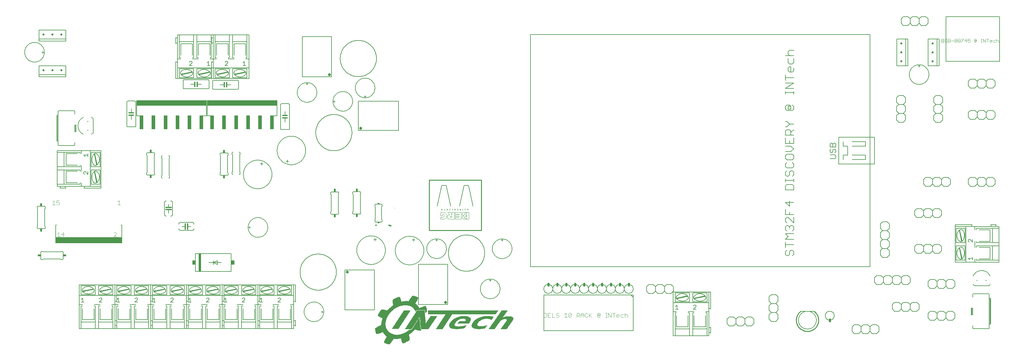
<source format=gto>
G75*
G70*
%OFA0B0*%
%FSLAX24Y24*%
%IPPOS*%
%LPD*%
%AMOC8*
5,1,8,0,0,1.08239X$1,22.5*
%
%ADD10R,0.0010X0.0010*%
%ADD11R,0.0020X0.0010*%
%ADD12R,0.0030X0.0010*%
%ADD13R,0.0050X0.0010*%
%ADD14R,0.0080X0.0010*%
%ADD15R,0.0110X0.0010*%
%ADD16R,0.0150X0.0010*%
%ADD17R,0.0220X0.0010*%
%ADD18R,0.0060X0.0010*%
%ADD19R,0.0270X0.0010*%
%ADD20R,0.0120X0.0010*%
%ADD21R,0.0100X0.0010*%
%ADD22R,0.0200X0.0010*%
%ADD23R,0.0230X0.0010*%
%ADD24R,0.0040X0.0010*%
%ADD25R,0.0250X0.0010*%
%ADD26R,0.0170X0.0010*%
%ADD27R,0.0180X0.0010*%
%ADD28R,0.0140X0.0010*%
%ADD29R,0.0090X0.0010*%
%ADD30R,0.0130X0.0010*%
%ADD31R,0.0079X0.0039*%
%ADD32R,0.0236X0.0039*%
%ADD33R,0.1063X0.0039*%
%ADD34R,0.1299X0.0039*%
%ADD35R,0.1969X0.0039*%
%ADD36R,0.0394X0.0039*%
%ADD37R,0.0276X0.0039*%
%ADD38R,0.0315X0.0039*%
%ADD39R,0.0472X0.0039*%
%ADD40R,0.0354X0.0039*%
%ADD41R,0.0039X0.0039*%
%ADD42R,0.0197X0.0039*%
%ADD43R,0.1339X0.0039*%
%ADD44R,0.2008X0.0039*%
%ADD45R,0.0512X0.0039*%
%ADD46R,0.0709X0.0039*%
%ADD47R,0.0551X0.0039*%
%ADD48R,0.0669X0.0039*%
%ADD49R,0.0591X0.0039*%
%ADD50R,0.0157X0.0039*%
%ADD51R,0.0630X0.0039*%
%ADD52R,0.1378X0.0039*%
%ADD53R,0.0748X0.0039*%
%ADD54R,0.0433X0.0039*%
%ADD55R,0.0118X0.0039*%
%ADD56R,0.0827X0.0039*%
%ADD57R,0.2047X0.0039*%
%ADD58R,0.1417X0.0039*%
%ADD59R,0.1457X0.0039*%
%ADD60R,0.0866X0.0039*%
%ADD61R,0.1496X0.0039*%
%ADD62R,0.0787X0.0039*%
%ADD63R,0.1535X0.0039*%
%ADD64R,0.2362X0.0039*%
%ADD65R,0.0984X0.0039*%
%ADD66R,0.2441X0.0039*%
%ADD67R,0.1142X0.0039*%
%ADD68R,0.1220X0.0039*%
%ADD69R,0.1260X0.0039*%
%ADD70R,0.1575X0.0039*%
%ADD71R,0.2087X0.0039*%
%ADD72R,0.1614X0.0039*%
%ADD73R,0.1693X0.0039*%
%ADD74R,0.1654X0.0039*%
%ADD75R,0.1772X0.0039*%
%ADD76R,0.1811X0.0039*%
%ADD77R,0.2126X0.0039*%
%ADD78R,0.1890X0.0039*%
%ADD79R,0.1929X0.0039*%
%ADD80R,0.2323X0.0039*%
%ADD81R,0.2165X0.0039*%
%ADD82R,0.2480X0.0039*%
%ADD83R,0.2205X0.0039*%
%ADD84R,0.2283X0.0039*%
%ADD85R,0.2520X0.0039*%
%ADD86R,0.2559X0.0039*%
%ADD87R,0.1732X0.0039*%
%ADD88R,0.2638X0.0039*%
%ADD89R,0.2677X0.0039*%
%ADD90R,0.2756X0.0039*%
%ADD91R,0.2598X0.0039*%
%ADD92R,0.2835X0.0039*%
%ADD93R,0.2953X0.0039*%
%ADD94R,0.2913X0.0039*%
%ADD95R,0.2874X0.0039*%
%ADD96R,0.3150X0.0039*%
%ADD97R,0.2795X0.0039*%
%ADD98R,0.3189X0.0039*%
%ADD99R,0.1024X0.0039*%
%ADD100R,0.0906X0.0039*%
%ADD101R,0.0945X0.0039*%
%ADD102R,0.1181X0.0039*%
%ADD103R,0.1102X0.0039*%
%ADD104R,0.1850X0.0039*%
%ADD105R,0.3780X0.0039*%
%ADD106R,0.3819X0.0039*%
%ADD107R,0.3110X0.0039*%
%ADD108R,0.3071X0.0039*%
%ADD109R,0.4016X0.0039*%
%ADD110R,0.3425X0.0039*%
%ADD111R,0.3386X0.0039*%
%ADD112R,0.3031X0.0039*%
%ADD113R,0.3346X0.0039*%
%ADD114R,0.2992X0.0039*%
%ADD115R,0.3307X0.0039*%
%ADD116R,0.4488X0.0039*%
%ADD117R,0.4409X0.0039*%
%ADD118R,0.4449X0.0039*%
%ADD119R,0.2717X0.0039*%
%ADD120R,0.4173X0.0039*%
%ADD121R,0.4094X0.0039*%
%ADD122R,0.4724X0.0039*%
%ADD123R,0.4055X0.0039*%
%ADD124R,0.4764X0.0039*%
%ADD125R,0.4803X0.0039*%
%ADD126R,0.4882X0.0039*%
%ADD127R,0.3976X0.0039*%
%ADD128R,0.4921X0.0039*%
%ADD129R,0.3937X0.0039*%
%ADD130R,0.3898X0.0039*%
%ADD131R,0.3858X0.0039*%
%ADD132R,0.4685X0.0039*%
%ADD133R,0.4646X0.0039*%
%ADD134R,0.4606X0.0039*%
%ADD135R,0.4370X0.0039*%
%ADD136R,0.4331X0.0039*%
%ADD137R,0.4134X0.0039*%
%ADD138R,0.4291X0.0039*%
%ADD139R,0.4252X0.0039*%
%ADD140R,0.4213X0.0039*%
%ADD141R,0.5118X0.0039*%
%ADD142R,0.6575X0.0039*%
%ADD143R,0.3701X0.0039*%
%ADD144R,0.3661X0.0039*%
%ADD145R,0.3622X0.0039*%
%ADD146R,0.3583X0.0039*%
%ADD147R,0.3740X0.0039*%
%ADD148R,0.3465X0.0039*%
%ADD149R,0.3543X0.0039*%
%ADD150R,0.5315X0.0039*%
%ADD151R,0.5276X0.0039*%
%ADD152R,0.5197X0.0039*%
%ADD153R,0.7244X0.0039*%
%ADD154R,0.5157X0.0039*%
%ADD155R,0.8031X0.0039*%
%ADD156R,0.8110X0.0039*%
%ADD157R,0.8150X0.0039*%
%ADD158R,0.8189X0.0039*%
%ADD159R,0.5787X0.0039*%
%ADD160R,0.2244X0.0039*%
%ADD161R,0.5079X0.0039*%
%ADD162R,0.5039X0.0039*%
%ADD163R,0.8346X0.0039*%
%ADD164R,0.8386X0.0039*%
%ADD165R,0.7205X0.0039*%
%ADD166R,0.5000X0.0039*%
%ADD167R,0.6457X0.0039*%
%ADD168R,0.6339X0.0039*%
%ADD169R,0.6220X0.0039*%
%ADD170R,0.6142X0.0039*%
%ADD171R,0.7520X0.0039*%
%ADD172R,0.6063X0.0039*%
%ADD173R,0.7559X0.0039*%
%ADD174R,0.5984X0.0039*%
%ADD175R,0.7598X0.0039*%
%ADD176R,0.5906X0.0039*%
%ADD177R,0.7638X0.0039*%
%ADD178R,0.5827X0.0039*%
%ADD179R,0.7677X0.0039*%
%ADD180R,0.5709X0.0039*%
%ADD181R,0.5669X0.0039*%
%ADD182R,0.5630X0.0039*%
%ADD183R,0.7717X0.0039*%
%ADD184R,0.5591X0.0039*%
%ADD185R,0.7756X0.0039*%
%ADD186R,0.7795X0.0039*%
%ADD187R,0.7835X0.0039*%
%ADD188R,0.5551X0.0039*%
%ADD189R,0.7874X0.0039*%
%ADD190R,0.7913X0.0039*%
%ADD191R,0.7953X0.0039*%
%ADD192R,0.7992X0.0039*%
%ADD193R,0.5394X0.0039*%
%ADD194R,0.5512X0.0039*%
%ADD195R,0.7480X0.0039*%
%ADD196R,0.7362X0.0039*%
%ADD197R,0.7165X0.0039*%
%ADD198R,0.7087X0.0039*%
%ADD199R,0.4961X0.0039*%
%ADD200R,0.7008X0.0039*%
%ADD201R,0.6890X0.0039*%
%ADD202R,0.6772X0.0039*%
%ADD203R,0.6693X0.0039*%
%ADD204R,0.6850X0.0039*%
%ADD205R,0.4528X0.0039*%
%ADD206R,0.6732X0.0039*%
%ADD207R,0.6654X0.0039*%
%ADD208R,0.6417X0.0039*%
%ADD209R,0.6299X0.0039*%
%ADD210R,0.5866X0.0039*%
%ADD211R,0.5748X0.0039*%
%ADD212R,0.3268X0.0039*%
%ADD213R,0.3228X0.0039*%
%ADD214R,0.5472X0.0039*%
%ADD215R,0.5433X0.0039*%
%ADD216R,0.4843X0.0039*%
%ADD217R,0.2402X0.0039*%
%ADD218R,0.6024X0.0039*%
%ADD219R,0.5945X0.0039*%
%ADD220R,0.6811X0.0039*%
%ADD221R,0.5236X0.0039*%
%ADD222R,0.3504X0.0039*%
%ADD223R,0.5354X0.0039*%
%ADD224R,0.6181X0.0039*%
%ADD225R,0.6260X0.0039*%
%ADD226R,1.0000X0.0039*%
%ADD227R,1.0079X0.0039*%
%ADD228R,0.4567X0.0039*%
%ADD229R,1.0118X0.0039*%
%ADD230R,1.5157X0.0039*%
%ADD231R,1.5118X0.0039*%
%ADD232R,1.0039X0.0039*%
%ADD233R,0.9961X0.0039*%
%ADD234R,0.9921X0.0039*%
%ADD235R,0.7126X0.0039*%
%ADD236R,0.7047X0.0039*%
%ADD237R,1.1772X0.0039*%
%ADD238R,0.7283X0.0039*%
%ADD239R,0.7441X0.0039*%
%ADD240R,0.7323X0.0039*%
%ADD241R,0.7402X0.0039*%
%ADD242R,0.8543X0.0039*%
%ADD243R,0.8504X0.0039*%
%ADD244R,0.8465X0.0039*%
%ADD245R,0.8425X0.0039*%
%ADD246R,0.8307X0.0039*%
%ADD247R,0.8268X0.0039*%
%ADD248R,0.8228X0.0039*%
%ADD249R,1.2677X0.0039*%
%ADD250R,1.2638X0.0039*%
%ADD251R,1.2598X0.0039*%
%ADD252R,1.5236X0.0039*%
%ADD253R,1.5276X0.0039*%
%ADD254R,1.5315X0.0039*%
%ADD255R,1.5354X0.0039*%
%ADD256R,1.5394X0.0039*%
%ADD257R,1.1220X0.0039*%
%ADD258R,1.1181X0.0039*%
%ADD259R,0.6535X0.0039*%
%ADD260R,0.6102X0.0039*%
%ADD261R,0.0035X0.0018*%
%ADD262R,0.0071X0.0018*%
%ADD263R,0.0142X0.0018*%
%ADD264R,0.0018X0.0018*%
%ADD265R,0.0213X0.0018*%
%ADD266R,0.0319X0.0018*%
%ADD267R,0.0407X0.0018*%
%ADD268R,0.0461X0.0018*%
%ADD269R,0.0531X0.0018*%
%ADD270R,0.0549X0.0018*%
%ADD271R,0.0602X0.0018*%
%ADD272R,0.0709X0.0018*%
%ADD273R,0.0195X0.0018*%
%ADD274R,0.0762X0.0018*%
%ADD275R,0.0248X0.0018*%
%ADD276R,0.0797X0.0018*%
%ADD277R,0.0815X0.0018*%
%ADD278R,0.0354X0.0018*%
%ADD279R,0.0425X0.0018*%
%ADD280R,0.0850X0.0018*%
%ADD281R,0.0514X0.0018*%
%ADD282R,0.0833X0.0018*%
%ADD283R,0.0868X0.0018*%
%ADD284R,0.0638X0.0018*%
%ADD285R,0.0673X0.0018*%
%ADD286R,0.0726X0.0018*%
%ADD287R,0.0886X0.0018*%
%ADD288R,0.0904X0.0018*%
%ADD289R,0.0921X0.0018*%
%ADD290R,0.0939X0.0018*%
%ADD291R,0.0957X0.0018*%
%ADD292R,0.0266X0.0018*%
%ADD293R,0.0372X0.0018*%
%ADD294R,0.1453X0.0018*%
%ADD295R,0.0053X0.0018*%
%ADD296R,0.0974X0.0018*%
%ADD297R,0.1541X0.0018*%
%ADD298R,0.1612X0.0018*%
%ADD299R,0.2657X0.0018*%
%ADD300R,0.2640X0.0018*%
%ADD301R,0.2622X0.0018*%
%ADD302R,0.2604X0.0018*%
%ADD303R,0.2569X0.0018*%
%ADD304R,0.2551X0.0018*%
%ADD305R,0.2533X0.0018*%
%ADD306R,0.2516X0.0018*%
%ADD307R,0.2498X0.0018*%
%ADD308R,0.2587X0.0018*%
%ADD309R,0.2675X0.0018*%
%ADD310R,0.2693X0.0018*%
%ADD311R,0.1222X0.0018*%
%ADD312R,0.1098X0.0018*%
%ADD313R,0.1028X0.0018*%
%ADD314R,0.0992X0.0018*%
%ADD315R,0.0124X0.0018*%
%ADD316R,0.0159X0.0018*%
%ADD317R,0.0230X0.0018*%
%ADD318R,0.0301X0.0018*%
%ADD319R,0.0780X0.0018*%
%ADD320R,0.0744X0.0018*%
%ADD321R,0.0567X0.0018*%
%ADD322R,0.0691X0.0018*%
%ADD323R,0.0656X0.0018*%
%ADD324R,0.1470X0.0018*%
%ADD325R,0.1435X0.0018*%
%ADD326R,0.1417X0.0018*%
%ADD327R,0.0620X0.0018*%
%ADD328R,0.1400X0.0018*%
%ADD329R,0.1382X0.0018*%
%ADD330R,0.0106X0.0018*%
%ADD331R,0.1364X0.0018*%
%ADD332R,0.0585X0.0018*%
%ADD333R,0.0283X0.0018*%
%ADD334R,0.0337X0.0018*%
%ADD335R,0.1346X0.0018*%
%ADD336R,0.1329X0.0018*%
%ADD337R,0.1311X0.0018*%
%ADD338R,0.1293X0.0018*%
%ADD339R,0.1010X0.0018*%
%ADD340R,0.1258X0.0018*%
%ADD341R,0.1187X0.0018*%
%ADD342R,0.1081X0.0018*%
%ADD343R,0.1240X0.0018*%
%ADD344R,0.1205X0.0018*%
%ADD345R,0.1276X0.0018*%
%ADD346R,0.1152X0.0018*%
%ADD347R,0.1577X0.0018*%
%ADD348R,0.1116X0.0018*%
%ADD349R,0.1665X0.0018*%
%ADD350R,0.1063X0.0018*%
%ADD351R,0.1701X0.0018*%
%ADD352R,0.1488X0.0018*%
%ADD353R,0.1524X0.0018*%
%ADD354R,0.1736X0.0018*%
%ADD355R,0.1559X0.0018*%
%ADD356R,0.1772X0.0018*%
%ADD357R,0.1045X0.0018*%
%ADD358R,0.1789X0.0018*%
%ADD359R,0.1594X0.0018*%
%ADD360R,0.1807X0.0018*%
%ADD361R,0.1648X0.0018*%
%ADD362R,0.0496X0.0018*%
%ADD363R,0.0443X0.0018*%
%ADD364R,0.0177X0.0018*%
%ADD365R,0.1169X0.0018*%
%ADD366R,0.0478X0.0018*%
%ADD367R,0.0390X0.0018*%
%ADD368R,0.0089X0.0018*%
%ADD369R,0.1967X0.0018*%
%ADD370R,0.1719X0.0018*%
%ADD371R,0.1949X0.0018*%
%ADD372R,0.1931X0.0018*%
%ADD373R,0.1683X0.0018*%
%ADD374R,0.1913X0.0018*%
%ADD375R,0.1630X0.0018*%
%ADD376R,0.1896X0.0018*%
%ADD377R,0.1878X0.0018*%
%ADD378R,0.1860X0.0018*%
%ADD379R,0.1825X0.0018*%
%ADD380R,0.1506X0.0018*%
%ADD381R,0.1134X0.0018*%
%ADD382R,0.7547X0.0018*%
%ADD383R,0.7565X0.0018*%
%ADD384R,0.7583X0.0018*%
%ADD385R,0.7600X0.0018*%
%ADD386R,0.7618X0.0018*%
%ADD387R,0.7636X0.0018*%
%ADD388R,0.7654X0.0018*%
%ADD389R,0.7671X0.0018*%
%ADD390R,0.7689X0.0018*%
%ADD391R,0.7707X0.0018*%
%ADD392R,0.7724X0.0018*%
%ADD393R,0.7760X0.0018*%
%ADD394R,0.7778X0.0018*%
%ADD395R,0.7795X0.0018*%
%ADD396R,0.7813X0.0018*%
%ADD397R,0.7831X0.0018*%
%ADD398R,0.7848X0.0018*%
%ADD399C,0.0050*%
%ADD400C,0.0060*%
%ADD401C,0.0080*%
%ADD402R,0.0200X0.0200*%
%ADD403C,0.0100*%
%ADD404C,0.0020*%
%ADD405C,0.0010*%
%ADD406C,0.0320*%
%ADD407R,0.7874X0.0610*%
%ADD408R,0.0394X0.1526*%
%ADD409R,0.0240X0.0340*%
%ADD410C,0.0120*%
%ADD411C,0.0030*%
%ADD412C,0.0040*%
%ADD413R,0.7461X0.0659*%
%ADD414R,0.0340X0.0240*%
%ADD415R,0.0300X0.2000*%
%ADD416R,0.0350X0.0500*%
%ADD417C,0.0240*%
%ADD418R,0.0200X0.0150*%
D10*
X058060Y019665D03*
X058060Y019675D03*
X058020Y019805D03*
X058560Y020655D03*
X058160Y020945D03*
X058160Y020955D03*
X059100Y020765D03*
X059230Y020935D03*
X059420Y022455D03*
X059410Y022495D03*
X059400Y022515D03*
X059370Y022515D03*
X057670Y022555D03*
X057660Y022655D03*
X059560Y024705D03*
X059830Y024505D03*
X059870Y024525D03*
D11*
X059135Y022575D03*
X059385Y022475D03*
X059405Y022465D03*
X057655Y022645D03*
D12*
X059120Y022615D03*
X059370Y022485D03*
X059400Y022505D03*
X059430Y022535D03*
D13*
X059420Y022545D03*
X059370Y022525D03*
X059350Y022495D03*
X059300Y022575D03*
X059140Y022655D03*
D14*
X059315Y022505D03*
X057645Y022595D03*
D15*
X057760Y022595D03*
X059290Y022515D03*
D16*
X059260Y022525D03*
X059260Y022565D03*
D17*
X059245Y022555D03*
X059215Y022535D03*
D18*
X059135Y022565D03*
X059295Y022615D03*
X059375Y022575D03*
X059395Y022565D03*
X059405Y022555D03*
X059365Y022535D03*
X057695Y022565D03*
D19*
X059250Y022545D03*
D20*
X057735Y022575D03*
D21*
X057745Y022655D03*
X059205Y022615D03*
X059215Y022575D03*
D22*
X059205Y022625D03*
X057695Y022585D03*
D23*
X059220Y022585D03*
D24*
X059325Y022605D03*
X059365Y022585D03*
D25*
X059240Y022595D03*
D26*
X057720Y022605D03*
D27*
X057715Y022615D03*
X059185Y022635D03*
X059205Y022605D03*
D28*
X057735Y022635D03*
X057725Y022625D03*
D29*
X057750Y022645D03*
D30*
X059170Y022645D03*
D31*
X059419Y022021D03*
X059419Y021982D03*
X059380Y021864D03*
X059340Y021746D03*
X059340Y021706D03*
X059340Y021667D03*
X059301Y021628D03*
X059301Y021588D03*
X059301Y021549D03*
X059261Y021431D03*
X059261Y021391D03*
X059813Y021391D03*
X059813Y021352D03*
X059813Y021313D03*
X059813Y021273D03*
X059813Y021234D03*
X059813Y021431D03*
X059813Y021470D03*
X059813Y021509D03*
X059813Y021549D03*
X058198Y022651D03*
X057293Y023084D03*
X057214Y023045D03*
X056309Y023006D03*
X056387Y022572D03*
X056427Y022179D03*
X056466Y021864D03*
X059340Y020801D03*
X059419Y020722D03*
X059458Y020683D03*
X059498Y020604D03*
X059537Y020565D03*
X059576Y020486D03*
X059616Y020407D03*
X059655Y020328D03*
X059655Y020289D03*
X059694Y020210D03*
X059694Y020171D03*
X059734Y020092D03*
X059734Y020053D03*
X059773Y019974D03*
X061545Y020053D03*
X061545Y020092D03*
X061545Y020131D03*
X061506Y020525D03*
X061506Y020565D03*
X061506Y020604D03*
X061939Y021549D03*
X062057Y021785D03*
X062411Y022021D03*
X062411Y022061D03*
X062411Y022100D03*
X062411Y022139D03*
X062411Y022179D03*
X062411Y022218D03*
X062411Y022257D03*
X060994Y022809D03*
X060994Y022848D03*
X060994Y022887D03*
X061033Y023124D03*
X061033Y023163D03*
X061033Y023202D03*
X061072Y023399D03*
X061072Y023439D03*
X061112Y023635D03*
X061112Y023675D03*
X061230Y023675D03*
X061230Y023714D03*
X061230Y023754D03*
X061230Y023793D03*
X061151Y023832D03*
X061151Y023872D03*
X061269Y024265D03*
X061269Y024305D03*
X061269Y024344D03*
X061269Y024383D03*
X061309Y024423D03*
X061309Y024462D03*
X061309Y024502D03*
X061309Y024541D03*
X061309Y024580D03*
X061348Y024620D03*
X061348Y024659D03*
X061348Y024698D03*
X061348Y024738D03*
X060954Y025250D03*
X060167Y025210D03*
X060167Y025171D03*
X060167Y025131D03*
X060167Y025092D03*
X060167Y025053D03*
X060167Y025013D03*
X060167Y024974D03*
X060167Y024935D03*
X060167Y024895D03*
X060167Y024856D03*
X060167Y024817D03*
X060364Y024462D03*
X058986Y025250D03*
X058986Y025289D03*
X058592Y025643D03*
X058592Y025683D03*
X058592Y025722D03*
X058592Y025761D03*
X058592Y025801D03*
X058592Y025998D03*
X058356Y026116D03*
X058198Y026234D03*
X058159Y026273D03*
X058080Y026313D03*
X058317Y026588D03*
X058356Y026549D03*
X058395Y026509D03*
X058435Y026470D03*
X058474Y026431D03*
X058277Y026628D03*
X057608Y026706D03*
X057569Y026746D03*
X057450Y027139D03*
X057490Y027179D03*
X057135Y026903D03*
X056742Y026391D03*
X056545Y026194D03*
X056506Y025998D03*
X056466Y025801D03*
X056427Y025761D03*
X056387Y025722D03*
X056348Y025683D03*
X056663Y025683D03*
X056820Y025446D03*
X056860Y025407D03*
X056191Y025328D03*
X056151Y025092D03*
X056112Y024777D03*
X056112Y024738D03*
X056112Y024698D03*
X056112Y024659D03*
X056112Y024620D03*
X056112Y024580D03*
X056506Y024817D03*
X057096Y024383D03*
X057450Y024856D03*
X058002Y025131D03*
X058041Y025289D03*
X058002Y025328D03*
X058671Y024817D03*
X058710Y024777D03*
X058750Y024738D03*
X058828Y024659D03*
X058789Y024069D03*
X058710Y023990D03*
X058671Y023950D03*
X058631Y023911D03*
X058513Y023832D03*
X058474Y023793D03*
X058395Y023754D03*
X058356Y023714D03*
X058277Y023675D03*
X057529Y023950D03*
X059734Y023281D03*
X059734Y023242D03*
X060206Y025604D03*
X060206Y025643D03*
X060206Y025683D03*
X059340Y025998D03*
X059340Y026037D03*
X059340Y026155D03*
X059183Y026352D03*
X059222Y026509D03*
X059183Y026588D03*
X059143Y026667D03*
X059104Y026706D03*
X059183Y026903D03*
X059261Y026943D03*
X058710Y027179D03*
X058435Y027454D03*
X058356Y027494D03*
X058080Y027415D03*
X057923Y027336D03*
X060206Y026943D03*
X060206Y026903D03*
X060206Y026864D03*
X060206Y026824D03*
X060206Y026785D03*
X060246Y027021D03*
X060246Y027061D03*
X060246Y027257D03*
X060246Y027297D03*
X060403Y027336D03*
X060403Y027376D03*
X060285Y027494D03*
X060285Y027533D03*
X060324Y027572D03*
X060324Y027612D03*
X060324Y027651D03*
X060324Y027691D03*
X060561Y027612D03*
X060521Y027533D03*
X060639Y027730D03*
X060679Y027809D03*
X060757Y027927D03*
X060954Y027297D03*
X060994Y027179D03*
X060994Y027139D03*
X060994Y027100D03*
X060994Y027061D03*
X061506Y027179D03*
X061506Y027218D03*
X061506Y027257D03*
X061506Y027297D03*
X061506Y027336D03*
X061506Y027376D03*
X061506Y027415D03*
X061506Y027454D03*
X061506Y027494D03*
X061506Y027533D03*
X061506Y027572D03*
X061506Y027612D03*
X061072Y026194D03*
X057372Y025998D03*
X057332Y026037D03*
X057293Y026076D03*
X057254Y026155D03*
X060876Y029226D03*
X060876Y029265D03*
X060876Y029305D03*
X060876Y029344D03*
X060915Y029423D03*
X060915Y029462D03*
X061151Y029856D03*
X060915Y030289D03*
X060915Y030328D03*
X060915Y030368D03*
X060915Y030407D03*
X060915Y030446D03*
X060915Y030486D03*
X060915Y030643D03*
X060954Y030722D03*
X060954Y030761D03*
X060954Y030801D03*
X060954Y030840D03*
X057490Y030722D03*
X060049Y033399D03*
X060876Y033557D03*
X060915Y033517D03*
X060954Y033399D03*
X060915Y032927D03*
X057765Y035446D03*
X059813Y036234D03*
X059813Y036273D03*
X059813Y036313D03*
X059813Y036352D03*
X059813Y036391D03*
X059813Y036431D03*
X059773Y036509D03*
X059773Y036549D03*
X059773Y036588D03*
X059773Y036628D03*
X059773Y036667D03*
X059734Y037061D03*
X059734Y037100D03*
X059734Y037139D03*
X059734Y037179D03*
X059734Y037218D03*
X059734Y037257D03*
X059734Y037297D03*
X059734Y037336D03*
X059734Y037376D03*
X059734Y037415D03*
X059734Y037454D03*
X059734Y037494D03*
X059734Y037533D03*
X059734Y037572D03*
X059734Y037612D03*
X059734Y037651D03*
X059734Y037691D03*
X059931Y037691D03*
X059931Y037730D03*
X059931Y037769D03*
X059931Y037809D03*
X059931Y037848D03*
X059931Y037887D03*
X059931Y037927D03*
X059931Y037966D03*
X059931Y038006D03*
X059931Y038045D03*
X059931Y038084D03*
X059931Y038124D03*
X059931Y038163D03*
X059931Y038202D03*
X059931Y038242D03*
X059931Y038281D03*
X059931Y038320D03*
X059931Y038360D03*
X059931Y038399D03*
X059931Y038439D03*
X059970Y038557D03*
X059970Y038596D03*
X059970Y038635D03*
X059970Y038675D03*
X059970Y038714D03*
X059970Y038754D03*
X059970Y038793D03*
X059970Y038832D03*
X059970Y038872D03*
X059970Y038911D03*
X060009Y038950D03*
X060009Y038990D03*
X060009Y039029D03*
X060009Y039069D03*
X060009Y039108D03*
X060009Y039147D03*
X060049Y039265D03*
X060049Y039305D03*
X059891Y038990D03*
X059852Y038754D03*
X059813Y038517D03*
X059813Y038478D03*
X059773Y038202D03*
X059773Y038163D03*
X059773Y038124D03*
X059773Y038084D03*
X059931Y037651D03*
X059970Y037494D03*
X059970Y037454D03*
X059970Y037415D03*
X059970Y037376D03*
X059970Y037336D03*
X059970Y037297D03*
X060009Y037179D03*
X060009Y037139D03*
X063120Y036352D03*
X063159Y036313D03*
X063553Y035958D03*
X063828Y035722D03*
X063907Y035683D03*
X065049Y036155D03*
X066584Y034620D03*
X066584Y034502D03*
X066584Y034462D03*
X066742Y032927D03*
X069183Y034462D03*
X069301Y034659D03*
X069655Y034265D03*
X069104Y035486D03*
X070561Y035919D03*
X068356Y037257D03*
X068317Y037218D03*
X068356Y037533D03*
X068671Y038202D03*
X069813Y038439D03*
X069852Y038360D03*
X069852Y038320D03*
X069891Y038281D03*
X070088Y038242D03*
X070128Y038202D03*
X070128Y038163D03*
X070128Y038635D03*
X070088Y038714D03*
X070049Y038754D03*
X070009Y038793D03*
X070009Y038832D03*
X069970Y038872D03*
X067490Y037730D03*
X067135Y037887D03*
X066112Y038124D03*
X066072Y038202D03*
X066072Y038242D03*
X065915Y038163D03*
X065954Y038084D03*
X064931Y038124D03*
X064222Y038202D03*
X065364Y039423D03*
X065167Y040840D03*
X065206Y040958D03*
X064301Y042612D03*
X064301Y042651D03*
X064340Y042769D03*
X064340Y042809D03*
X062765Y043163D03*
X062765Y043202D03*
X062726Y043635D03*
X062765Y043714D03*
X063120Y043872D03*
X063159Y043911D03*
X062844Y044502D03*
X062844Y044817D03*
X060915Y042612D03*
X060915Y042572D03*
X060836Y042297D03*
X060797Y042179D03*
X060757Y042021D03*
X060757Y041982D03*
X060718Y041903D03*
X060285Y040525D03*
X060285Y040486D03*
X060246Y040407D03*
X060246Y040368D03*
X060246Y040328D03*
X060206Y040250D03*
X060206Y040210D03*
X060206Y040171D03*
X060206Y040131D03*
X060167Y040092D03*
X060167Y040053D03*
X060167Y040013D03*
X060167Y039974D03*
X060128Y039935D03*
X060128Y039895D03*
X060128Y039856D03*
X060128Y039817D03*
X060088Y039698D03*
X060088Y039659D03*
X069970Y043320D03*
X070797Y042966D03*
X070797Y042927D03*
X070797Y042848D03*
X071151Y042848D03*
X071860Y042100D03*
X071860Y042061D03*
X072057Y043754D03*
X072017Y043832D03*
X071387Y043754D03*
X071387Y043714D03*
X070836Y044029D03*
X076191Y040289D03*
X076191Y040250D03*
X075443Y039305D03*
X075443Y039265D03*
X075443Y039226D03*
X075443Y039187D03*
X075443Y039147D03*
X075443Y039108D03*
X075443Y039069D03*
X075443Y039029D03*
X075443Y038990D03*
X075443Y038950D03*
X075482Y038911D03*
X075482Y038872D03*
X075482Y038832D03*
X075482Y038793D03*
X075482Y038754D03*
X076860Y038596D03*
X076939Y038478D03*
X077569Y038439D03*
X076899Y037415D03*
X075561Y037415D03*
X075561Y037454D03*
X075561Y037494D03*
X075561Y037533D03*
X075561Y037376D03*
X075561Y037336D03*
X075561Y037297D03*
X075561Y037257D03*
X075561Y037218D03*
X075561Y037179D03*
X075561Y037139D03*
X075482Y033950D03*
X075757Y031470D03*
X075757Y031431D03*
X075757Y031391D03*
X075757Y031352D03*
X075718Y031037D03*
X075718Y030998D03*
X075718Y030958D03*
X075718Y030919D03*
X075679Y030722D03*
X075679Y030683D03*
X075639Y030525D03*
X075639Y030486D03*
X075600Y030368D03*
X075561Y030210D03*
X075403Y029935D03*
X075403Y029895D03*
X075403Y029856D03*
X075403Y029817D03*
X075443Y029462D03*
X075443Y029423D03*
X075443Y029383D03*
X075443Y029344D03*
X075443Y029305D03*
X075443Y029265D03*
X075443Y029226D03*
X075443Y029187D03*
X074813Y028439D03*
X074734Y028399D03*
X074694Y028360D03*
X075285Y028045D03*
X075285Y028006D03*
X075324Y027927D03*
X075403Y027769D03*
X074143Y027730D03*
X074143Y027691D03*
X074104Y027651D03*
X074104Y027612D03*
X073710Y026824D03*
X073671Y026785D03*
X073631Y026706D03*
X074025Y026509D03*
X074025Y026470D03*
X074025Y026431D03*
X074025Y026391D03*
X074025Y026352D03*
X074025Y026313D03*
X073828Y025171D03*
X074419Y024974D03*
X074852Y024895D03*
X074931Y024856D03*
X074970Y024935D03*
X074931Y024502D03*
X074931Y024462D03*
X074931Y024423D03*
X074931Y024383D03*
X075600Y024541D03*
X075561Y024738D03*
X075600Y024817D03*
X075836Y025053D03*
X075876Y025092D03*
X075679Y025171D03*
X076191Y025446D03*
X076230Y025486D03*
X076309Y025604D03*
X076584Y025840D03*
X076387Y025998D03*
X076309Y026037D03*
X075836Y025998D03*
X076939Y025722D03*
X077096Y025525D03*
X077017Y025368D03*
X076860Y025092D03*
X076860Y025053D03*
X076820Y025013D03*
X076781Y024974D03*
X076781Y024935D03*
X076742Y024895D03*
X077372Y024462D03*
X077490Y024659D03*
X077529Y024738D03*
X077569Y024856D03*
X077687Y025053D03*
X077647Y025092D03*
X077608Y025171D03*
X077569Y025250D03*
X077529Y025289D03*
X077411Y025407D03*
X077805Y024974D03*
X077844Y024935D03*
X077923Y024895D03*
X077962Y024856D03*
X078041Y024817D03*
X078080Y024777D03*
X078198Y024265D03*
X078317Y024305D03*
X078356Y024187D03*
X078356Y024147D03*
X078395Y023832D03*
X078395Y023793D03*
X078395Y023754D03*
X078395Y023714D03*
X078395Y023675D03*
X078395Y023635D03*
X077765Y023793D03*
X077687Y023714D03*
X077647Y023675D03*
X077608Y023635D03*
X077490Y023360D03*
X077096Y023281D03*
X076781Y023163D03*
X076781Y023124D03*
X076742Y023045D03*
X075797Y022730D03*
X075757Y022769D03*
X075718Y022809D03*
X075561Y023006D03*
X075324Y023242D03*
X075285Y023281D03*
X075246Y023320D03*
X074931Y023635D03*
X076230Y024147D03*
X078356Y022730D03*
X078356Y022691D03*
X078356Y022651D03*
X078356Y022612D03*
X078356Y022572D03*
X078356Y022533D03*
X078317Y022415D03*
X078317Y022376D03*
X078317Y022336D03*
X078317Y022297D03*
X078277Y022139D03*
X078238Y021824D03*
X075639Y019974D03*
X075600Y019935D03*
X075521Y019817D03*
X075482Y019777D03*
X075443Y019698D03*
X075403Y019659D03*
X075364Y019620D03*
X075324Y019580D03*
X075285Y019502D03*
X075246Y019462D03*
X074734Y018281D03*
X074970Y018045D03*
X075009Y017966D03*
X075009Y017927D03*
X075009Y017887D03*
X075009Y017848D03*
X075009Y017809D03*
X074852Y017769D03*
X075128Y017927D03*
X075128Y017966D03*
X075128Y018006D03*
X075206Y017691D03*
X075206Y017651D03*
X075718Y017730D03*
X076151Y017730D03*
X076230Y017848D03*
X076191Y017927D03*
X076191Y017966D03*
X076309Y017651D03*
X076269Y018399D03*
X076269Y018439D03*
X076230Y018478D03*
X077293Y018045D03*
X077293Y018006D03*
X077293Y017848D03*
X077529Y017769D03*
X077569Y017730D03*
X077569Y017691D03*
X077883Y018084D03*
X077883Y018124D03*
X078041Y017927D03*
X078356Y017848D03*
X078356Y017809D03*
X078356Y017769D03*
X078474Y017927D03*
X078513Y017966D03*
X078631Y018045D03*
X078671Y017966D03*
X078671Y017927D03*
X078710Y017809D03*
X078710Y017769D03*
X078750Y017651D03*
X072726Y018124D03*
X072726Y018163D03*
X072726Y018202D03*
X071545Y020368D03*
X071545Y020407D03*
X071506Y020446D03*
X071506Y020486D03*
X071506Y020525D03*
X071466Y020604D03*
X071466Y020643D03*
X070679Y021116D03*
X070639Y021155D03*
X070285Y021391D03*
X069931Y021273D03*
X071427Y022179D03*
X071466Y022218D03*
X071466Y022257D03*
X071506Y022297D03*
X071506Y022336D03*
X071545Y022376D03*
X071545Y022415D03*
X071584Y022494D03*
X071584Y022533D03*
X072096Y022769D03*
X072096Y022809D03*
X072096Y022848D03*
X072135Y023242D03*
X072135Y023281D03*
X072135Y023320D03*
X072135Y023360D03*
X072135Y023399D03*
X072175Y023872D03*
X072175Y023911D03*
X072175Y023950D03*
X072175Y023990D03*
X072175Y024029D03*
X072175Y024069D03*
X072175Y024108D03*
X072647Y023950D03*
X072647Y023911D03*
X072608Y023832D03*
X072608Y023793D03*
X072687Y024069D03*
X071702Y024344D03*
X071663Y024226D03*
X071545Y024226D03*
X071545Y024265D03*
X071545Y024187D03*
X071545Y024147D03*
X071545Y023950D03*
X071545Y023911D03*
X071545Y023872D03*
X071506Y023793D03*
X071506Y023754D03*
X071506Y023714D03*
X071387Y023517D03*
X071860Y021864D03*
X071860Y021824D03*
X071860Y021785D03*
X071899Y021746D03*
X071899Y021706D03*
X071939Y021628D03*
X071939Y021588D03*
X071939Y021549D03*
X071978Y021431D03*
X072647Y021824D03*
X072647Y021864D03*
X072647Y021903D03*
X072647Y021943D03*
X072647Y021982D03*
X066663Y022887D03*
X066584Y022848D03*
X066545Y022809D03*
X066466Y022612D03*
X066506Y022572D03*
X066545Y022494D03*
X066545Y022454D03*
X066584Y022376D03*
X066584Y022336D03*
X066584Y022297D03*
X066584Y022257D03*
X066545Y022139D03*
X066545Y022100D03*
X066545Y022061D03*
X066506Y021943D03*
X066506Y021903D03*
X066506Y021864D03*
X066506Y021824D03*
X066506Y021785D03*
X065206Y022336D03*
X066387Y020565D03*
X066387Y020525D03*
X066387Y020486D03*
X066387Y020446D03*
X066387Y020407D03*
X066387Y020368D03*
X066387Y020328D03*
X066387Y020289D03*
X066387Y020250D03*
X066387Y020210D03*
X066387Y020171D03*
X066387Y020131D03*
X066387Y020092D03*
X066387Y020053D03*
X066387Y020013D03*
X066387Y019974D03*
X066387Y019462D03*
X066387Y019423D03*
X066387Y019383D03*
X066387Y019344D03*
X066387Y019305D03*
X066387Y019265D03*
X066387Y019226D03*
X066387Y019187D03*
X066387Y019147D03*
X066387Y019108D03*
X066387Y019069D03*
X066387Y019029D03*
X066387Y018990D03*
X066545Y018084D03*
X061033Y018281D03*
X061033Y018320D03*
X061033Y018360D03*
X060876Y018281D03*
X060876Y018242D03*
X060915Y018124D03*
X060915Y018084D03*
X060954Y018045D03*
X060954Y018006D03*
X060954Y017966D03*
X060836Y018399D03*
X060836Y018439D03*
X060797Y018517D03*
X060757Y018596D03*
X060639Y018675D03*
X056820Y018006D03*
X056820Y017966D03*
X056781Y017887D03*
X056781Y017848D03*
X056781Y017809D03*
X056781Y017769D03*
X056781Y017730D03*
X056742Y017454D03*
X056742Y017415D03*
X067529Y025250D03*
X067962Y026234D03*
X068317Y026667D03*
X068317Y026706D03*
X068317Y026746D03*
X068356Y027139D03*
X068356Y027179D03*
X068356Y027218D03*
X068198Y027179D03*
X068159Y027257D03*
X067608Y028281D03*
X067726Y028439D03*
X067017Y028320D03*
X066978Y028360D03*
X066939Y028439D03*
X066899Y028478D03*
X066702Y028635D03*
X068592Y029029D03*
X068631Y029069D03*
X068631Y030525D03*
X069419Y027809D03*
D32*
X068159Y027376D03*
X068159Y027139D03*
X068238Y026352D03*
X065994Y025880D03*
X065954Y025958D03*
X067135Y024344D03*
X067135Y024305D03*
X064734Y023439D03*
X064734Y023399D03*
X064734Y023360D03*
X064773Y023320D03*
X064773Y023281D03*
X064813Y023202D03*
X064852Y023124D03*
X064694Y023478D03*
X064694Y023517D03*
X066348Y022927D03*
X066348Y022887D03*
X066427Y022769D03*
X069852Y021509D03*
X071702Y022572D03*
X071702Y022612D03*
X071702Y022651D03*
X072569Y022730D03*
X072569Y022769D03*
X072569Y022809D03*
X072569Y022848D03*
X072569Y022887D03*
X072608Y022691D03*
X072608Y022651D03*
X072608Y022612D03*
X072608Y022572D03*
X072529Y023281D03*
X072529Y023320D03*
X072529Y023360D03*
X072529Y023399D03*
X072529Y023439D03*
X072529Y023478D03*
X072529Y023517D03*
X075088Y023517D03*
X075049Y024265D03*
X076309Y024029D03*
X076781Y023281D03*
X078002Y023675D03*
X076427Y022297D03*
X076309Y021982D03*
X076269Y021903D03*
X076269Y021864D03*
X076230Y021746D03*
X078317Y021549D03*
X075521Y019344D03*
X074891Y019423D03*
X074773Y019029D03*
X074773Y017612D03*
X074301Y017454D03*
X073631Y017691D03*
X072687Y017809D03*
X072687Y017848D03*
X072687Y017887D03*
X072608Y018517D03*
X072608Y018557D03*
X072569Y019777D03*
X072569Y019817D03*
X072569Y019856D03*
X072569Y019895D03*
X072569Y019935D03*
X072569Y019974D03*
X072569Y020013D03*
X072569Y020053D03*
X071860Y019856D03*
X071820Y019895D03*
X072135Y020880D03*
X072135Y020919D03*
X072096Y020998D03*
X072096Y021037D03*
X066466Y020958D03*
X066466Y020919D03*
X066427Y020801D03*
X066427Y020761D03*
X066506Y018714D03*
X066584Y018202D03*
X061702Y018281D03*
X061702Y018320D03*
X061702Y018360D03*
X061702Y018399D03*
X061702Y018439D03*
X061702Y018478D03*
X061663Y018635D03*
X061072Y017651D03*
X061072Y017612D03*
X061112Y017572D03*
X061112Y017533D03*
X060206Y019029D03*
X060167Y019108D03*
X059340Y019108D03*
X059852Y019895D03*
X061427Y020998D03*
X061427Y021037D03*
X061427Y021076D03*
X061427Y021116D03*
X062135Y021903D03*
X062135Y021943D03*
X060876Y022415D03*
X060876Y022454D03*
X060797Y022651D03*
X059694Y022651D03*
X059694Y022691D03*
X059694Y022730D03*
X059694Y022769D03*
X058395Y022336D03*
X058356Y022415D03*
X058120Y022809D03*
X057490Y024108D03*
X057490Y024738D03*
X058002Y025053D03*
X058553Y025525D03*
X058946Y025525D03*
X058986Y025643D03*
X058986Y025683D03*
X058986Y025722D03*
X059025Y025801D03*
X059025Y025840D03*
X059025Y025880D03*
X059065Y025998D03*
X059065Y026037D03*
X059104Y026116D03*
X059104Y026155D03*
X057962Y026470D03*
X060954Y026628D03*
X060954Y026667D03*
X060954Y026706D03*
X061584Y027061D03*
X061584Y027100D03*
X061545Y026155D03*
X061545Y026116D03*
X061545Y026076D03*
X061545Y026037D03*
X061545Y025998D03*
X061545Y025958D03*
X060403Y024344D03*
X056742Y024620D03*
X056702Y024659D03*
X056506Y021667D03*
X056506Y021628D03*
X057214Y017415D03*
X073789Y025250D03*
X073868Y025604D03*
X073907Y025722D03*
X073907Y025761D03*
X073907Y025801D03*
X073868Y027061D03*
X073907Y027100D03*
X073986Y027257D03*
X073986Y027297D03*
X074025Y027376D03*
X075167Y028320D03*
X075167Y028360D03*
X076742Y025801D03*
X076033Y025368D03*
X075954Y025289D03*
X075954Y025250D03*
X066466Y029147D03*
X065876Y028911D03*
X065797Y028950D03*
X066545Y030368D03*
X066899Y032966D03*
X067057Y033242D03*
X067017Y033281D03*
X066466Y033281D03*
X066427Y033242D03*
X069301Y035525D03*
X069340Y035486D03*
X069261Y035604D03*
X070482Y035840D03*
X068395Y037848D03*
X068356Y037809D03*
X068120Y037966D03*
X068710Y038557D03*
X068710Y038596D03*
X068710Y038635D03*
X065797Y038478D03*
X065797Y038439D03*
X065757Y038517D03*
X065167Y037887D03*
X065246Y037691D03*
X064025Y038439D03*
X063907Y038202D03*
X063631Y038242D03*
X063631Y038281D03*
X064065Y035840D03*
X064104Y035801D03*
X064143Y035761D03*
X064183Y035722D03*
X064931Y035722D03*
X065167Y036076D03*
X065167Y036116D03*
X061033Y034029D03*
X059301Y033832D03*
X058277Y033517D03*
X057687Y031903D03*
X057647Y031470D03*
X057962Y030919D03*
X057962Y030880D03*
X058907Y031116D03*
X058789Y036194D03*
X058159Y036706D03*
X060915Y042809D03*
X061387Y043557D03*
X062765Y043832D03*
X062923Y043990D03*
X062923Y044029D03*
X063395Y043754D03*
X063395Y043714D03*
X063356Y043675D03*
X063356Y043635D03*
X063317Y043596D03*
X063277Y043517D03*
X063277Y043478D03*
X063238Y043399D03*
X063198Y043320D03*
X063198Y043281D03*
X071151Y043793D03*
X071151Y043832D03*
X071191Y043754D03*
X071191Y043714D03*
X071230Y043596D03*
X071269Y043478D03*
X071269Y043439D03*
X071309Y043399D03*
X071309Y043360D03*
X071309Y043320D03*
X071348Y043202D03*
X071348Y043163D03*
X076742Y039698D03*
X076506Y039462D03*
X076309Y039265D03*
X077332Y038793D03*
X077450Y038675D03*
X077490Y038635D03*
X077372Y038045D03*
X076899Y037927D03*
X076387Y038124D03*
X076348Y038360D03*
X076978Y036628D03*
X076978Y036588D03*
X076978Y036509D03*
X077017Y036352D03*
X077017Y036313D03*
X077017Y036273D03*
X077017Y036234D03*
X077017Y036194D03*
X077057Y036116D03*
X077057Y036076D03*
X077057Y036037D03*
X077057Y035998D03*
X075561Y035919D03*
X075561Y035880D03*
X075561Y035840D03*
X075561Y035801D03*
X075561Y035761D03*
X075561Y035722D03*
X075561Y035683D03*
X075443Y034698D03*
X075285Y034108D03*
X075285Y034069D03*
X075285Y034029D03*
X075285Y033990D03*
X075285Y033950D03*
X075285Y033911D03*
X075757Y033006D03*
X075718Y032966D03*
X075718Y032730D03*
X075285Y031864D03*
X075285Y031824D03*
X075285Y031785D03*
X075285Y031746D03*
X075285Y031667D03*
X076506Y018006D03*
X076545Y017966D03*
X075757Y017887D03*
X075757Y017848D03*
X077923Y017848D03*
X077923Y017809D03*
X078120Y017966D03*
X078592Y018006D03*
D33*
X076328Y020328D03*
X070935Y021352D03*
X067313Y023242D03*
X065856Y023439D03*
X065817Y023478D03*
X061722Y021982D03*
X058612Y020761D03*
X057313Y018320D03*
X061525Y017454D03*
X061525Y017415D03*
X069242Y029856D03*
X069281Y029935D03*
X059202Y033124D03*
X059202Y033163D03*
X059202Y033242D03*
X059202Y033281D03*
X058297Y030761D03*
X058297Y030565D03*
X058297Y030525D03*
X058021Y035761D03*
X058061Y035880D03*
X064045Y036746D03*
X064045Y036785D03*
X064911Y043124D03*
X061131Y043754D03*
D34*
X061210Y044029D03*
X063533Y042966D03*
X070698Y042454D03*
X064084Y038006D03*
X064596Y037454D03*
X064557Y037297D03*
X069872Y034620D03*
X069360Y030328D03*
X069360Y030289D03*
X070659Y029344D03*
X073494Y028950D03*
X061840Y022494D03*
X061840Y022454D03*
X061840Y022415D03*
X061840Y022376D03*
X070777Y022061D03*
X076407Y020210D03*
X063572Y017415D03*
D35*
X067765Y017415D03*
X077293Y018793D03*
X065128Y024265D03*
X064104Y027415D03*
X064104Y027454D03*
X067490Y029226D03*
X071072Y029580D03*
X068356Y031470D03*
X062372Y034541D03*
X069931Y036037D03*
X074222Y036746D03*
X074261Y035131D03*
X074261Y035092D03*
X061466Y044698D03*
D36*
X062450Y043281D03*
X062411Y043202D03*
X061545Y042691D03*
X061506Y042651D03*
X060954Y043006D03*
X069734Y038832D03*
X069616Y038124D03*
X068750Y038124D03*
X068671Y038084D03*
X068159Y038084D03*
X068159Y038124D03*
X068159Y038163D03*
X066781Y037730D03*
X066742Y037769D03*
X064065Y038242D03*
X063946Y036076D03*
X064301Y034659D03*
X061112Y033793D03*
X061072Y033832D03*
X060994Y034187D03*
X060994Y034226D03*
X059813Y034108D03*
X060049Y033478D03*
X058946Y034187D03*
X058317Y033557D03*
X058907Y031391D03*
X058907Y031194D03*
X058907Y031155D03*
X058198Y031313D03*
X057450Y030801D03*
X057883Y026588D03*
X058553Y025328D03*
X058474Y024974D03*
X058474Y024935D03*
X058474Y024895D03*
X058002Y024698D03*
X057490Y024620D03*
X057490Y024580D03*
X057490Y024187D03*
X058002Y022966D03*
X058553Y021864D03*
X058553Y021824D03*
X058553Y021785D03*
X056506Y021470D03*
X059970Y019738D03*
X060009Y019698D03*
X060600Y019226D03*
X059261Y018950D03*
X061702Y018045D03*
X061702Y018006D03*
X066584Y021273D03*
X069891Y021746D03*
X069891Y021785D03*
X069891Y021824D03*
X069891Y021864D03*
X069891Y021903D03*
X069891Y021943D03*
X069891Y021982D03*
X071584Y023163D03*
X071624Y023281D03*
X071624Y023320D03*
X071663Y023478D03*
X071781Y023793D03*
X071939Y024620D03*
X072017Y024777D03*
X072017Y024817D03*
X072017Y024856D03*
X072017Y024935D03*
X075679Y024305D03*
X075679Y024265D03*
X076387Y023872D03*
X076506Y022376D03*
X078356Y021313D03*
X078356Y021273D03*
X076112Y020958D03*
X074891Y019383D03*
X072529Y018754D03*
X072529Y018714D03*
X072490Y018793D03*
X072490Y020210D03*
X072411Y020368D03*
X072372Y020407D03*
X072372Y020446D03*
X072332Y020486D03*
X066939Y023124D03*
X065088Y022848D03*
X065049Y022887D03*
X060757Y022966D03*
X060443Y024226D03*
X068868Y029305D03*
X075049Y028675D03*
X070482Y033360D03*
X069419Y033635D03*
X070324Y035446D03*
X070403Y035565D03*
X070443Y035604D03*
X070482Y035683D03*
X069183Y035880D03*
X069183Y035919D03*
X075364Y033872D03*
X076899Y038045D03*
X076348Y039383D03*
X071230Y043872D03*
X058789Y036470D03*
X058789Y036431D03*
X058789Y036391D03*
X058789Y036352D03*
X058789Y036313D03*
X057411Y036706D03*
X057096Y036116D03*
X057096Y035880D03*
X077805Y017612D03*
X072647Y017415D03*
D37*
X072667Y017651D03*
X072667Y017691D03*
X072667Y017730D03*
X072667Y017769D03*
X073415Y017415D03*
X073454Y017454D03*
X073454Y017494D03*
X073494Y017533D03*
X073533Y017612D03*
X073572Y017651D03*
X074360Y017494D03*
X074399Y017533D03*
X074478Y017612D03*
X074478Y017651D03*
X076210Y017769D03*
X077864Y017572D03*
X077864Y017533D03*
X077864Y017494D03*
X077864Y017454D03*
X078179Y017651D03*
X077943Y017887D03*
X075541Y019383D03*
X072588Y018596D03*
X071919Y019777D03*
X071880Y019817D03*
X072549Y020092D03*
X072234Y020643D03*
X072194Y020722D03*
X072194Y020761D03*
X072155Y020801D03*
X072155Y020840D03*
X076092Y021116D03*
X076092Y021155D03*
X076092Y021194D03*
X076092Y021234D03*
X076131Y021313D03*
X076131Y021352D03*
X076131Y021391D03*
X076171Y021470D03*
X076171Y021509D03*
X076171Y021549D03*
X076171Y021588D03*
X076210Y021628D03*
X076210Y021667D03*
X076210Y021706D03*
X076250Y021785D03*
X076250Y021824D03*
X076289Y021943D03*
X076053Y022651D03*
X075423Y023714D03*
X075108Y023557D03*
X075108Y024226D03*
X075620Y024423D03*
X075620Y024462D03*
X076328Y023990D03*
X075974Y025328D03*
X073887Y025643D03*
X073887Y025683D03*
X073848Y025565D03*
X073848Y025525D03*
X073848Y025486D03*
X073848Y025446D03*
X073809Y025407D03*
X073809Y025368D03*
X073809Y025328D03*
X073809Y025289D03*
X072076Y025368D03*
X072076Y025407D03*
X072076Y025446D03*
X072076Y025486D03*
X072076Y025525D03*
X072076Y025565D03*
X071998Y024659D03*
X072549Y023242D03*
X072549Y023202D03*
X072549Y023163D03*
X072549Y023124D03*
X072549Y023084D03*
X072549Y023045D03*
X072549Y023006D03*
X072549Y022966D03*
X066840Y023045D03*
X066328Y022966D03*
X064950Y023006D03*
X064911Y023045D03*
X064675Y023557D03*
X060856Y022572D03*
X060856Y022533D03*
X060856Y022494D03*
X060777Y022691D03*
X060777Y022730D03*
X059714Y022612D03*
X058454Y022218D03*
X058454Y022179D03*
X058415Y022257D03*
X058415Y022297D03*
X058376Y022376D03*
X058100Y022848D03*
X056722Y022927D03*
X056801Y024580D03*
X058021Y025013D03*
X058533Y025446D03*
X058533Y025486D03*
X058966Y025565D03*
X058966Y025604D03*
X059006Y025761D03*
X059045Y025919D03*
X059045Y025958D03*
X059084Y026076D03*
X057943Y026509D03*
X060974Y026509D03*
X060974Y026549D03*
X060974Y026588D03*
X061565Y026194D03*
X061604Y027139D03*
X065817Y026194D03*
X065856Y026155D03*
X065856Y026116D03*
X065895Y026076D03*
X065935Y025998D03*
X065974Y025919D03*
X067194Y028202D03*
X067155Y028242D03*
X067982Y028517D03*
X068809Y029226D03*
X069360Y028754D03*
X073927Y027139D03*
X073966Y027179D03*
X073966Y027218D03*
X075147Y028399D03*
X075108Y028478D03*
X075698Y033045D03*
X075659Y033990D03*
X075580Y035525D03*
X075580Y035565D03*
X075580Y035604D03*
X075580Y035643D03*
X077037Y036155D03*
X073061Y036628D03*
X069872Y038517D03*
X069832Y038596D03*
X068730Y038675D03*
X068730Y038714D03*
X065226Y037730D03*
X065187Y037848D03*
X064596Y038242D03*
X063691Y038360D03*
X064006Y035919D03*
X064045Y035880D03*
X064242Y035683D03*
X061053Y034147D03*
X061013Y033990D03*
X061013Y033950D03*
X058297Y032021D03*
X058887Y031470D03*
X057431Y031116D03*
X069242Y035643D03*
X069281Y035565D03*
X069202Y035722D03*
X077037Y038281D03*
X077431Y038714D03*
X077391Y038754D03*
X076565Y039502D03*
X076328Y039305D03*
X071525Y042454D03*
X071525Y042494D03*
X071368Y043006D03*
X071368Y043045D03*
X071368Y043084D03*
X071368Y043124D03*
X071328Y043242D03*
X071328Y043281D03*
X063179Y043242D03*
X062549Y043478D03*
X062785Y043872D03*
X061368Y043517D03*
X060935Y042887D03*
X060935Y042848D03*
X058769Y036549D03*
X057155Y036194D03*
X057076Y035801D03*
X060423Y024305D03*
X061407Y021234D03*
X061407Y021194D03*
X061407Y021155D03*
X059872Y019856D03*
X059911Y019817D03*
X059320Y019069D03*
X060698Y019147D03*
X061722Y018242D03*
X061722Y018202D03*
X061131Y017494D03*
X058887Y018045D03*
X066525Y018635D03*
X066525Y018675D03*
X066486Y020998D03*
X066486Y021037D03*
X066525Y021116D03*
X078297Y021509D03*
D38*
X078317Y021470D03*
X078317Y021431D03*
X076151Y021431D03*
X076112Y021273D03*
X076072Y021076D03*
X076466Y022336D03*
X077569Y022257D03*
X077962Y023714D03*
X076348Y023950D03*
X075639Y024383D03*
X075285Y024029D03*
X075285Y023990D03*
X075324Y023950D03*
X075246Y024069D03*
X075206Y024108D03*
X075167Y024147D03*
X075128Y024187D03*
X075088Y023596D03*
X072529Y022927D03*
X071860Y024069D03*
X071899Y024226D03*
X071939Y024344D03*
X071939Y024383D03*
X071939Y024423D03*
X071939Y024462D03*
X071978Y024502D03*
X071978Y024541D03*
X071978Y024580D03*
X072057Y024895D03*
X072057Y025131D03*
X072057Y025171D03*
X072057Y025210D03*
X072057Y025250D03*
X072057Y025289D03*
X072057Y025328D03*
X067962Y027415D03*
X067687Y027454D03*
X067293Y028124D03*
X067254Y028163D03*
X069183Y028714D03*
X068828Y029265D03*
X065679Y028990D03*
X065521Y027336D03*
X065915Y026037D03*
X060954Y026391D03*
X060954Y026431D03*
X060954Y026470D03*
X058002Y024974D03*
X057962Y024620D03*
X057490Y024659D03*
X057490Y024698D03*
X057490Y024147D03*
X058041Y023596D03*
X058041Y022927D03*
X058080Y022887D03*
X058474Y022139D03*
X058474Y022100D03*
X058513Y022061D03*
X058513Y022021D03*
X058513Y021982D03*
X059694Y022533D03*
X059694Y022572D03*
X060757Y022769D03*
X060757Y022809D03*
X060757Y022848D03*
X060836Y022612D03*
X061387Y021313D03*
X061387Y021273D03*
X064970Y022966D03*
X066545Y021194D03*
X066545Y021155D03*
X066506Y021076D03*
X069891Y021549D03*
X069891Y021588D03*
X069891Y021628D03*
X069891Y021667D03*
X072214Y020683D03*
X072254Y020604D03*
X072529Y020131D03*
X075561Y019423D03*
X075600Y019502D03*
X075639Y019541D03*
X074380Y018163D03*
X073513Y017572D03*
X074222Y017415D03*
X075561Y017927D03*
X077923Y017769D03*
X072647Y017612D03*
X072647Y017572D03*
X072647Y017533D03*
X072569Y018635D03*
X066584Y018517D03*
X066584Y018478D03*
X066545Y018557D03*
X066545Y018596D03*
X061702Y018163D03*
X061702Y018124D03*
X061702Y018084D03*
X060639Y019187D03*
X059301Y019029D03*
X056506Y021549D03*
X056506Y021588D03*
X060443Y024265D03*
X075088Y028517D03*
X075088Y028557D03*
X075128Y028439D03*
X075679Y033084D03*
X075639Y034029D03*
X075639Y034069D03*
X075561Y035446D03*
X075561Y035486D03*
X076899Y037966D03*
X069852Y038557D03*
X069813Y038635D03*
X069813Y038675D03*
X069773Y038714D03*
X068120Y038006D03*
X068435Y037887D03*
X068474Y037927D03*
X068513Y037966D03*
X068828Y037179D03*
X069183Y035801D03*
X069183Y035761D03*
X069222Y035683D03*
X064458Y035486D03*
X063986Y035958D03*
X065206Y037769D03*
X058789Y036234D03*
X057844Y036352D03*
X058868Y034659D03*
X061033Y034108D03*
X061033Y034069D03*
X061033Y033911D03*
X060049Y033832D03*
X060049Y033439D03*
X058198Y031352D03*
X057608Y031509D03*
X057450Y030761D03*
X060954Y042927D03*
X062490Y043360D03*
X062529Y043439D03*
X062805Y043911D03*
X062844Y043950D03*
X062923Y044069D03*
X069655Y042769D03*
X069655Y042730D03*
X069655Y042691D03*
X069655Y042651D03*
X069655Y042612D03*
X069655Y042572D03*
X071387Y042887D03*
X071387Y042927D03*
X071387Y042966D03*
D39*
X071348Y042809D03*
X071348Y042769D03*
X071348Y042730D03*
X071230Y043950D03*
X062372Y043124D03*
X062372Y043084D03*
X062332Y043045D03*
X062017Y042651D03*
X061466Y042533D03*
X061781Y044226D03*
X061820Y044265D03*
X069537Y039383D03*
X069576Y039305D03*
X069616Y039187D03*
X069655Y039108D03*
X069694Y039029D03*
X069734Y038950D03*
X069734Y038911D03*
X068828Y038163D03*
X068159Y038281D03*
X067529Y037848D03*
X066702Y037809D03*
X069183Y035958D03*
X069813Y035250D03*
X070521Y035761D03*
X070561Y035801D03*
X070009Y033478D03*
X069852Y033517D03*
X069694Y033557D03*
X069537Y033596D03*
X070167Y033439D03*
X070324Y033399D03*
X064773Y035683D03*
X063946Y036155D03*
X060364Y036628D03*
X058198Y036824D03*
X058198Y036864D03*
X058159Y037021D03*
X058159Y037061D03*
X057411Y037139D03*
X057411Y036746D03*
X057096Y036037D03*
X057096Y035998D03*
X057096Y035958D03*
X057096Y035919D03*
X058946Y034226D03*
X058356Y033832D03*
X058317Y033596D03*
X059813Y034147D03*
X059813Y034187D03*
X059813Y034226D03*
X059773Y034462D03*
X059773Y034502D03*
X059773Y034541D03*
X060049Y033557D03*
X060954Y034265D03*
X057608Y031785D03*
X057608Y031588D03*
X057450Y031037D03*
X057450Y030880D03*
X057450Y030840D03*
X065403Y029069D03*
X068159Y028557D03*
X068907Y029344D03*
X075009Y028754D03*
X075757Y024069D03*
X075757Y024029D03*
X075757Y023990D03*
X075757Y023950D03*
X075836Y023714D03*
X076427Y023714D03*
X076427Y023754D03*
X071663Y023635D03*
X071545Y023006D03*
X071545Y022966D03*
X078356Y020919D03*
X078356Y020880D03*
X078356Y020840D03*
X074813Y019108D03*
X074458Y017769D03*
X072450Y018872D03*
X072450Y018911D03*
X072450Y020328D03*
X077293Y017927D03*
X077096Y017415D03*
X065206Y022691D03*
X065167Y022730D03*
X060718Y023124D03*
X060718Y023163D03*
X060718Y023202D03*
X060521Y024069D03*
X058041Y024738D03*
X057529Y024344D03*
X056742Y022966D03*
X058592Y021628D03*
X058592Y021588D03*
X058592Y021549D03*
X056506Y021313D03*
X056506Y021273D03*
X060049Y019659D03*
X059183Y018793D03*
X059183Y018754D03*
X061702Y017927D03*
X061702Y017887D03*
X057883Y026628D03*
X076230Y038635D03*
D40*
X076328Y039344D03*
X076761Y039659D03*
X076919Y038006D03*
X070383Y035525D03*
X069950Y035840D03*
X069163Y035840D03*
X067549Y037769D03*
X068139Y038045D03*
X068572Y038006D03*
X068612Y038045D03*
X069517Y038163D03*
X069754Y038754D03*
X069754Y038793D03*
X069714Y038872D03*
X063887Y038163D03*
X063966Y036037D03*
X063966Y035998D03*
X065147Y036234D03*
X066683Y033478D03*
X070856Y033911D03*
X075620Y034108D03*
X075069Y028635D03*
X075069Y028596D03*
X069635Y028793D03*
X069596Y027927D03*
X069596Y027887D03*
X068218Y026903D03*
X065738Y027376D03*
X072037Y025092D03*
X072037Y025053D03*
X072037Y025013D03*
X072037Y024974D03*
X072037Y024738D03*
X072037Y024698D03*
X071919Y024305D03*
X071919Y024265D03*
X071880Y024187D03*
X071880Y024147D03*
X071880Y024108D03*
X071840Y024029D03*
X071840Y023990D03*
X071840Y023950D03*
X071801Y023911D03*
X071801Y023872D03*
X071801Y023832D03*
X071761Y023754D03*
X071761Y023714D03*
X075383Y023675D03*
X075659Y024344D03*
X076368Y023911D03*
X076761Y023320D03*
X076092Y021037D03*
X076092Y020998D03*
X078336Y021352D03*
X078336Y021391D03*
X075580Y019462D03*
X077588Y018320D03*
X077391Y017887D03*
X077194Y017966D03*
X077943Y017730D03*
X077864Y017415D03*
X074478Y017691D03*
X072667Y017494D03*
X072667Y017454D03*
X072549Y018675D03*
X071998Y019698D03*
X071958Y019738D03*
X072509Y020171D03*
X072313Y020525D03*
X072273Y020565D03*
X069872Y021706D03*
X069911Y022021D03*
X069911Y022061D03*
X066880Y023084D03*
X066289Y023006D03*
X065029Y022927D03*
X066604Y021352D03*
X066604Y021313D03*
X066565Y021234D03*
X061368Y021352D03*
X058533Y021903D03*
X058533Y021943D03*
X056525Y021509D03*
X059950Y019777D03*
X059281Y018990D03*
X058927Y018084D03*
X060738Y022887D03*
X060738Y022927D03*
X057982Y024659D03*
X058021Y024895D03*
X058021Y024935D03*
X058533Y025368D03*
X058533Y025407D03*
X056407Y024502D03*
X057903Y026549D03*
X058887Y031431D03*
X058297Y031746D03*
X058297Y031785D03*
X057628Y031864D03*
X058336Y033911D03*
X059281Y033793D03*
X060029Y033793D03*
X061053Y033872D03*
X057076Y035840D03*
X057116Y036155D03*
X058179Y036746D03*
X058139Y037100D03*
X057431Y037179D03*
X058769Y036509D03*
X058769Y036273D03*
X060935Y042966D03*
X061565Y042730D03*
X062470Y043320D03*
X062509Y043399D03*
X062943Y044108D03*
X062982Y044147D03*
X070620Y043911D03*
X071407Y042848D03*
D41*
X070895Y042927D03*
X070895Y042966D03*
X070856Y043045D03*
X070856Y043084D03*
X070777Y043084D03*
X070777Y043045D03*
X070777Y043006D03*
X070817Y043163D03*
X070817Y043202D03*
X070738Y043202D03*
X070895Y043872D03*
X070895Y043911D03*
X070856Y043950D03*
X070856Y043990D03*
X070817Y044069D03*
X072037Y043793D03*
X072076Y043714D03*
X072076Y043675D03*
X072076Y043635D03*
X072116Y043596D03*
X072116Y043557D03*
X072155Y043478D03*
X072155Y043439D03*
X071840Y042139D03*
X069911Y042572D03*
X069911Y042612D03*
X066643Y042139D03*
X065265Y041116D03*
X065265Y041076D03*
X065226Y041037D03*
X065226Y040998D03*
X065187Y040919D03*
X065187Y040880D03*
X065147Y040801D03*
X065344Y039659D03*
X065344Y039620D03*
X065383Y039383D03*
X065423Y039187D03*
X065935Y038124D03*
X065974Y038045D03*
X066131Y038084D03*
X066171Y038006D03*
X066092Y038163D03*
X067155Y037848D03*
X068021Y037848D03*
X068139Y037848D03*
X068139Y037809D03*
X068297Y037494D03*
X068257Y037454D03*
X069911Y038202D03*
X069911Y038242D03*
X069950Y038163D03*
X070541Y038163D03*
X070541Y038124D03*
X070580Y038045D03*
X070580Y038006D03*
X070620Y037927D03*
X070620Y037887D03*
X070265Y035840D03*
X069045Y035525D03*
X069124Y034817D03*
X069084Y034738D03*
X069045Y034698D03*
X069045Y034659D03*
X069006Y034620D03*
X068966Y034541D03*
X068927Y034502D03*
X068927Y034462D03*
X068887Y034423D03*
X068848Y034344D03*
X068809Y034305D03*
X068769Y034226D03*
X068966Y034108D03*
X069006Y034147D03*
X069006Y034187D03*
X069045Y034226D03*
X069084Y034265D03*
X069084Y034305D03*
X069124Y034344D03*
X069124Y034383D03*
X069163Y034423D03*
X069202Y034502D03*
X069320Y034698D03*
X069360Y034738D03*
X069557Y034659D03*
X069675Y034659D03*
X069596Y034462D03*
X069557Y034423D03*
X069557Y034383D03*
X069517Y034344D03*
X069517Y034305D03*
X069478Y034265D03*
X069439Y034226D03*
X069439Y034187D03*
X069320Y034226D03*
X069281Y034187D03*
X069360Y034305D03*
X069399Y034383D03*
X069439Y034423D03*
X069478Y034502D03*
X069714Y034383D03*
X069714Y034344D03*
X069675Y034305D03*
X069635Y034226D03*
X069596Y034187D03*
X069635Y034029D03*
X069596Y033950D03*
X069517Y034029D03*
X069478Y033990D03*
X069439Y033911D03*
X069399Y033832D03*
X069281Y033911D03*
X069281Y033950D03*
X069320Y033990D03*
X069320Y034029D03*
X069360Y034069D03*
X069242Y033872D03*
X069242Y033832D03*
X068927Y034029D03*
X068887Y033950D03*
X068848Y033911D03*
X068494Y034502D03*
X069754Y034423D03*
X066565Y034659D03*
X064911Y034502D03*
X064872Y034423D03*
X064832Y034344D03*
X064832Y034305D03*
X064635Y034265D03*
X064517Y034383D03*
X064517Y034423D03*
X064557Y034462D03*
X064557Y034502D03*
X064557Y034541D03*
X064596Y034580D03*
X064596Y034620D03*
X064635Y034659D03*
X064635Y034698D03*
X064675Y034777D03*
X064517Y034817D03*
X064517Y034856D03*
X064557Y034895D03*
X064557Y034935D03*
X064439Y034974D03*
X064399Y034895D03*
X064360Y034817D03*
X064478Y034777D03*
X064439Y034620D03*
X064399Y034580D03*
X064399Y034541D03*
X064399Y034502D03*
X064360Y034462D03*
X064360Y034423D03*
X064360Y034383D03*
X064242Y034462D03*
X064242Y034502D03*
X064242Y034541D03*
X064281Y034580D03*
X064281Y034620D03*
X064124Y034620D03*
X064006Y034620D03*
X064006Y034659D03*
X064006Y034580D03*
X063966Y034541D03*
X063966Y034502D03*
X063966Y034462D03*
X063927Y034423D03*
X063927Y034383D03*
X064045Y034383D03*
X064045Y034423D03*
X064084Y034462D03*
X064084Y034502D03*
X064202Y034423D03*
X064202Y034383D03*
X064281Y034226D03*
X064281Y034187D03*
X064242Y034108D03*
X064242Y034069D03*
X064124Y034147D03*
X064124Y034187D03*
X064084Y034108D03*
X064084Y034069D03*
X063966Y034147D03*
X063848Y034147D03*
X063848Y034108D03*
X063848Y034187D03*
X063730Y034344D03*
X063651Y034423D03*
X063651Y034462D03*
X063691Y034541D03*
X063691Y034580D03*
X063730Y034620D03*
X063730Y034659D03*
X063612Y034344D03*
X064439Y034226D03*
X064439Y034187D03*
X063494Y035998D03*
X065029Y036194D03*
X061328Y034423D03*
X061250Y034502D03*
X060620Y034069D03*
X060344Y033990D03*
X060069Y034029D03*
X060895Y033675D03*
X060895Y033635D03*
X060895Y033596D03*
X061171Y033478D03*
X059006Y034108D03*
X059911Y035328D03*
X059793Y036470D03*
X059754Y036706D03*
X059754Y036746D03*
X059754Y036785D03*
X059754Y036824D03*
X059754Y036864D03*
X059754Y036903D03*
X059754Y036943D03*
X059754Y036982D03*
X059754Y037021D03*
X059754Y037730D03*
X059754Y037769D03*
X059754Y037809D03*
X059754Y037848D03*
X059754Y037887D03*
X059754Y037927D03*
X059754Y037966D03*
X059754Y038006D03*
X059754Y038045D03*
X059793Y038242D03*
X059793Y038281D03*
X059793Y038320D03*
X059793Y038360D03*
X059793Y038399D03*
X059793Y038439D03*
X059832Y038557D03*
X059832Y038596D03*
X059832Y038635D03*
X059832Y038675D03*
X059832Y038714D03*
X059872Y038793D03*
X059872Y038832D03*
X059872Y038872D03*
X059872Y038911D03*
X059872Y038950D03*
X059911Y039029D03*
X059911Y039069D03*
X059911Y039108D03*
X059911Y039147D03*
X059950Y039265D03*
X059950Y039305D03*
X060226Y040289D03*
X060698Y041864D03*
X060738Y041943D03*
X060777Y042061D03*
X060777Y042100D03*
X060777Y042139D03*
X060817Y042218D03*
X060817Y042257D03*
X060856Y042336D03*
X061013Y042257D03*
X060895Y042533D03*
X062785Y043242D03*
X062706Y043596D03*
X063100Y043832D03*
X062824Y044462D03*
X064084Y042257D03*
X075423Y039383D03*
X075423Y039344D03*
X075580Y039147D03*
X075580Y039108D03*
X075580Y039069D03*
X075580Y039029D03*
X075580Y038990D03*
X075580Y038950D03*
X075580Y038911D03*
X075580Y038872D03*
X075580Y038832D03*
X075580Y038793D03*
X075580Y038754D03*
X076289Y039226D03*
X076525Y039029D03*
X076919Y037887D03*
X076919Y037454D03*
X073297Y035840D03*
X073297Y035801D03*
X073297Y035761D03*
X073297Y035722D03*
X073061Y035210D03*
X075974Y033045D03*
X075974Y032769D03*
X075502Y032415D03*
X075502Y032061D03*
X075738Y031313D03*
X075738Y031273D03*
X075738Y031234D03*
X075738Y031194D03*
X075738Y031155D03*
X075738Y031116D03*
X075738Y031076D03*
X075698Y030880D03*
X075698Y030840D03*
X075698Y030801D03*
X075698Y030761D03*
X075659Y030643D03*
X075659Y030604D03*
X075659Y030565D03*
X075620Y030446D03*
X075620Y030407D03*
X075580Y030328D03*
X075580Y030289D03*
X075580Y030250D03*
X075541Y030171D03*
X075541Y030131D03*
X075502Y030092D03*
X075502Y030053D03*
X075305Y029974D03*
X075305Y029935D03*
X075305Y029895D03*
X075305Y029856D03*
X075305Y029817D03*
X075305Y029777D03*
X075305Y029738D03*
X075305Y029698D03*
X075305Y029659D03*
X075305Y029580D03*
X075423Y029580D03*
X075423Y029541D03*
X075423Y029502D03*
X075423Y029620D03*
X075423Y029659D03*
X075423Y029698D03*
X075423Y029738D03*
X075423Y029777D03*
X075462Y029147D03*
X075462Y029108D03*
X075462Y029069D03*
X075462Y029029D03*
X075462Y028990D03*
X075462Y028950D03*
X075462Y028911D03*
X075462Y028872D03*
X075462Y028832D03*
X075462Y028793D03*
X075462Y028754D03*
X075462Y028714D03*
X075462Y028675D03*
X075462Y028635D03*
X075462Y028596D03*
X075462Y028557D03*
X075462Y028517D03*
X075462Y028478D03*
X075462Y028439D03*
X075462Y028399D03*
X075462Y028360D03*
X075462Y028320D03*
X075462Y028281D03*
X075462Y028242D03*
X075462Y028202D03*
X075423Y028163D03*
X075423Y028124D03*
X075423Y028084D03*
X075423Y028045D03*
X075423Y028006D03*
X075423Y027966D03*
X075423Y027927D03*
X075344Y027887D03*
X075344Y027848D03*
X075383Y027809D03*
X075423Y027730D03*
X075423Y027691D03*
X075305Y027966D03*
X074832Y028478D03*
X074675Y028320D03*
X074163Y027769D03*
X074045Y026667D03*
X074045Y026549D03*
X073651Y026746D03*
X073612Y026667D03*
X073572Y026628D03*
X073572Y026588D03*
X073572Y026549D03*
X073533Y026509D03*
X073533Y026470D03*
X073494Y026431D03*
X073494Y026391D03*
X073454Y026313D03*
X073454Y026273D03*
X073415Y026234D03*
X073415Y026194D03*
X073376Y026155D03*
X073376Y026116D03*
X073376Y026076D03*
X073336Y026037D03*
X073336Y025998D03*
X073297Y025919D03*
X073297Y025880D03*
X073257Y025840D03*
X073257Y025801D03*
X073257Y025761D03*
X073218Y025722D03*
X073218Y025683D03*
X073179Y025604D03*
X073179Y025565D03*
X073139Y025525D03*
X073139Y025486D03*
X073139Y025446D03*
X073100Y025407D03*
X073100Y025368D03*
X073100Y025328D03*
X073061Y025289D03*
X073061Y025250D03*
X073061Y025210D03*
X073021Y025171D03*
X073021Y025131D03*
X073021Y025092D03*
X072982Y025013D03*
X072982Y024974D03*
X072943Y024895D03*
X072943Y024856D03*
X072706Y024147D03*
X072706Y024108D03*
X072667Y024029D03*
X072667Y023990D03*
X072194Y024147D03*
X072194Y024187D03*
X072194Y024226D03*
X072194Y024265D03*
X072194Y024305D03*
X072194Y024344D03*
X072194Y024383D03*
X072194Y024423D03*
X072194Y024462D03*
X072194Y024502D03*
X072194Y024541D03*
X072194Y024580D03*
X072194Y024620D03*
X072194Y024659D03*
X071801Y024659D03*
X071801Y024698D03*
X071801Y024738D03*
X071840Y024895D03*
X071761Y024580D03*
X071761Y024541D03*
X071761Y024502D03*
X071722Y024462D03*
X071722Y024423D03*
X071722Y024383D03*
X071683Y024305D03*
X071683Y024265D03*
X071643Y024187D03*
X071643Y024147D03*
X071565Y024305D03*
X071565Y024344D03*
X071565Y024383D03*
X071565Y024462D03*
X071565Y024502D03*
X071565Y024541D03*
X071565Y024580D03*
X071525Y023832D03*
X071407Y023557D03*
X071368Y023478D03*
X071368Y023439D03*
X072116Y023202D03*
X072116Y023163D03*
X072116Y023124D03*
X072116Y023084D03*
X072116Y023045D03*
X072116Y023006D03*
X072116Y022966D03*
X072116Y022927D03*
X072116Y022887D03*
X072076Y022730D03*
X072076Y022691D03*
X072076Y022651D03*
X072076Y022612D03*
X072076Y022572D03*
X072076Y022533D03*
X072076Y022494D03*
X072076Y022454D03*
X072076Y022415D03*
X072076Y022376D03*
X072076Y022336D03*
X072037Y022297D03*
X072037Y022257D03*
X072037Y022218D03*
X072037Y022179D03*
X072037Y022139D03*
X072037Y022100D03*
X072037Y022061D03*
X072037Y022021D03*
X072037Y021982D03*
X072037Y021943D03*
X072194Y021864D03*
X072194Y021824D03*
X072194Y021785D03*
X072194Y021746D03*
X072194Y021706D03*
X072155Y021628D03*
X072155Y021588D03*
X072155Y021549D03*
X072155Y021509D03*
X072155Y021470D03*
X072155Y021431D03*
X072155Y021391D03*
X072155Y021352D03*
X072155Y021313D03*
X072155Y021273D03*
X072155Y021234D03*
X071919Y021667D03*
X072234Y021943D03*
X072234Y021982D03*
X072234Y022021D03*
X072234Y022061D03*
X072234Y022100D03*
X072273Y022179D03*
X072273Y022218D03*
X072273Y022257D03*
X072273Y022297D03*
X072313Y022376D03*
X072313Y022415D03*
X072313Y022454D03*
X072313Y022494D03*
X072352Y022572D03*
X072352Y022612D03*
X072352Y022651D03*
X072352Y022691D03*
X072391Y022809D03*
X072391Y022848D03*
X072391Y022887D03*
X072155Y023439D03*
X072155Y023478D03*
X072155Y023517D03*
X072155Y023557D03*
X072155Y023596D03*
X072155Y023635D03*
X072155Y023675D03*
X072155Y023714D03*
X072155Y023754D03*
X072155Y023793D03*
X072155Y023832D03*
X073848Y025131D03*
X074360Y024895D03*
X074360Y024856D03*
X074399Y024935D03*
X074517Y024580D03*
X074517Y024541D03*
X074557Y024502D03*
X074557Y024462D03*
X074596Y024423D03*
X074635Y024344D03*
X074635Y024305D03*
X074675Y024265D03*
X074675Y024226D03*
X074714Y024147D03*
X074754Y024069D03*
X074793Y023950D03*
X074793Y023911D03*
X074832Y023832D03*
X074832Y023793D03*
X074872Y023714D03*
X074911Y023675D03*
X075541Y023557D03*
X075698Y023557D03*
X075383Y023202D03*
X075423Y023163D03*
X075541Y023045D03*
X075580Y022966D03*
X075620Y022927D03*
X075659Y022887D03*
X075698Y022848D03*
X077037Y023320D03*
X077785Y023832D03*
X077824Y023872D03*
X077864Y023911D03*
X078376Y023911D03*
X078376Y023872D03*
X078376Y023950D03*
X078376Y023990D03*
X078376Y024029D03*
X078376Y024069D03*
X078376Y024108D03*
X078336Y024226D03*
X078336Y024265D03*
X078297Y024344D03*
X078297Y024383D03*
X078257Y024423D03*
X078257Y024462D03*
X078218Y024502D03*
X078218Y024541D03*
X078218Y024580D03*
X078179Y024620D03*
X078179Y024659D03*
X078139Y024698D03*
X078100Y024738D03*
X077746Y025013D03*
X077628Y025131D03*
X077588Y025210D03*
X077509Y025328D03*
X077470Y025368D03*
X077076Y025565D03*
X077076Y025604D03*
X077037Y025643D03*
X076998Y025683D03*
X076486Y025919D03*
X076446Y025958D03*
X076171Y026116D03*
X075935Y026037D03*
X075777Y026391D03*
X075226Y025840D03*
X075187Y025801D03*
X075147Y025761D03*
X075147Y025722D03*
X075108Y025683D03*
X075108Y025643D03*
X075029Y025289D03*
X075029Y025250D03*
X075029Y025210D03*
X075029Y025171D03*
X074990Y025131D03*
X074990Y025092D03*
X074990Y025053D03*
X074990Y025013D03*
X074990Y024974D03*
X074950Y024895D03*
X074950Y024817D03*
X074950Y024541D03*
X075502Y024541D03*
X075502Y024580D03*
X075502Y024620D03*
X075502Y024659D03*
X075541Y024698D03*
X075580Y024777D03*
X075580Y024856D03*
X075580Y024895D03*
X075620Y024935D03*
X075620Y024974D03*
X075620Y025013D03*
X075620Y025053D03*
X075659Y025092D03*
X075659Y025131D03*
X075698Y025210D03*
X075738Y025250D03*
X075777Y025289D03*
X075817Y025013D03*
X075777Y024974D03*
X075738Y024935D03*
X075698Y024895D03*
X075659Y024856D03*
X077391Y024502D03*
X077431Y024541D03*
X077431Y024580D03*
X077470Y024620D03*
X077509Y024698D03*
X077588Y024895D03*
X076289Y025565D03*
X076250Y025525D03*
X074635Y026588D03*
X078376Y023596D03*
X078376Y023557D03*
X078376Y023517D03*
X078376Y023478D03*
X078376Y023439D03*
X078376Y023399D03*
X078376Y023360D03*
X078376Y023320D03*
X078376Y023281D03*
X078376Y023242D03*
X078376Y023202D03*
X078376Y023163D03*
X078376Y023124D03*
X078376Y023084D03*
X078376Y023045D03*
X078376Y023006D03*
X078376Y022966D03*
X078376Y022927D03*
X078376Y022887D03*
X078376Y022848D03*
X078376Y022809D03*
X078376Y022769D03*
X078336Y022494D03*
X078336Y022454D03*
X078297Y022257D03*
X078297Y022218D03*
X078297Y022179D03*
X078257Y022100D03*
X078257Y022061D03*
X078257Y022021D03*
X078257Y021982D03*
X078257Y021943D03*
X078257Y021903D03*
X078257Y021864D03*
X078100Y022494D03*
X075580Y019895D03*
X075541Y019856D03*
X075305Y019541D03*
X075226Y019423D03*
X075187Y019383D03*
X075147Y019344D03*
X074950Y019029D03*
X074950Y018990D03*
X074950Y018950D03*
X074911Y018911D03*
X074911Y018872D03*
X074911Y018832D03*
X074872Y018793D03*
X074872Y018754D03*
X074872Y018714D03*
X074832Y018675D03*
X074832Y018635D03*
X074832Y018596D03*
X074832Y018557D03*
X074793Y018517D03*
X074793Y018478D03*
X074793Y018439D03*
X074754Y018399D03*
X074754Y018360D03*
X074754Y018320D03*
X074714Y018163D03*
X075147Y018084D03*
X075147Y018045D03*
X075502Y017809D03*
X076171Y017691D03*
X076210Y018517D03*
X076210Y018557D03*
X076171Y018596D03*
X076171Y018635D03*
X076131Y018675D03*
X076131Y018714D03*
X076131Y018754D03*
X076092Y018793D03*
X076092Y018832D03*
X075502Y019226D03*
X073809Y017809D03*
X073769Y017769D03*
X072706Y018242D03*
X072706Y018281D03*
X072667Y020840D03*
X072667Y020880D03*
X072667Y020919D03*
X071486Y020565D03*
X070344Y021234D03*
X070305Y021313D03*
X070305Y021352D03*
X070029Y021431D03*
X070029Y021470D03*
X070029Y021509D03*
X069793Y021352D03*
X069793Y021313D03*
X069950Y021234D03*
X069675Y022021D03*
X069675Y022061D03*
X069675Y022100D03*
X069675Y022139D03*
X069675Y022179D03*
X069675Y022218D03*
X069675Y022257D03*
X071565Y022454D03*
X072628Y021785D03*
X072628Y021746D03*
X066486Y021746D03*
X066486Y021706D03*
X066486Y021667D03*
X066486Y021628D03*
X066486Y021588D03*
X066446Y021549D03*
X066446Y021509D03*
X066446Y021470D03*
X066446Y021431D03*
X066446Y021391D03*
X065226Y022297D03*
X061958Y021509D03*
X061958Y021470D03*
X060935Y021470D03*
X060935Y021431D03*
X060935Y021391D03*
X060935Y021352D03*
X060935Y021313D03*
X060935Y021273D03*
X060935Y021234D03*
X060935Y021509D03*
X060935Y021549D03*
X060935Y021588D03*
X060935Y021628D03*
X060935Y021667D03*
X060935Y021706D03*
X060935Y021746D03*
X060935Y021785D03*
X060935Y021824D03*
X060974Y022651D03*
X060974Y022691D03*
X060974Y022730D03*
X060974Y022769D03*
X061013Y022927D03*
X061013Y022966D03*
X061013Y023006D03*
X061013Y023045D03*
X061013Y023084D03*
X061053Y023242D03*
X061053Y023281D03*
X061053Y023320D03*
X061053Y023360D03*
X061092Y023478D03*
X061092Y023517D03*
X061092Y023557D03*
X061092Y023596D03*
X061210Y023596D03*
X061210Y023557D03*
X061210Y023517D03*
X061210Y023478D03*
X061210Y023439D03*
X061210Y023399D03*
X061210Y023360D03*
X061210Y023635D03*
X061131Y023714D03*
X061131Y023754D03*
X061131Y023793D03*
X061171Y023911D03*
X061171Y023950D03*
X061171Y023990D03*
X061250Y023990D03*
X061250Y023950D03*
X061250Y023911D03*
X061250Y023872D03*
X061250Y023832D03*
X061368Y024777D03*
X060187Y025250D03*
X060187Y025289D03*
X060187Y025328D03*
X060187Y025368D03*
X060187Y025407D03*
X060187Y025446D03*
X060187Y025486D03*
X060187Y025525D03*
X060187Y025565D03*
X060226Y025722D03*
X060226Y025761D03*
X060226Y025801D03*
X060187Y025840D03*
X060187Y025880D03*
X060187Y025919D03*
X060187Y025958D03*
X060187Y025998D03*
X060187Y026037D03*
X060187Y026076D03*
X060187Y026116D03*
X060187Y026155D03*
X060187Y026194D03*
X060187Y026234D03*
X060187Y026273D03*
X060187Y026313D03*
X060187Y026352D03*
X060187Y026391D03*
X060187Y026431D03*
X060187Y026470D03*
X060187Y026509D03*
X060187Y026549D03*
X060187Y026588D03*
X060187Y026628D03*
X060187Y026667D03*
X060187Y026706D03*
X060187Y026746D03*
X060226Y026982D03*
X060383Y027257D03*
X060383Y027297D03*
X060265Y027336D03*
X060265Y027376D03*
X060265Y027415D03*
X060265Y027454D03*
X060502Y027494D03*
X060541Y027572D03*
X060580Y027651D03*
X060620Y027691D03*
X060659Y027769D03*
X060698Y027848D03*
X060738Y027887D03*
X060895Y027887D03*
X060895Y027848D03*
X060895Y027809D03*
X060895Y027769D03*
X060895Y027730D03*
X060935Y027651D03*
X060935Y027612D03*
X060935Y027572D03*
X060935Y027533D03*
X060935Y027494D03*
X060935Y027454D03*
X060935Y027415D03*
X060935Y027376D03*
X060935Y027336D03*
X060974Y027257D03*
X060974Y027218D03*
X061525Y027651D03*
X061525Y027691D03*
X061525Y027730D03*
X061525Y027769D03*
X061525Y027809D03*
X061525Y027848D03*
X060895Y027927D03*
X060462Y028124D03*
X060462Y028163D03*
X060502Y028242D03*
X060502Y028281D03*
X060541Y028360D03*
X060580Y028478D03*
X060620Y028596D03*
X060659Y028714D03*
X060423Y028045D03*
X060423Y028006D03*
X060383Y027927D03*
X060383Y027887D03*
X060344Y027809D03*
X060344Y027769D03*
X060344Y027730D03*
X059360Y026864D03*
X059320Y026903D03*
X059124Y026864D03*
X059045Y026785D03*
X059084Y026746D03*
X059163Y026628D03*
X059202Y026549D03*
X059242Y026470D03*
X059242Y026431D03*
X059242Y026391D03*
X059360Y026391D03*
X059360Y026352D03*
X059360Y026313D03*
X059360Y026273D03*
X059360Y026234D03*
X059360Y026194D03*
X059320Y026116D03*
X059320Y026076D03*
X059360Y025958D03*
X059360Y025919D03*
X059360Y025880D03*
X059360Y025840D03*
X059360Y025801D03*
X059360Y025761D03*
X059360Y025722D03*
X059360Y025683D03*
X059360Y025643D03*
X059360Y025604D03*
X059399Y025565D03*
X059399Y025525D03*
X059360Y025368D03*
X059360Y025328D03*
X059320Y025289D03*
X059320Y025250D03*
X059320Y025210D03*
X059320Y025171D03*
X059281Y025131D03*
X059281Y025092D03*
X059281Y025053D03*
X059242Y025013D03*
X059242Y024974D03*
X059202Y024895D03*
X059124Y024738D03*
X059084Y024659D03*
X059084Y024620D03*
X059045Y024580D03*
X059045Y024541D03*
X059006Y024502D03*
X059006Y024462D03*
X058966Y024423D03*
X058966Y024383D03*
X058848Y024187D03*
X058848Y024147D03*
X058809Y024108D03*
X058769Y024029D03*
X058572Y023872D03*
X058651Y024856D03*
X058848Y025368D03*
X058848Y025407D03*
X058848Y025446D03*
X058848Y025486D03*
X058612Y026037D03*
X058612Y026076D03*
X058612Y026116D03*
X058612Y026155D03*
X058612Y026194D03*
X058572Y026313D03*
X058533Y026352D03*
X058494Y026391D03*
X058415Y026076D03*
X058454Y026037D03*
X058494Y025998D03*
X058061Y025250D03*
X058061Y025210D03*
X056643Y025722D03*
X056486Y025840D03*
X056486Y025880D03*
X056486Y025919D03*
X056486Y025958D03*
X056525Y026037D03*
X056525Y026076D03*
X056525Y026116D03*
X056525Y026155D03*
X056565Y026234D03*
X056604Y026273D03*
X056643Y026313D03*
X056801Y026431D03*
X056840Y026470D03*
X056880Y026509D03*
X056919Y026549D03*
X056919Y026628D03*
X056919Y026667D03*
X056958Y026706D03*
X056958Y026746D03*
X056998Y026785D03*
X057037Y026824D03*
X057076Y026864D03*
X057273Y026982D03*
X057076Y026431D03*
X058257Y026667D03*
X058730Y027139D03*
X058769Y027100D03*
X058809Y027061D03*
X058691Y027218D03*
X058651Y027257D03*
X058612Y027297D03*
X058572Y027336D03*
X058533Y027376D03*
X058494Y027415D03*
X059360Y026470D03*
X059360Y026431D03*
X061683Y026313D03*
X061683Y026273D03*
X061683Y026234D03*
X061722Y026391D03*
X061722Y026431D03*
X061722Y026470D03*
X059950Y024620D03*
X059911Y024580D03*
X059872Y024541D03*
X059832Y024502D03*
X059832Y024462D03*
X059793Y024423D03*
X059793Y024383D03*
X059793Y024344D03*
X059754Y024305D03*
X059754Y024265D03*
X059754Y024226D03*
X059754Y024187D03*
X059754Y024147D03*
X059714Y024108D03*
X059714Y024069D03*
X059714Y024029D03*
X059714Y023990D03*
X059714Y023950D03*
X059714Y023911D03*
X059714Y023872D03*
X059714Y023832D03*
X059714Y023793D03*
X059714Y023754D03*
X059714Y023714D03*
X059714Y023675D03*
X059714Y023635D03*
X059714Y023596D03*
X059714Y023557D03*
X059714Y023517D03*
X059714Y023478D03*
X059714Y023439D03*
X059714Y023399D03*
X059714Y023360D03*
X059714Y023320D03*
X056368Y022809D03*
X056368Y022769D03*
X056368Y022730D03*
X056368Y022691D03*
X056368Y022651D03*
X056368Y022612D03*
X056407Y022533D03*
X056407Y022494D03*
X056407Y022454D03*
X056407Y022415D03*
X056407Y022376D03*
X056407Y022336D03*
X056407Y022297D03*
X056407Y022257D03*
X056407Y022218D03*
X056446Y022139D03*
X056446Y022100D03*
X056446Y022061D03*
X056446Y022021D03*
X056446Y021982D03*
X056486Y021943D03*
X056486Y021903D03*
X056328Y022848D03*
X056328Y022887D03*
X056328Y022927D03*
X056328Y022966D03*
X056289Y023045D03*
X056289Y023084D03*
X056289Y023124D03*
X056289Y023163D03*
X056250Y023202D03*
X056250Y023242D03*
X056250Y023281D03*
X056250Y023320D03*
X056210Y023360D03*
X056210Y023399D03*
X056210Y023439D03*
X056210Y023478D03*
X056210Y023517D03*
X056171Y023557D03*
X056171Y023596D03*
X056171Y023635D03*
X056171Y023675D03*
X056171Y023714D03*
X056131Y023754D03*
X056131Y023793D03*
X056131Y023832D03*
X056131Y023872D03*
X056092Y024226D03*
X056092Y024265D03*
X056092Y024305D03*
X056092Y024344D03*
X056092Y024383D03*
X056092Y024423D03*
X056092Y024462D03*
X056092Y024502D03*
X056092Y024541D03*
X056131Y024817D03*
X056131Y024856D03*
X056131Y024895D03*
X056131Y024935D03*
X056131Y024974D03*
X056131Y025013D03*
X056131Y025053D03*
X056171Y025131D03*
X056171Y025171D03*
X056171Y025210D03*
X056171Y025250D03*
X056171Y025289D03*
X056210Y025368D03*
X056210Y025407D03*
X056210Y025446D03*
X059281Y021509D03*
X059281Y021470D03*
X059242Y021352D03*
X059242Y021313D03*
X059242Y021273D03*
X059242Y021234D03*
X059242Y021194D03*
X059242Y021155D03*
X059242Y021116D03*
X059124Y020998D03*
X059084Y021037D03*
X059202Y020919D03*
X059242Y020880D03*
X059281Y020840D03*
X059399Y020761D03*
X059478Y020643D03*
X059557Y020525D03*
X059596Y020446D03*
X059635Y020368D03*
X059675Y020250D03*
X059714Y020131D03*
X059754Y020013D03*
X059832Y021116D03*
X059832Y021194D03*
X060777Y018557D03*
X060817Y018478D03*
X060856Y018360D03*
X060856Y018320D03*
X060895Y018202D03*
X060895Y018163D03*
X061053Y018202D03*
X061053Y018242D03*
X056801Y017927D03*
X056761Y017691D03*
X056761Y017651D03*
X056761Y017612D03*
X056761Y017572D03*
X056761Y017533D03*
X056761Y017494D03*
X067549Y025289D03*
X067549Y025328D03*
X067982Y026273D03*
X068100Y026273D03*
X068100Y026234D03*
X068179Y027218D03*
X068336Y027257D03*
X067509Y028163D03*
X067549Y028202D03*
X067588Y028242D03*
X067628Y028320D03*
X067667Y028360D03*
X067706Y028399D03*
X067785Y028478D03*
X066958Y028399D03*
X066604Y028675D03*
X068572Y030407D03*
X068651Y030486D03*
X068691Y030446D03*
X061131Y029817D03*
X060895Y030053D03*
X060895Y030092D03*
X060895Y030131D03*
X060895Y030171D03*
X060895Y030210D03*
X060895Y030250D03*
X060935Y030525D03*
X060935Y030565D03*
X060935Y030604D03*
X058887Y031509D03*
X061013Y032651D03*
X060935Y029502D03*
X060895Y029383D03*
X057470Y036667D03*
X057391Y036667D03*
X078454Y018911D03*
X078454Y018872D03*
X078454Y018832D03*
X078454Y018793D03*
X078494Y018675D03*
X078494Y018635D03*
X078494Y018596D03*
X078494Y018557D03*
X078494Y018517D03*
X078494Y018478D03*
X078494Y018439D03*
X078494Y018399D03*
X078494Y018360D03*
X078494Y018320D03*
X078494Y018281D03*
X078494Y018242D03*
X078494Y018202D03*
X078494Y018163D03*
X078494Y018124D03*
X078494Y018084D03*
X078494Y018045D03*
X078494Y017887D03*
X078494Y017848D03*
X078494Y017809D03*
X078494Y017769D03*
X078494Y017730D03*
X078494Y017691D03*
X078494Y017651D03*
X078494Y017612D03*
X078454Y017572D03*
X078454Y017533D03*
X078454Y017494D03*
X078454Y017454D03*
X078415Y017415D03*
X077549Y017809D03*
X077903Y018163D03*
X077903Y018202D03*
X077903Y018242D03*
X077903Y018281D03*
X077903Y018320D03*
D42*
X076801Y017966D03*
X076486Y018045D03*
X076446Y018084D03*
X076407Y018163D03*
X076289Y017809D03*
X076053Y017809D03*
X075895Y017730D03*
X075777Y017769D03*
X075777Y017809D03*
X075895Y017966D03*
X073651Y017730D03*
X072706Y017927D03*
X072706Y017966D03*
X072588Y019580D03*
X072588Y019620D03*
X072588Y019659D03*
X072588Y019698D03*
X072588Y019738D03*
X071801Y019935D03*
X071761Y019974D03*
X071761Y020013D03*
X071722Y020053D03*
X072116Y020958D03*
X072076Y021076D03*
X072076Y021116D03*
X072076Y021155D03*
X072076Y021194D03*
X071328Y021076D03*
X069872Y021391D03*
X069872Y021431D03*
X069872Y021470D03*
X071761Y022336D03*
X071761Y022376D03*
X071761Y022415D03*
X071761Y022454D03*
X071722Y022691D03*
X071722Y022730D03*
X071722Y022769D03*
X072588Y022533D03*
X072588Y022494D03*
X072588Y022454D03*
X072549Y023557D03*
X075108Y023478D03*
X075029Y024305D03*
X075580Y024502D03*
X076328Y024344D03*
X076289Y024069D03*
X076958Y023793D03*
X077037Y023950D03*
X077234Y023242D03*
X077785Y023754D03*
X078061Y023635D03*
X078061Y024069D03*
X078100Y024108D03*
X078100Y024147D03*
X078139Y024187D03*
X077194Y025486D03*
X075935Y025210D03*
X075580Y025919D03*
X075383Y025880D03*
X073966Y025958D03*
X073966Y025998D03*
X073927Y025880D03*
X073927Y025840D03*
X073809Y026943D03*
X073809Y026982D03*
X073848Y027021D03*
X074006Y027336D03*
X074045Y027415D03*
X074045Y027454D03*
X075187Y028281D03*
X075383Y030013D03*
X075305Y031431D03*
X075305Y031470D03*
X075305Y031509D03*
X075305Y031549D03*
X075305Y031588D03*
X075305Y031628D03*
X075305Y031706D03*
X075738Y032415D03*
X075698Y033872D03*
X075698Y033950D03*
X075423Y034659D03*
X075423Y034738D03*
X075423Y034777D03*
X075423Y034817D03*
X075462Y035013D03*
X075462Y035053D03*
X075462Y035092D03*
X075580Y035958D03*
X075580Y035998D03*
X075580Y036037D03*
X075580Y036076D03*
X075580Y036116D03*
X075580Y036155D03*
X075580Y036194D03*
X076958Y036549D03*
X076998Y036470D03*
X076998Y036431D03*
X076998Y036391D03*
X076958Y036667D03*
X076958Y036706D03*
X076958Y036746D03*
X076958Y036785D03*
X076958Y036824D03*
X076919Y036864D03*
X076919Y036903D03*
X076919Y036943D03*
X076919Y036982D03*
X076919Y037021D03*
X076919Y037061D03*
X077076Y035958D03*
X076368Y038084D03*
X076328Y038163D03*
X076328Y038202D03*
X076328Y038242D03*
X076328Y038320D03*
X076368Y038399D03*
X076368Y038439D03*
X076368Y038478D03*
X076368Y038517D03*
X076368Y038557D03*
X076368Y038596D03*
X076840Y038635D03*
X077313Y038832D03*
X077549Y038596D03*
X076210Y039462D03*
X076210Y039502D03*
X076210Y039541D03*
X068691Y038517D03*
X068691Y038478D03*
X068691Y038439D03*
X068100Y037927D03*
X068100Y037887D03*
X068887Y037139D03*
X066801Y037691D03*
X065817Y038360D03*
X065817Y038399D03*
X065147Y037927D03*
X065108Y037966D03*
X064006Y038360D03*
X064006Y038399D03*
X064557Y036116D03*
X065108Y035919D03*
X065147Y035998D03*
X065147Y036037D03*
X060580Y034226D03*
X060580Y034187D03*
X060580Y034147D03*
X060541Y034265D03*
X060423Y034541D03*
X060383Y034580D03*
X060147Y034541D03*
X059754Y034069D03*
X059006Y034147D03*
X058887Y034698D03*
X058454Y035958D03*
X058415Y035998D03*
X058376Y036037D03*
X058769Y036588D03*
X058100Y037139D03*
X057431Y037218D03*
X057076Y035761D03*
X060974Y032415D03*
X061092Y031549D03*
X061013Y031076D03*
X058257Y031706D03*
X061446Y029147D03*
X061446Y029108D03*
X060817Y028163D03*
X060817Y028124D03*
X060817Y028084D03*
X060817Y028045D03*
X060817Y028006D03*
X060817Y027966D03*
X061683Y027297D03*
X061604Y027021D03*
X061604Y026982D03*
X061604Y026943D03*
X061604Y026903D03*
X060974Y026824D03*
X060974Y026785D03*
X060974Y026746D03*
X059163Y026273D03*
X059124Y026234D03*
X059124Y026194D03*
X058572Y025565D03*
X057903Y025486D03*
X057864Y025525D03*
X057824Y025565D03*
X057785Y025604D03*
X057746Y025643D03*
X057706Y025683D03*
X057667Y025722D03*
X057628Y025761D03*
X057588Y025801D03*
X057982Y026431D03*
X057431Y027021D03*
X060935Y025565D03*
X060935Y025525D03*
X060935Y025486D03*
X060935Y025446D03*
X060935Y025407D03*
X060974Y025328D03*
X057943Y024580D03*
X057194Y025131D03*
X057155Y025171D03*
X057076Y025210D03*
X057037Y025250D03*
X056998Y025289D03*
X056919Y024502D03*
X056368Y024541D03*
X057431Y023163D03*
X058139Y022769D03*
X058297Y022533D03*
X058297Y022494D03*
X058336Y022454D03*
X059714Y022809D03*
X059714Y022848D03*
X059714Y022887D03*
X060895Y022376D03*
X060895Y022336D03*
X061013Y021864D03*
X062116Y021864D03*
X061446Y020958D03*
X061446Y020919D03*
X061446Y020880D03*
X061446Y020840D03*
X059793Y021706D03*
X059793Y021746D03*
X059793Y021785D03*
X059793Y021824D03*
X059793Y021864D03*
X059793Y021903D03*
X059793Y021943D03*
X056486Y021746D03*
X056486Y021706D03*
X059360Y019580D03*
X059360Y019541D03*
X059360Y019502D03*
X059360Y019462D03*
X059360Y019423D03*
X059360Y019383D03*
X059360Y019344D03*
X059360Y019305D03*
X059360Y019265D03*
X059360Y019226D03*
X059360Y019187D03*
X059360Y019147D03*
X060069Y019265D03*
X060108Y019226D03*
X060108Y019187D03*
X060147Y019147D03*
X060187Y019069D03*
X060226Y018990D03*
X060265Y018950D03*
X060738Y019108D03*
X060856Y018872D03*
X060895Y018754D03*
X060935Y018675D03*
X060935Y018635D03*
X061683Y018596D03*
X061683Y018557D03*
X061683Y018517D03*
X061683Y018675D03*
X061683Y018714D03*
X061013Y017809D03*
X061053Y017730D03*
X061053Y017691D03*
X057194Y017533D03*
X057194Y017494D03*
X057194Y017454D03*
X057155Y017691D03*
X056880Y018124D03*
X066486Y018754D03*
X066407Y020643D03*
X066407Y020683D03*
X066407Y020722D03*
X066446Y020840D03*
X066446Y020880D03*
X066840Y021588D03*
X066880Y021628D03*
X066880Y021667D03*
X066919Y021746D03*
X065226Y022376D03*
X064872Y023084D03*
X064832Y023163D03*
X064793Y023242D03*
X066368Y022848D03*
X066368Y022809D03*
X066407Y022730D03*
X066761Y023006D03*
X067155Y024383D03*
X067155Y024423D03*
X067194Y024462D03*
X067194Y024502D03*
X067194Y024541D03*
X067234Y024620D03*
X066210Y025210D03*
X066210Y025250D03*
X066210Y025289D03*
X066210Y025328D03*
X066013Y025801D03*
X066013Y025840D03*
X067076Y028281D03*
X065974Y028872D03*
X068769Y029187D03*
X068533Y030368D03*
X067037Y033045D03*
X067076Y033084D03*
X067076Y033124D03*
X067076Y033163D03*
X067076Y033202D03*
X066407Y033202D03*
X069281Y033675D03*
X069950Y034659D03*
X070738Y035919D03*
X070856Y042691D03*
X070856Y042730D03*
X071250Y043517D03*
X071250Y043557D03*
X071210Y043635D03*
X071210Y043675D03*
X063297Y043557D03*
X063257Y043439D03*
X063218Y043360D03*
X062785Y043793D03*
X063257Y044108D03*
X063297Y044147D03*
X062943Y044620D03*
X062706Y042966D03*
X062706Y042927D03*
X060895Y042769D03*
X076407Y022257D03*
X076407Y022218D03*
X076368Y022100D03*
X076368Y022061D03*
X076328Y022021D03*
X077116Y022415D03*
X077943Y022376D03*
X078297Y021628D03*
X078297Y021588D03*
X075502Y019305D03*
D43*
X076427Y020171D03*
X077450Y018557D03*
X063592Y017612D03*
X063592Y017572D03*
X063592Y017533D03*
X063592Y017494D03*
X063592Y017454D03*
X057450Y018478D03*
X058553Y020565D03*
X061860Y022533D03*
X061860Y022572D03*
X061860Y022612D03*
X067450Y026628D03*
X069380Y030368D03*
X070206Y035958D03*
X074380Y042257D03*
X061230Y044069D03*
D44*
X061486Y044738D03*
X062943Y042809D03*
X064281Y037139D03*
X069911Y036076D03*
X074202Y036785D03*
X062391Y034423D03*
X071092Y029620D03*
X067470Y029265D03*
X067391Y029108D03*
X062509Y027927D03*
X062509Y027887D03*
X067982Y020210D03*
X067785Y017769D03*
X067785Y017730D03*
X067785Y017691D03*
X067785Y017651D03*
X067785Y017612D03*
X067785Y017572D03*
X067785Y017533D03*
X067785Y017494D03*
X067785Y017454D03*
D45*
X072431Y018950D03*
X072431Y018990D03*
X072076Y019620D03*
X074832Y019344D03*
X074832Y019265D03*
X074832Y019226D03*
X074557Y017572D03*
X077076Y017454D03*
X076131Y020801D03*
X076131Y020840D03*
X078336Y020801D03*
X078336Y020761D03*
X078336Y020722D03*
X076328Y022612D03*
X071683Y023675D03*
X071643Y023596D03*
X071525Y022927D03*
X066210Y023084D03*
X065344Y022494D03*
X065383Y022415D03*
X065265Y022612D03*
X065226Y022651D03*
X061407Y021431D03*
X058612Y021431D03*
X058612Y021470D03*
X058612Y021509D03*
X056525Y021234D03*
X056525Y021194D03*
X057943Y023045D03*
X057470Y024265D03*
X057549Y024383D03*
X058061Y024777D03*
X058533Y025053D03*
X058572Y025289D03*
X060541Y024029D03*
X060541Y023990D03*
X060698Y023360D03*
X060698Y023320D03*
X060698Y023281D03*
X060698Y023242D03*
X060069Y019620D03*
X060108Y019580D03*
X059163Y018714D03*
X058966Y018202D03*
X061683Y017848D03*
X061683Y017809D03*
X068730Y028635D03*
X074990Y028793D03*
X074990Y028832D03*
X066722Y033439D03*
X064320Y033793D03*
X060029Y033675D03*
X060029Y033635D03*
X060029Y033596D03*
X059793Y034265D03*
X059793Y034383D03*
X059793Y034423D03*
X060029Y034817D03*
X060029Y034856D03*
X058336Y033793D03*
X058336Y033754D03*
X058336Y033714D03*
X058336Y033675D03*
X058336Y033635D03*
X058297Y031903D03*
X058297Y031864D03*
X058218Y031273D03*
X057588Y031628D03*
X057588Y031667D03*
X057588Y031706D03*
X057588Y031746D03*
X057431Y030998D03*
X057431Y030958D03*
X057431Y030919D03*
X057903Y036273D03*
X058179Y036943D03*
X058179Y036982D03*
X057391Y037100D03*
X060305Y036864D03*
X060305Y036824D03*
X060305Y036785D03*
X060344Y036746D03*
X060344Y036706D03*
X060344Y036667D03*
X064950Y037494D03*
X066643Y037887D03*
X066683Y037848D03*
X067509Y037887D03*
X073415Y042257D03*
X071368Y042691D03*
X071210Y043990D03*
X071210Y044029D03*
X071171Y044069D03*
X062313Y043006D03*
X062313Y042966D03*
X061998Y042572D03*
X060974Y043124D03*
X060935Y043517D03*
D46*
X061033Y043360D03*
X070324Y043202D03*
X070324Y043163D03*
X070324Y043124D03*
X070324Y043084D03*
X072765Y042297D03*
X077096Y039502D03*
X069576Y034147D03*
X066702Y033360D03*
X064183Y034344D03*
X060797Y034423D03*
X059261Y033557D03*
X059261Y032927D03*
X058238Y031116D03*
X058238Y031076D03*
X058474Y030880D03*
X057962Y035525D03*
X057883Y035998D03*
X065009Y036706D03*
X065009Y036746D03*
X065009Y036785D03*
X074852Y029069D03*
X075639Y023793D03*
X076663Y023399D03*
X076624Y022533D03*
X076191Y020604D03*
X078159Y020053D03*
X077608Y018360D03*
X077017Y017612D03*
X072332Y019305D03*
X061702Y017494D03*
X060285Y019383D03*
X060246Y019423D03*
X058631Y021155D03*
X056545Y020761D03*
X056545Y020722D03*
X061427Y021549D03*
X061427Y021588D03*
X061427Y021628D03*
X057805Y023281D03*
X057805Y023320D03*
D47*
X057883Y023517D03*
X057923Y023084D03*
X060679Y023399D03*
X060679Y023439D03*
X060679Y023478D03*
X060679Y023517D03*
X060600Y023872D03*
X060561Y023950D03*
X058553Y025092D03*
X058080Y024817D03*
X057569Y024423D03*
X057883Y026667D03*
X067017Y023163D03*
X065364Y022454D03*
X065324Y022533D03*
X065285Y022572D03*
X061427Y021470D03*
X056506Y021155D03*
X056506Y021116D03*
X056506Y021076D03*
X059143Y018675D03*
X059143Y018635D03*
X059104Y018596D03*
X059104Y018557D03*
X059065Y018478D03*
X059065Y018439D03*
X059065Y018399D03*
X059025Y018360D03*
X059025Y018320D03*
X058986Y018281D03*
X058986Y018242D03*
X061702Y017769D03*
X071191Y021116D03*
X071545Y022887D03*
X076506Y022572D03*
X076781Y023360D03*
X076151Y020761D03*
X078317Y020683D03*
X078317Y020643D03*
X078317Y020604D03*
X074852Y019305D03*
X074813Y019187D03*
X074813Y019147D03*
X074458Y017809D03*
X076663Y017927D03*
X077057Y017494D03*
X072411Y019029D03*
X068080Y026391D03*
X068946Y029383D03*
X074931Y028911D03*
X074970Y028872D03*
X060128Y034698D03*
X060088Y034738D03*
X060049Y034777D03*
X060009Y034895D03*
X059773Y034344D03*
X059773Y034305D03*
X059261Y033714D03*
X058946Y034265D03*
X058907Y034541D03*
X058907Y034580D03*
X057923Y035486D03*
X057411Y036785D03*
X057411Y037061D03*
X058198Y036903D03*
X060285Y036903D03*
X060285Y036943D03*
X060285Y036982D03*
X063946Y036194D03*
X064537Y036194D03*
X066624Y037927D03*
X068750Y037257D03*
X076820Y039620D03*
X071348Y042612D03*
X071348Y042651D03*
X071191Y044108D03*
X062293Y042927D03*
X060994Y043163D03*
X060994Y043202D03*
X059261Y032887D03*
D48*
X059242Y033596D03*
X059911Y034580D03*
X057903Y036037D03*
X057943Y036234D03*
X064202Y038281D03*
X066525Y038124D03*
X069163Y038202D03*
X064557Y035604D03*
X064124Y033754D03*
X058218Y031155D03*
X068454Y028596D03*
X074872Y029029D03*
X075659Y023754D03*
X076368Y023517D03*
X071131Y021155D03*
X066131Y023163D03*
X058651Y025210D03*
X058612Y025171D03*
X057628Y024502D03*
X057824Y023360D03*
X058612Y021194D03*
X056525Y020919D03*
X056525Y020880D03*
X056525Y020840D03*
X056525Y020801D03*
X061683Y017612D03*
X061683Y017572D03*
X061683Y017533D03*
X072352Y019226D03*
X072352Y019265D03*
X076171Y020643D03*
X076683Y017887D03*
X076840Y017769D03*
X076880Y017730D03*
X077116Y039462D03*
X072746Y042257D03*
X070383Y042691D03*
X070383Y042730D03*
X070383Y042769D03*
X070383Y042809D03*
X070383Y042848D03*
X070344Y042887D03*
X070344Y042927D03*
X070344Y043006D03*
X070344Y043045D03*
X061013Y043320D03*
D49*
X061013Y043242D03*
X060935Y043557D03*
X062273Y042887D03*
X071171Y044147D03*
X071171Y044187D03*
X071368Y042572D03*
X077116Y039423D03*
X076565Y038793D03*
X067509Y037927D03*
X066604Y037966D03*
X064439Y035525D03*
X060817Y034344D03*
X058927Y034305D03*
X058927Y034423D03*
X058927Y034462D03*
X058927Y034502D03*
X057391Y036824D03*
X057391Y037021D03*
X058218Y031234D03*
X058100Y030407D03*
X066328Y027454D03*
X060580Y023911D03*
X060620Y023832D03*
X060620Y023793D03*
X060620Y023754D03*
X060620Y023714D03*
X060659Y023675D03*
X060659Y023635D03*
X060659Y023596D03*
X060659Y023557D03*
X057903Y023124D03*
X057864Y023478D03*
X057588Y024462D03*
X058612Y025250D03*
X066171Y023124D03*
X072155Y019580D03*
X072391Y019108D03*
X072391Y019069D03*
X074596Y018202D03*
X076801Y017809D03*
X077037Y017533D03*
X078257Y020368D03*
X078257Y020407D03*
X078257Y020446D03*
X078297Y020486D03*
X078297Y020525D03*
X078297Y020565D03*
X076171Y020722D03*
X076604Y022415D03*
X061683Y017730D03*
X061683Y017691D03*
X059084Y018517D03*
X060147Y019541D03*
X060187Y019502D03*
X058612Y021313D03*
X058612Y021352D03*
X058612Y021391D03*
X056525Y021037D03*
X056525Y020998D03*
X074911Y028950D03*
X075462Y034383D03*
D50*
X075443Y034856D03*
X075443Y034895D03*
X075443Y034935D03*
X075443Y034974D03*
X075482Y035131D03*
X075482Y035171D03*
X075482Y035210D03*
X075482Y035250D03*
X075482Y035289D03*
X075482Y035328D03*
X075482Y035368D03*
X075482Y035407D03*
X075679Y035053D03*
X075679Y035013D03*
X075679Y034974D03*
X075679Y034895D03*
X075718Y033911D03*
X075718Y033832D03*
X075757Y033320D03*
X075757Y033281D03*
X075757Y033242D03*
X075757Y033202D03*
X075561Y033202D03*
X075757Y032927D03*
X075757Y032887D03*
X075757Y032848D03*
X075757Y032809D03*
X075757Y032691D03*
X075757Y032651D03*
X075757Y032612D03*
X075757Y032572D03*
X075757Y032533D03*
X075757Y032494D03*
X075757Y032454D03*
X075757Y031943D03*
X075757Y031903D03*
X075757Y031864D03*
X075757Y031824D03*
X075757Y031785D03*
X075757Y031746D03*
X075757Y031667D03*
X075757Y031628D03*
X075757Y031588D03*
X075324Y031391D03*
X075324Y031352D03*
X075324Y031313D03*
X075324Y031273D03*
X075324Y031234D03*
X075324Y031194D03*
X075324Y031155D03*
X075324Y031116D03*
X075324Y031076D03*
X075324Y031037D03*
X075324Y030998D03*
X075364Y030368D03*
X075364Y030328D03*
X075364Y030171D03*
X075364Y030131D03*
X075364Y030092D03*
X075364Y030053D03*
X075206Y028242D03*
X075206Y028202D03*
X075246Y028163D03*
X074065Y027494D03*
X073789Y026903D03*
X073986Y026076D03*
X073986Y026037D03*
X073946Y025919D03*
X073828Y025210D03*
X074537Y025013D03*
X074694Y024974D03*
X075915Y025171D03*
X076545Y024620D03*
X076466Y024502D03*
X076427Y024462D03*
X076387Y024423D03*
X076348Y024383D03*
X076309Y024305D03*
X076269Y024265D03*
X076978Y023872D03*
X076978Y023832D03*
X076939Y023754D03*
X076939Y023714D03*
X076939Y023675D03*
X076939Y023635D03*
X076939Y023596D03*
X076939Y023557D03*
X076939Y023517D03*
X076820Y023242D03*
X077017Y023911D03*
X077057Y023990D03*
X077096Y024029D03*
X077135Y024069D03*
X077175Y024108D03*
X077175Y024147D03*
X077214Y024187D03*
X077254Y024265D03*
X078159Y024226D03*
X077332Y025446D03*
X076939Y025250D03*
X076939Y025210D03*
X076899Y025171D03*
X075482Y023635D03*
X075167Y023635D03*
X075128Y023439D03*
X076387Y022179D03*
X076387Y022139D03*
X077214Y022376D03*
X077372Y022297D03*
X077883Y022336D03*
X078002Y022415D03*
X078277Y021746D03*
X078277Y021706D03*
X078277Y021667D03*
X072608Y022257D03*
X072608Y022297D03*
X072608Y022336D03*
X072608Y022376D03*
X072608Y022415D03*
X071781Y022297D03*
X071781Y022257D03*
X071781Y022218D03*
X071781Y022179D03*
X071742Y022494D03*
X071742Y022533D03*
X072017Y021273D03*
X072017Y021234D03*
X071348Y021037D03*
X071348Y020998D03*
X071348Y020958D03*
X071387Y020919D03*
X071387Y020880D03*
X071387Y020840D03*
X071112Y021076D03*
X070600Y021194D03*
X071663Y020171D03*
X071702Y020092D03*
X072647Y018478D03*
X073789Y017848D03*
X074852Y017651D03*
X075206Y017730D03*
X075206Y017769D03*
X075206Y017809D03*
X075206Y017848D03*
X075206Y017887D03*
X075285Y017927D03*
X075364Y018006D03*
X074852Y018163D03*
X075994Y017927D03*
X076072Y017848D03*
X076427Y018124D03*
X076387Y018202D03*
X076348Y018242D03*
X078238Y017927D03*
X066545Y018124D03*
X066545Y018163D03*
X066427Y018832D03*
X061663Y018832D03*
X061663Y018793D03*
X061663Y018754D03*
X061663Y018872D03*
X061663Y018911D03*
X061663Y018950D03*
X061663Y018990D03*
X061624Y019029D03*
X061624Y019069D03*
X061624Y019108D03*
X061624Y019147D03*
X061624Y019187D03*
X061624Y019226D03*
X061624Y019265D03*
X061624Y019305D03*
X061584Y019502D03*
X061584Y019541D03*
X061584Y019580D03*
X061584Y019620D03*
X061584Y019659D03*
X060797Y019029D03*
X060797Y018990D03*
X060836Y018950D03*
X060836Y018911D03*
X060876Y018832D03*
X060876Y018793D03*
X060915Y018714D03*
X060954Y018596D03*
X060954Y018557D03*
X060954Y018517D03*
X060994Y018478D03*
X060994Y018439D03*
X060994Y017848D03*
X061033Y017769D03*
X060364Y018832D03*
X060324Y018872D03*
X060285Y018911D03*
X060757Y019069D03*
X059340Y019620D03*
X059340Y019659D03*
X059340Y019698D03*
X059340Y019738D03*
X059813Y019935D03*
X061466Y020722D03*
X061466Y020761D03*
X061466Y020801D03*
X061899Y021628D03*
X061899Y021667D03*
X062096Y021824D03*
X061112Y021746D03*
X061072Y021785D03*
X061072Y021824D03*
X060994Y021903D03*
X060994Y021943D03*
X060915Y022218D03*
X060915Y022297D03*
X059773Y022415D03*
X059773Y022454D03*
X059773Y022494D03*
X059576Y022454D03*
X059773Y022021D03*
X059773Y021982D03*
X059813Y021667D03*
X058277Y022572D03*
X058238Y022612D03*
X058159Y022730D03*
X059734Y022927D03*
X059734Y022966D03*
X059734Y023006D03*
X057490Y024069D03*
X057923Y024541D03*
X058002Y025092D03*
X057923Y025446D03*
X057529Y025840D03*
X057490Y025880D03*
X057214Y026194D03*
X057214Y026234D03*
X057175Y026273D03*
X057135Y026313D03*
X057135Y026352D03*
X057490Y026903D03*
X057450Y026982D03*
X057450Y027061D03*
X057569Y027218D03*
X057687Y027257D03*
X058002Y026391D03*
X056702Y025643D03*
X056742Y025565D03*
X056899Y025368D03*
X056939Y025328D03*
X057254Y025092D03*
X057293Y025053D03*
X057332Y025013D03*
X056978Y024462D03*
X056663Y024698D03*
X056427Y024856D03*
X056387Y024895D03*
X056309Y024462D03*
X058789Y024698D03*
X058986Y025486D03*
X060403Y024383D03*
X060954Y025289D03*
X060954Y025368D03*
X060915Y025604D03*
X060915Y025643D03*
X060915Y025683D03*
X060915Y025722D03*
X060915Y025761D03*
X060915Y025801D03*
X060876Y025998D03*
X060876Y026273D03*
X060876Y026313D03*
X060876Y026352D03*
X060954Y026864D03*
X061584Y026864D03*
X061584Y026824D03*
X061584Y026785D03*
X061584Y026746D03*
X061584Y026706D03*
X061584Y026667D03*
X061545Y026549D03*
X061545Y026509D03*
X061545Y026470D03*
X061545Y026431D03*
X061545Y026391D03*
X061545Y026352D03*
X061545Y026313D03*
X061545Y026273D03*
X061545Y026234D03*
X061191Y025801D03*
X061230Y025683D03*
X061230Y025643D03*
X061269Y025565D03*
X061269Y025525D03*
X061269Y025486D03*
X061663Y027179D03*
X061663Y027218D03*
X061663Y027257D03*
X060836Y028202D03*
X060836Y028242D03*
X060836Y028281D03*
X060836Y028320D03*
X060836Y028360D03*
X060836Y028990D03*
X060836Y029029D03*
X060285Y027218D03*
X060285Y027179D03*
X066033Y025761D03*
X066151Y025525D03*
X066191Y025407D03*
X066191Y025368D03*
X066230Y025171D03*
X066230Y025131D03*
X066230Y025092D03*
X066230Y025053D03*
X067254Y024698D03*
X067254Y024659D03*
X067293Y024738D03*
X067293Y024777D03*
X067214Y024580D03*
X067411Y025013D03*
X067450Y025092D03*
X067490Y025171D03*
X068080Y026155D03*
X068041Y026194D03*
X068277Y026234D03*
X068277Y026273D03*
X068277Y026313D03*
X071584Y024108D03*
X072569Y023596D03*
X066899Y021706D03*
X066820Y021549D03*
X066820Y021509D03*
X066781Y021470D03*
X066742Y021391D03*
X057135Y017966D03*
X057135Y017927D03*
X057135Y017887D03*
X057135Y017848D03*
X057135Y017809D03*
X057135Y017769D03*
X057135Y017730D03*
X057175Y017651D03*
X057175Y017612D03*
X057175Y017572D03*
X056584Y023006D03*
X066387Y029187D03*
X068750Y029147D03*
X060994Y030958D03*
X060994Y031037D03*
X060994Y031116D03*
X060994Y031155D03*
X060994Y031194D03*
X060994Y031234D03*
X057687Y031943D03*
X060994Y033360D03*
X060954Y033478D03*
X061072Y033635D03*
X060600Y034108D03*
X059931Y035604D03*
X059931Y035643D03*
X059852Y036076D03*
X058474Y035919D03*
X057844Y036391D03*
X063671Y035840D03*
X065049Y035840D03*
X065088Y035880D03*
X065128Y035958D03*
X065246Y037651D03*
X064773Y038202D03*
X064261Y038163D03*
X063986Y038320D03*
X063553Y038163D03*
X065836Y038281D03*
X065836Y038320D03*
X065876Y038242D03*
X068317Y037769D03*
X068671Y038320D03*
X068671Y038360D03*
X068671Y038399D03*
X069065Y038242D03*
X069970Y038439D03*
X069970Y038478D03*
X070167Y038084D03*
X070167Y038045D03*
X068946Y037100D03*
X070757Y035880D03*
X073277Y035958D03*
X073277Y035998D03*
X075561Y036234D03*
X075561Y036273D03*
X075561Y036313D03*
X075561Y036352D03*
X075561Y036391D03*
X075561Y036431D03*
X075561Y036470D03*
X075561Y036509D03*
X075561Y036549D03*
X076899Y037100D03*
X076899Y037139D03*
X076899Y037179D03*
X076899Y037218D03*
X076899Y037257D03*
X076899Y037336D03*
X076781Y038084D03*
X076348Y038281D03*
X076427Y038832D03*
X076427Y038872D03*
X076466Y038950D03*
X076506Y038990D03*
X076191Y039580D03*
X076191Y039620D03*
X076191Y039659D03*
X076191Y039698D03*
X076191Y039738D03*
X076191Y039777D03*
X076191Y039817D03*
X076191Y039856D03*
X076191Y039895D03*
X076191Y039935D03*
X076191Y039974D03*
X076191Y040013D03*
X075521Y038714D03*
X075521Y038675D03*
X075521Y038635D03*
X075521Y038596D03*
X075521Y038557D03*
X075521Y038517D03*
X075521Y038478D03*
X075521Y038439D03*
X075521Y038399D03*
X075521Y038360D03*
X077293Y038872D03*
X077569Y038557D03*
X070836Y042769D03*
X071387Y043793D03*
X064261Y042454D03*
X064261Y042415D03*
X062726Y043006D03*
X062726Y043045D03*
X062647Y043517D03*
X062765Y043754D03*
X063198Y044029D03*
X063238Y044069D03*
X062923Y044580D03*
X060915Y042730D03*
X061309Y042494D03*
X060049Y039502D03*
X058356Y033950D03*
X066427Y033163D03*
X066427Y033124D03*
X066466Y033045D03*
X066584Y032966D03*
X067017Y033006D03*
D51*
X066702Y033399D03*
X070403Y033990D03*
X075482Y034147D03*
X075482Y034187D03*
X075482Y034226D03*
X075482Y034265D03*
X075482Y034305D03*
X075482Y034344D03*
X077214Y038084D03*
X077057Y038242D03*
X071348Y042533D03*
X070324Y042966D03*
X071151Y044226D03*
X063120Y044187D03*
X061033Y043281D03*
X066545Y038084D03*
X066545Y038045D03*
X066584Y038006D03*
X060797Y034383D03*
X059261Y033675D03*
X059261Y033635D03*
X058946Y034344D03*
X058946Y034383D03*
X057411Y036864D03*
X057411Y036903D03*
X057411Y036943D03*
X057411Y036982D03*
X058238Y031194D03*
X058474Y030919D03*
X058592Y025131D03*
X058120Y024856D03*
X057450Y024305D03*
X057844Y023439D03*
X057844Y023399D03*
X057883Y023163D03*
X058631Y021273D03*
X058631Y021234D03*
X056506Y020958D03*
X060206Y019462D03*
X061663Y017651D03*
X061427Y021509D03*
X072372Y019187D03*
X072372Y019147D03*
X076191Y020683D03*
X078198Y020210D03*
X078198Y020171D03*
X078198Y020131D03*
X078198Y020092D03*
X078238Y020250D03*
X078238Y020289D03*
X078238Y020328D03*
X078041Y017691D03*
X077017Y017572D03*
X074891Y028990D03*
D52*
X058533Y020525D03*
X057470Y018517D03*
X063612Y017809D03*
X063612Y017769D03*
X063612Y017730D03*
X063612Y017691D03*
X063612Y017651D03*
X063297Y042887D03*
X061250Y044108D03*
D53*
X061053Y043439D03*
X061053Y043399D03*
X070305Y043281D03*
X070305Y043242D03*
X076880Y039580D03*
X076525Y038754D03*
X077076Y038202D03*
X069635Y038084D03*
X068691Y037297D03*
X069832Y035289D03*
X064439Y035565D03*
X064281Y037494D03*
X057982Y036194D03*
X075659Y023832D03*
X076643Y023439D03*
X076683Y022494D03*
X076210Y020565D03*
X072313Y019383D03*
X072313Y019344D03*
X071092Y021194D03*
X066092Y023202D03*
X061604Y021824D03*
X061604Y021785D03*
X061604Y021746D03*
X061407Y021667D03*
X058651Y021116D03*
X056525Y020683D03*
X056525Y020643D03*
X057785Y023242D03*
X074360Y018124D03*
X074399Y017927D03*
X074439Y017887D03*
X074478Y017848D03*
X076683Y017848D03*
X076998Y017651D03*
D54*
X077785Y017651D03*
X075462Y017966D03*
X074596Y018242D03*
X074478Y017730D03*
X074793Y019069D03*
X072470Y018832D03*
X072037Y019659D03*
X072470Y020250D03*
X072470Y020289D03*
X076131Y020880D03*
X076131Y020919D03*
X078376Y020958D03*
X078376Y020998D03*
X078376Y021037D03*
X078376Y021076D03*
X078376Y021116D03*
X078376Y021155D03*
X078376Y021194D03*
X078376Y021234D03*
X076407Y023793D03*
X076407Y023832D03*
X075738Y024108D03*
X075738Y024147D03*
X075698Y024187D03*
X075698Y024226D03*
X071683Y023557D03*
X071683Y023517D03*
X071643Y023439D03*
X071643Y023399D03*
X071643Y023360D03*
X071604Y023242D03*
X071604Y023202D03*
X071565Y023124D03*
X071565Y023084D03*
X071565Y023045D03*
X066250Y023045D03*
X065147Y022769D03*
X065108Y022809D03*
X061407Y021391D03*
X058572Y021667D03*
X058572Y021706D03*
X058572Y021746D03*
X056525Y021431D03*
X056525Y021391D03*
X056525Y021352D03*
X057982Y023006D03*
X057943Y023557D03*
X057470Y024226D03*
X057509Y024541D03*
X056761Y024541D03*
X058494Y025013D03*
X060462Y024187D03*
X060502Y024147D03*
X060502Y024108D03*
X060738Y023084D03*
X060738Y023045D03*
X060738Y023006D03*
X060541Y019265D03*
X059242Y018911D03*
X059242Y018872D03*
X059202Y018832D03*
X058966Y018163D03*
X058927Y018124D03*
X056998Y018163D03*
X056998Y018202D03*
X061683Y017966D03*
X065974Y027415D03*
X068966Y028675D03*
X066919Y029620D03*
X066919Y029659D03*
X065541Y029029D03*
X058887Y031234D03*
X058887Y031273D03*
X058887Y031313D03*
X058887Y031352D03*
X058297Y031824D03*
X058297Y031943D03*
X058297Y031982D03*
X057628Y031824D03*
X057588Y031549D03*
X057431Y031076D03*
X058061Y030368D03*
X058336Y033872D03*
X059281Y033754D03*
X060029Y033754D03*
X060029Y033714D03*
X060029Y033517D03*
X060895Y034305D03*
X058887Y034620D03*
X057116Y036076D03*
X057864Y036313D03*
X058179Y036785D03*
X060305Y037179D03*
X060305Y037218D03*
X060305Y037257D03*
X060305Y037297D03*
X060305Y037336D03*
X060344Y037139D03*
X060344Y037100D03*
X060344Y037061D03*
X060344Y037021D03*
X060383Y036588D03*
X063927Y036116D03*
X064557Y036155D03*
X067549Y037809D03*
X068179Y038202D03*
X068179Y038242D03*
X069714Y038990D03*
X069675Y039069D03*
X069635Y039147D03*
X069596Y039226D03*
X069596Y039265D03*
X069557Y039344D03*
X068769Y037218D03*
X070502Y035722D03*
X070462Y035643D03*
X070383Y035486D03*
X070265Y035407D03*
X069399Y035407D03*
X069320Y035446D03*
X070620Y033950D03*
X075029Y028714D03*
X076368Y039423D03*
X077116Y039383D03*
X071210Y043911D03*
X062431Y043242D03*
X062391Y043163D03*
X061998Y042612D03*
X061486Y042612D03*
X061486Y042572D03*
X060974Y043045D03*
X060974Y043084D03*
D55*
X060895Y042691D03*
X060895Y042651D03*
X061683Y042769D03*
X062746Y043084D03*
X062746Y043124D03*
X062667Y043557D03*
X062746Y043675D03*
X063179Y043950D03*
X063179Y043990D03*
X062903Y044541D03*
X064084Y042927D03*
X064084Y042887D03*
X064045Y042809D03*
X064045Y042769D03*
X064045Y042730D03*
X064006Y042651D03*
X064006Y042612D03*
X064006Y042572D03*
X064281Y042572D03*
X064281Y042533D03*
X064281Y042494D03*
X064320Y042691D03*
X064320Y042730D03*
X064360Y042848D03*
X064360Y042887D03*
X064360Y042927D03*
X064399Y043006D03*
X060108Y039777D03*
X060108Y039738D03*
X060069Y039620D03*
X060069Y039580D03*
X060069Y039541D03*
X060029Y039462D03*
X060029Y039423D03*
X060029Y039383D03*
X060029Y039344D03*
X059990Y039226D03*
X059990Y039187D03*
X059950Y038517D03*
X059950Y038478D03*
X059950Y037612D03*
X059950Y037572D03*
X059950Y037533D03*
X059990Y037257D03*
X059990Y037218D03*
X060029Y037100D03*
X060029Y037061D03*
X060029Y037021D03*
X059832Y036194D03*
X059832Y036155D03*
X059832Y036116D03*
X059872Y036037D03*
X059950Y035565D03*
X060502Y034698D03*
X060580Y034305D03*
X060069Y033872D03*
X060935Y033439D03*
X060935Y032376D03*
X061131Y032061D03*
X061131Y032021D03*
X061131Y031982D03*
X061053Y031509D03*
X061053Y031470D03*
X061053Y031431D03*
X061013Y031391D03*
X061013Y031352D03*
X061013Y031313D03*
X061013Y031273D03*
X060974Y030998D03*
X060974Y030919D03*
X060974Y030880D03*
X060935Y030683D03*
X061171Y029895D03*
X060856Y029187D03*
X060856Y029147D03*
X060856Y029108D03*
X060856Y029069D03*
X060856Y028950D03*
X060856Y028911D03*
X060856Y028872D03*
X060856Y028832D03*
X060856Y028793D03*
X060856Y028754D03*
X060856Y028714D03*
X060856Y028675D03*
X060856Y028635D03*
X060856Y028596D03*
X060856Y028557D03*
X060856Y028517D03*
X060856Y028478D03*
X060856Y028439D03*
X060856Y028399D03*
X060423Y027454D03*
X060423Y027415D03*
X060265Y027139D03*
X060265Y027100D03*
X060974Y027021D03*
X060974Y026982D03*
X060974Y026943D03*
X060974Y026903D03*
X061053Y026352D03*
X061053Y026313D03*
X061053Y026273D03*
X061053Y026234D03*
X061092Y026155D03*
X061092Y026116D03*
X061092Y026076D03*
X061131Y026037D03*
X061131Y025998D03*
X061131Y025958D03*
X061171Y025919D03*
X061171Y025880D03*
X061171Y025840D03*
X061210Y025761D03*
X061210Y025722D03*
X061250Y025604D03*
X060895Y025840D03*
X060895Y025880D03*
X060895Y025919D03*
X060895Y025958D03*
X060856Y026037D03*
X060856Y026076D03*
X060856Y026116D03*
X060856Y026155D03*
X060856Y026194D03*
X060856Y026234D03*
X061565Y026588D03*
X061565Y026628D03*
X059163Y026313D03*
X058572Y025958D03*
X058572Y025919D03*
X058572Y025880D03*
X058572Y025840D03*
X058572Y025604D03*
X059006Y025446D03*
X059006Y025407D03*
X059006Y025368D03*
X059006Y025328D03*
X057982Y025368D03*
X057943Y025407D03*
X057431Y024895D03*
X057391Y024935D03*
X057352Y024974D03*
X057470Y024817D03*
X057509Y024777D03*
X057155Y024344D03*
X057037Y024423D03*
X056604Y024738D03*
X056565Y024777D03*
X056328Y024935D03*
X056801Y025486D03*
X056761Y025525D03*
X056722Y025604D03*
X057273Y026116D03*
X057391Y025958D03*
X057431Y025919D03*
X057116Y026391D03*
X057194Y026943D03*
X057470Y026943D03*
X057509Y026864D03*
X057509Y026824D03*
X057549Y026785D03*
X057431Y027100D03*
X058021Y027376D03*
X058061Y026352D03*
X058257Y026194D03*
X058297Y026155D03*
X060029Y024659D03*
X060108Y024698D03*
X060147Y024738D03*
X060147Y024777D03*
X060383Y024423D03*
X061250Y024226D03*
X061250Y024187D03*
X061250Y024147D03*
X061250Y024108D03*
X061210Y024069D03*
X061210Y024029D03*
X059714Y023202D03*
X059714Y023163D03*
X059714Y023124D03*
X059714Y023084D03*
X059714Y023045D03*
X059596Y022494D03*
X059557Y022415D03*
X059557Y022376D03*
X059517Y022336D03*
X059517Y022297D03*
X059517Y022257D03*
X059478Y022218D03*
X059478Y022179D03*
X059478Y022139D03*
X059439Y022100D03*
X059439Y022061D03*
X059399Y021943D03*
X059399Y021903D03*
X059360Y021824D03*
X059360Y021785D03*
X059793Y021628D03*
X059793Y021588D03*
X059793Y022061D03*
X059793Y022100D03*
X059793Y022139D03*
X059793Y022179D03*
X059793Y022218D03*
X059793Y022257D03*
X059793Y022297D03*
X059793Y022336D03*
X059793Y022376D03*
X060895Y022257D03*
X060935Y022179D03*
X060935Y022139D03*
X060935Y022100D03*
X060974Y022061D03*
X060974Y022021D03*
X060974Y021982D03*
X061919Y021588D03*
X061486Y020683D03*
X061486Y020643D03*
X061525Y020486D03*
X061525Y020446D03*
X061525Y020407D03*
X061525Y020368D03*
X061525Y020328D03*
X061525Y020289D03*
X061525Y020250D03*
X061525Y020210D03*
X061525Y020171D03*
X061565Y020013D03*
X061565Y019974D03*
X061565Y019935D03*
X061565Y019895D03*
X061565Y019856D03*
X061565Y019817D03*
X061565Y019777D03*
X061565Y019738D03*
X061565Y019698D03*
X061604Y019462D03*
X061604Y019423D03*
X061604Y019383D03*
X061604Y019344D03*
X060580Y018714D03*
X060502Y018754D03*
X060423Y018793D03*
X060698Y018635D03*
X061013Y018399D03*
X060974Y017927D03*
X060974Y017887D03*
X058887Y018006D03*
X057155Y018006D03*
X057155Y018045D03*
X057155Y018084D03*
X057155Y018124D03*
X056840Y018084D03*
X056840Y018045D03*
X056486Y021785D03*
X056486Y021824D03*
X057352Y023124D03*
X058179Y022691D03*
X058218Y023635D03*
X057509Y023990D03*
X057509Y024029D03*
X066053Y025722D03*
X066092Y025683D03*
X066092Y025643D03*
X066131Y025604D03*
X066131Y025565D03*
X066171Y025486D03*
X066171Y025446D03*
X066210Y025013D03*
X066210Y024974D03*
X066210Y024935D03*
X067313Y024856D03*
X067313Y024817D03*
X067352Y024895D03*
X067352Y024935D03*
X067391Y024974D03*
X067431Y025053D03*
X067470Y025131D03*
X067509Y025210D03*
X068061Y026116D03*
X068021Y026313D03*
X068297Y026628D03*
X068336Y026785D03*
X068336Y026824D03*
X068336Y026864D03*
X066880Y028517D03*
X066840Y028557D03*
X066761Y028596D03*
X066486Y028714D03*
X066368Y028754D03*
X066250Y028793D03*
X066131Y028832D03*
X066328Y029226D03*
X066289Y029265D03*
X068691Y029108D03*
X074084Y027572D03*
X074084Y027533D03*
X073730Y026864D03*
X074006Y026273D03*
X074006Y026234D03*
X074006Y026194D03*
X074006Y026155D03*
X074006Y026116D03*
X074793Y024935D03*
X075895Y025131D03*
X076131Y025407D03*
X076328Y025643D03*
X076328Y025683D03*
X076368Y025722D03*
X076250Y026076D03*
X075738Y025958D03*
X076880Y025761D03*
X076998Y025328D03*
X076958Y025289D03*
X076880Y025131D03*
X076722Y024856D03*
X076683Y024817D03*
X076643Y024777D03*
X076643Y024738D03*
X076604Y024698D03*
X076565Y024659D03*
X076525Y024580D03*
X076486Y024541D03*
X076250Y024226D03*
X076250Y024187D03*
X076250Y024108D03*
X075502Y023596D03*
X075187Y023360D03*
X075147Y023399D03*
X074950Y024344D03*
X075895Y022691D03*
X076761Y023084D03*
X076801Y023202D03*
X077509Y023399D03*
X077509Y023439D03*
X077509Y023478D03*
X077549Y023517D03*
X077549Y023557D03*
X077588Y023596D03*
X078021Y024029D03*
X077313Y024344D03*
X077313Y024383D03*
X077352Y024423D03*
X077273Y024305D03*
X077234Y024226D03*
X077549Y024777D03*
X077549Y024817D03*
X078061Y022454D03*
X077785Y022297D03*
X077273Y022336D03*
X078257Y021785D03*
X075462Y019738D03*
X075502Y019265D03*
X076289Y018360D03*
X076328Y018320D03*
X076328Y018281D03*
X076210Y017887D03*
X076053Y017887D03*
X075974Y017769D03*
X075895Y017691D03*
X075817Y017927D03*
X075895Y018006D03*
X075502Y017887D03*
X075502Y017848D03*
X074990Y017769D03*
X074950Y017730D03*
X074911Y017691D03*
X074832Y017809D03*
X074990Y018006D03*
X074950Y018084D03*
X074911Y018124D03*
X073848Y017927D03*
X073809Y017887D03*
X073691Y017809D03*
X073651Y017769D03*
X072706Y018006D03*
X072706Y018045D03*
X072706Y018084D03*
X076289Y017730D03*
X076289Y017691D03*
X077313Y017730D03*
X077313Y017769D03*
X077313Y017809D03*
X077903Y017927D03*
X077903Y017966D03*
X077903Y018006D03*
X077903Y018045D03*
X078297Y017887D03*
X078336Y017730D03*
X078691Y017848D03*
X078691Y017887D03*
X078730Y017730D03*
X078730Y017691D03*
X071683Y020131D03*
X071643Y020210D03*
X071604Y020250D03*
X071604Y020289D03*
X071565Y020328D03*
X071446Y020683D03*
X071446Y020722D03*
X071407Y020761D03*
X071407Y020801D03*
X071998Y021313D03*
X071998Y021352D03*
X071998Y021391D03*
X071958Y021470D03*
X071958Y021509D03*
X071840Y021903D03*
X071840Y021943D03*
X071840Y021982D03*
X071801Y022021D03*
X071801Y022061D03*
X071801Y022100D03*
X071801Y022139D03*
X072628Y022139D03*
X072628Y022100D03*
X072628Y022061D03*
X072628Y022021D03*
X072628Y022179D03*
X072628Y022218D03*
X072588Y023635D03*
X072588Y023675D03*
X072588Y023714D03*
X072588Y023754D03*
X072628Y023872D03*
X071565Y023990D03*
X071565Y024029D03*
X071565Y024069D03*
X066722Y022966D03*
X066683Y022927D03*
X066446Y022651D03*
X066407Y022691D03*
X066525Y022533D03*
X066565Y022415D03*
X066565Y022218D03*
X066565Y022179D03*
X066525Y022021D03*
X066525Y021982D03*
X066919Y021785D03*
X066761Y021431D03*
X066407Y020604D03*
X066368Y019935D03*
X066368Y019895D03*
X066368Y019856D03*
X066368Y019817D03*
X066368Y019777D03*
X066368Y019738D03*
X066368Y019698D03*
X066368Y019659D03*
X066368Y019620D03*
X066368Y019580D03*
X066368Y019541D03*
X066368Y019502D03*
X066407Y018950D03*
X066407Y018911D03*
X066407Y018872D03*
X066446Y018793D03*
X069911Y021313D03*
X069911Y021352D03*
X075265Y028084D03*
X075265Y028124D03*
X075423Y029974D03*
X075344Y030210D03*
X075344Y030250D03*
X075344Y030289D03*
X075344Y030407D03*
X075344Y030446D03*
X075344Y030486D03*
X075344Y030525D03*
X075344Y030565D03*
X075344Y030604D03*
X075344Y030643D03*
X075344Y030683D03*
X075344Y030722D03*
X075344Y030761D03*
X075344Y030801D03*
X075344Y030840D03*
X075344Y030880D03*
X075344Y030919D03*
X075344Y030958D03*
X075777Y031509D03*
X075738Y031549D03*
X075777Y031706D03*
X075777Y031982D03*
X075777Y032021D03*
X075777Y032061D03*
X075777Y032100D03*
X075777Y032139D03*
X075777Y032179D03*
X075777Y032218D03*
X075777Y032257D03*
X075777Y032297D03*
X075777Y032336D03*
X075777Y032376D03*
X075502Y033911D03*
X075698Y034620D03*
X075698Y034659D03*
X075698Y034698D03*
X075698Y034738D03*
X075698Y034777D03*
X075698Y034817D03*
X075698Y034856D03*
X075698Y034935D03*
X075659Y035092D03*
X075659Y035131D03*
X075659Y035171D03*
X075659Y035210D03*
X075659Y035250D03*
X075659Y035289D03*
X075659Y035328D03*
X075659Y035368D03*
X075659Y035407D03*
X077076Y035919D03*
X076919Y037297D03*
X076919Y037376D03*
X075580Y037100D03*
X075580Y037061D03*
X075580Y037021D03*
X075580Y036982D03*
X075580Y036943D03*
X075580Y036903D03*
X075580Y036864D03*
X075580Y036824D03*
X075580Y036785D03*
X075580Y036746D03*
X075580Y036706D03*
X075580Y036667D03*
X075580Y036628D03*
X075580Y036588D03*
X073297Y035919D03*
X073297Y035880D03*
X073021Y035171D03*
X073021Y035131D03*
X070738Y035840D03*
X068297Y037730D03*
X068651Y038242D03*
X068651Y038281D03*
X069793Y038478D03*
X069832Y038399D03*
X069990Y038399D03*
X070029Y038360D03*
X070029Y038320D03*
X070069Y038281D03*
X070147Y038124D03*
X070108Y038675D03*
X067116Y037927D03*
X065895Y038202D03*
X065069Y038006D03*
X065029Y038045D03*
X064990Y038084D03*
X064872Y038163D03*
X065265Y036194D03*
X065265Y036155D03*
X065029Y035801D03*
X064990Y035761D03*
X064124Y035604D03*
X063966Y035643D03*
X063769Y035761D03*
X063730Y035801D03*
X063612Y035880D03*
X063572Y035919D03*
X066565Y034580D03*
X066565Y034541D03*
X066446Y033084D03*
X066525Y033006D03*
X057155Y036234D03*
X071880Y042021D03*
X070856Y042809D03*
X070817Y042887D03*
X070777Y043242D03*
X070777Y043281D03*
X071368Y043832D03*
X072352Y043242D03*
X076171Y040210D03*
X076171Y040171D03*
X076171Y040131D03*
X076171Y040092D03*
X076171Y040053D03*
X076446Y038911D03*
X076958Y038439D03*
X076958Y038399D03*
X076958Y038360D03*
X076958Y038320D03*
X077588Y038478D03*
X077588Y038517D03*
X076368Y038045D03*
X075541Y038045D03*
X075541Y038084D03*
X075541Y038124D03*
X075541Y038163D03*
X075541Y038202D03*
X075541Y038242D03*
X075541Y038281D03*
X075541Y038320D03*
X075541Y038006D03*
X075541Y037966D03*
X075541Y037927D03*
X075541Y037887D03*
X075541Y037848D03*
X075541Y037809D03*
X075541Y037769D03*
X075541Y037730D03*
X075541Y037691D03*
X075541Y037651D03*
X075541Y037612D03*
X075541Y037572D03*
D56*
X077116Y038124D03*
X077116Y038163D03*
X068769Y037336D03*
X067391Y038006D03*
X060777Y034502D03*
X059242Y033517D03*
X059242Y032966D03*
X057982Y035565D03*
X057943Y035919D03*
X067116Y027179D03*
X066053Y023242D03*
X058651Y021076D03*
X058651Y020998D03*
X056565Y020486D03*
X056565Y020446D03*
X056565Y020407D03*
X057194Y018242D03*
X057785Y023202D03*
X072273Y019541D03*
X072273Y019502D03*
X076958Y017691D03*
X076722Y022454D03*
X075620Y023911D03*
D57*
X068671Y022454D03*
X068592Y022257D03*
X068553Y022179D03*
X068513Y022061D03*
X068474Y021943D03*
X068435Y021824D03*
X068395Y021706D03*
X068356Y021588D03*
X068277Y021313D03*
X068238Y021194D03*
X068198Y021037D03*
X068159Y020919D03*
X068159Y020880D03*
X068120Y020801D03*
X068120Y020761D03*
X068120Y020722D03*
X068080Y020643D03*
X068080Y020604D03*
X068080Y020565D03*
X068041Y020525D03*
X068041Y020486D03*
X068041Y020446D03*
X068041Y020407D03*
X068002Y020368D03*
X068002Y020328D03*
X068002Y020289D03*
X068002Y020250D03*
X067962Y020171D03*
X067962Y020131D03*
X067962Y020092D03*
X067962Y020053D03*
X067962Y020013D03*
X067923Y019895D03*
X067923Y019856D03*
X067923Y019817D03*
X067923Y019777D03*
X067923Y019738D03*
X067805Y018202D03*
X067805Y018163D03*
X067805Y018124D03*
X067805Y018084D03*
X067805Y018045D03*
X067805Y018006D03*
X067805Y017966D03*
X067805Y017927D03*
X067805Y017887D03*
X067805Y017848D03*
X067805Y017809D03*
X057647Y018872D03*
X068277Y031431D03*
X062411Y034344D03*
X062411Y034383D03*
X062372Y034462D03*
X062332Y034502D03*
X069931Y036116D03*
X069931Y036155D03*
X072254Y036470D03*
X072254Y036509D03*
X074183Y036824D03*
X074222Y035053D03*
X061506Y044777D03*
D58*
X061269Y044187D03*
X061269Y044147D03*
X073002Y043202D03*
X064104Y037966D03*
X064537Y037257D03*
X058513Y020486D03*
X057490Y018557D03*
X063631Y017887D03*
X063631Y017848D03*
X077411Y018596D03*
D59*
X076486Y020131D03*
X065580Y023557D03*
X062352Y027415D03*
X062352Y027454D03*
X064320Y027887D03*
X064320Y027927D03*
X069596Y037966D03*
X063612Y017966D03*
X063612Y017927D03*
D60*
X074301Y017966D03*
X077569Y018399D03*
X076230Y020486D03*
X065994Y023281D03*
X058277Y030998D03*
X059261Y033478D03*
X058002Y035604D03*
X058002Y036116D03*
X067372Y038045D03*
D61*
X069616Y037061D03*
X064183Y043399D03*
X063631Y018163D03*
X063631Y018124D03*
X063631Y018084D03*
X063631Y018045D03*
X063631Y018006D03*
X077411Y018635D03*
D62*
X074340Y018084D03*
X074340Y018045D03*
X074301Y018006D03*
X072293Y019423D03*
X072293Y019462D03*
X076230Y020525D03*
X076624Y023478D03*
X076269Y023557D03*
X075639Y023872D03*
X068002Y026943D03*
X067175Y023202D03*
X061584Y021943D03*
X061584Y021903D03*
X061584Y021864D03*
X058631Y021037D03*
X056545Y020604D03*
X056545Y020565D03*
X056545Y020525D03*
X060324Y019344D03*
X060364Y019305D03*
X058238Y031037D03*
X060797Y034462D03*
X060954Y034541D03*
X057923Y035958D03*
X058002Y036155D03*
X064576Y035643D03*
X066742Y033320D03*
X070167Y034029D03*
X067411Y037966D03*
X070443Y043320D03*
X061072Y043478D03*
D63*
X064163Y043360D03*
X074517Y043202D03*
X064124Y037927D03*
X067313Y029029D03*
X058494Y020446D03*
X057509Y018596D03*
X063651Y018399D03*
X063651Y018360D03*
X063651Y018320D03*
X063651Y018281D03*
X063651Y018242D03*
X063651Y018202D03*
X076525Y020092D03*
D64*
X077214Y018911D03*
X067647Y018242D03*
X057726Y019147D03*
X067332Y029305D03*
X074065Y034777D03*
X061860Y036588D03*
X061860Y036628D03*
X061624Y045053D03*
D65*
X061013Y044265D03*
X061131Y043714D03*
X070344Y043517D03*
X069832Y035328D03*
X069714Y034108D03*
X060856Y034856D03*
X060069Y034620D03*
X058021Y035683D03*
X059202Y033360D03*
X058336Y030840D03*
X065895Y023399D03*
X065935Y023360D03*
X070974Y021234D03*
X076289Y020368D03*
X077549Y018439D03*
X076171Y023596D03*
X076171Y023635D03*
X057273Y018281D03*
D66*
X057726Y019187D03*
X057726Y019226D03*
X067647Y018439D03*
X067647Y018399D03*
X067647Y018360D03*
X067647Y018320D03*
X067647Y018281D03*
X077254Y018950D03*
X067293Y029344D03*
X061820Y037061D03*
X061820Y037100D03*
X061820Y037139D03*
X061820Y037179D03*
X067214Y038320D03*
X067214Y038360D03*
X061663Y045092D03*
D67*
X061171Y043872D03*
X063415Y042927D03*
X064084Y038045D03*
X069832Y035368D03*
X063966Y034698D03*
X069320Y030092D03*
X069320Y030053D03*
X066998Y027494D03*
X065777Y023517D03*
X061761Y022257D03*
X061761Y022218D03*
X061761Y022179D03*
X057352Y018360D03*
X076328Y020289D03*
X077509Y018478D03*
D68*
X077470Y018517D03*
X076368Y020250D03*
X070817Y021509D03*
X070817Y021549D03*
X070817Y021588D03*
X070817Y021628D03*
X070817Y021667D03*
X070777Y021746D03*
X070777Y021785D03*
X070777Y021824D03*
X070777Y021864D03*
X070777Y021903D03*
X058572Y020643D03*
X057391Y018399D03*
X069360Y030210D03*
X069360Y030250D03*
X060698Y035565D03*
X060698Y035604D03*
X064281Y036234D03*
X063612Y043124D03*
X063651Y043202D03*
D69*
X063631Y043163D03*
X063592Y043084D03*
X063592Y043045D03*
X063553Y043006D03*
X061191Y043950D03*
X061191Y043990D03*
X070679Y042494D03*
X069616Y038006D03*
X064616Y037415D03*
X064616Y037376D03*
X064576Y037336D03*
X073474Y028911D03*
X061820Y022336D03*
X061820Y022297D03*
X058553Y020604D03*
X057411Y018439D03*
X070757Y021943D03*
X070757Y021982D03*
X070757Y022021D03*
D70*
X077372Y018675D03*
X063671Y018478D03*
X063671Y018439D03*
X057529Y018635D03*
X074616Y032061D03*
X071978Y034738D03*
X071978Y034777D03*
X071978Y034817D03*
X071978Y034856D03*
X071978Y034895D03*
X072017Y035368D03*
X072017Y035407D03*
X072017Y035446D03*
X072017Y035486D03*
X072017Y035525D03*
X072017Y035565D03*
X072017Y035604D03*
X072017Y035643D03*
X072017Y035683D03*
X072017Y035722D03*
X072017Y035761D03*
X072017Y035801D03*
X072017Y035840D03*
X061309Y044305D03*
D71*
X061525Y044817D03*
X062903Y042769D03*
X062903Y042730D03*
X074163Y036864D03*
X072313Y036313D03*
X072313Y036273D03*
X072313Y036234D03*
X072313Y036194D03*
X072313Y036155D03*
X072313Y036116D03*
X072273Y036352D03*
X072273Y036391D03*
X072273Y036431D03*
X072234Y036549D03*
X072234Y036588D03*
X069911Y036234D03*
X069911Y036194D03*
X074202Y035013D03*
X067470Y030171D03*
X067470Y030131D03*
X067470Y030092D03*
X067313Y026588D03*
X065108Y024305D03*
X068651Y022415D03*
X068651Y022376D03*
X068572Y022218D03*
X068533Y022139D03*
X068533Y022100D03*
X068494Y022021D03*
X068494Y021982D03*
X068454Y021903D03*
X068454Y021864D03*
X068415Y021785D03*
X068415Y021746D03*
X068376Y021667D03*
X068376Y021628D03*
X068336Y021549D03*
X068336Y021509D03*
X068336Y021470D03*
X068297Y021431D03*
X068297Y021391D03*
X068297Y021352D03*
X068257Y021273D03*
X068257Y021234D03*
X068218Y021155D03*
X068218Y021116D03*
X068218Y021076D03*
X068179Y020998D03*
X068179Y020958D03*
X068139Y020840D03*
X068100Y020683D03*
X067943Y019974D03*
X067943Y019935D03*
X067903Y019698D03*
X067903Y019659D03*
X067903Y019620D03*
X067903Y019580D03*
X067824Y018714D03*
X067824Y018675D03*
X067824Y018635D03*
X067824Y018596D03*
X067824Y018557D03*
X067824Y018517D03*
X067824Y018478D03*
X057667Y018911D03*
X062431Y034305D03*
D72*
X069596Y037927D03*
X071998Y035958D03*
X072037Y035328D03*
X072037Y035289D03*
X071998Y034935D03*
X063100Y042572D03*
X063100Y042612D03*
X063100Y042651D03*
X061328Y044344D03*
X070541Y022376D03*
X070541Y022336D03*
X070541Y022297D03*
X070541Y022257D03*
X070541Y022218D03*
X070541Y022179D03*
X063651Y018635D03*
X063651Y018596D03*
X063651Y018557D03*
X063651Y018517D03*
X058454Y020407D03*
D73*
X057549Y018675D03*
X063691Y018911D03*
X063691Y018950D03*
X063691Y018990D03*
X063691Y019029D03*
X063691Y019069D03*
X063691Y019108D03*
X063691Y019147D03*
X063691Y019187D03*
X063691Y019226D03*
X063691Y019265D03*
X063691Y019305D03*
X070580Y022100D03*
X065344Y023754D03*
X065305Y023793D03*
X065265Y023872D03*
X065226Y024029D03*
X065226Y024069D03*
X065226Y024108D03*
X077352Y018714D03*
X072037Y035013D03*
X069990Y034580D03*
X071998Y036628D03*
X071998Y036667D03*
X074320Y036116D03*
X074320Y036076D03*
X074320Y036037D03*
X074320Y035998D03*
X074320Y035958D03*
X074320Y035919D03*
X074320Y035880D03*
X074320Y035840D03*
X074320Y035801D03*
X074320Y035761D03*
X064478Y036273D03*
X062194Y035604D03*
X062194Y035565D03*
X061368Y044423D03*
X061368Y044462D03*
D74*
X061348Y044383D03*
X067017Y038202D03*
X067017Y038163D03*
X064104Y037887D03*
X071978Y035919D03*
X071978Y035880D03*
X072057Y035250D03*
X072057Y035210D03*
X072057Y035171D03*
X072057Y035131D03*
X072017Y034974D03*
X065246Y023990D03*
X065246Y023950D03*
X065246Y023911D03*
X065285Y023832D03*
X070561Y022454D03*
X070561Y022415D03*
X063671Y018872D03*
X063671Y018832D03*
X063671Y018793D03*
X063671Y018754D03*
X063671Y018714D03*
X063671Y018675D03*
D75*
X063691Y019383D03*
X063691Y019423D03*
X063691Y019462D03*
X063691Y019502D03*
X063691Y020250D03*
X063691Y020289D03*
X063691Y020328D03*
X063691Y020368D03*
X063691Y020407D03*
X063691Y020446D03*
X063691Y020486D03*
X063691Y020525D03*
X063494Y022218D03*
X063494Y022257D03*
X063494Y022297D03*
X063494Y022336D03*
X063454Y022415D03*
X063454Y022454D03*
X063454Y022494D03*
X063454Y022533D03*
X063454Y022572D03*
X065423Y023596D03*
X065383Y023675D03*
X065226Y024147D03*
X058415Y020368D03*
X057588Y018714D03*
X067352Y029069D03*
X067588Y028990D03*
X072076Y035053D03*
X074320Y035446D03*
X074320Y035486D03*
X074320Y035525D03*
X074320Y035565D03*
X074281Y036431D03*
X074281Y036470D03*
X071958Y036785D03*
X069596Y037887D03*
X064478Y036509D03*
X064478Y036470D03*
X064478Y036431D03*
X064478Y036391D03*
X064399Y037100D03*
X062155Y035643D03*
D76*
X064458Y036549D03*
X064458Y036588D03*
X064458Y036628D03*
X064458Y036667D03*
X064419Y036943D03*
X064419Y036982D03*
X064419Y037021D03*
X064419Y037061D03*
X074301Y036509D03*
X074301Y035407D03*
X074301Y035368D03*
X067529Y029147D03*
X067096Y027139D03*
X065206Y024187D03*
X063474Y022376D03*
X063513Y022179D03*
X063513Y022139D03*
X063513Y022100D03*
X063513Y022061D03*
X063513Y022021D03*
X063513Y021982D03*
X063553Y021785D03*
X063553Y021746D03*
X063553Y021706D03*
X063592Y021391D03*
X063592Y021352D03*
X063631Y021076D03*
X063631Y021037D03*
X063631Y020998D03*
X063631Y020958D03*
X063631Y020919D03*
X063631Y020880D03*
X063631Y020840D03*
X063671Y020801D03*
X063671Y020761D03*
X063671Y020722D03*
X063671Y020683D03*
X063671Y020643D03*
X063671Y020604D03*
X063671Y020565D03*
X057608Y018754D03*
X077332Y018754D03*
X061387Y044541D03*
D77*
X061545Y044856D03*
X074143Y036903D03*
X072293Y036076D03*
X072293Y036037D03*
X074183Y034974D03*
X069931Y036273D03*
X069931Y036313D03*
X069931Y036352D03*
X062450Y034187D03*
X062450Y034147D03*
X062450Y034108D03*
X062450Y034069D03*
X067490Y030210D03*
X067450Y030053D03*
X067450Y030013D03*
X067450Y029974D03*
X067450Y029935D03*
X067450Y029895D03*
X065088Y024344D03*
X068631Y022336D03*
X068631Y022297D03*
X067883Y019541D03*
X067883Y019502D03*
X067883Y019462D03*
X067883Y019423D03*
X067883Y019383D03*
X067844Y019305D03*
X067844Y019265D03*
X067844Y019226D03*
X067844Y019187D03*
X067844Y019147D03*
X067844Y019108D03*
X067844Y019069D03*
X067844Y019029D03*
X067844Y018990D03*
X067844Y018950D03*
X067844Y018911D03*
X067844Y018872D03*
X067844Y018832D03*
X067844Y018793D03*
X067844Y018754D03*
X077254Y018832D03*
X057687Y018950D03*
D78*
X057608Y018793D03*
X058356Y020328D03*
X065167Y024226D03*
X067529Y029187D03*
X070128Y034541D03*
X074301Y035210D03*
X074301Y035250D03*
X074301Y035289D03*
X074261Y036628D03*
X069616Y037848D03*
X074104Y042297D03*
X061427Y044620D03*
D79*
X061446Y044659D03*
X074242Y036706D03*
X074242Y036667D03*
X074281Y035171D03*
X069911Y035998D03*
X057628Y018832D03*
D80*
X057706Y019108D03*
X077194Y018872D03*
X068376Y029580D03*
X074084Y034817D03*
X062903Y042533D03*
X061604Y045013D03*
D81*
X061565Y044895D03*
X063061Y042848D03*
X064202Y037179D03*
X069911Y036785D03*
X069911Y036746D03*
X069911Y036706D03*
X069911Y036431D03*
X069911Y036391D03*
X074124Y036943D03*
X074163Y034935D03*
X067509Y030250D03*
X062470Y033990D03*
X062470Y034029D03*
X067864Y019344D03*
X057667Y018990D03*
D82*
X057746Y019265D03*
X077234Y019029D03*
X077234Y018990D03*
X074045Y034738D03*
X067234Y038399D03*
X061683Y045131D03*
D83*
X069931Y036509D03*
X069931Y036470D03*
X074143Y034895D03*
X067529Y030328D03*
X067529Y030289D03*
X062490Y033950D03*
X057687Y019029D03*
D84*
X057687Y019069D03*
X068474Y029659D03*
X068159Y031391D03*
X062490Y033793D03*
X062490Y033832D03*
X062490Y033872D03*
D85*
X067214Y038439D03*
X067214Y038478D03*
X067214Y038517D03*
X061702Y045171D03*
X067135Y027100D03*
X067096Y026549D03*
X062687Y024344D03*
X062687Y024305D03*
X062687Y024265D03*
X077135Y019462D03*
X077135Y019423D03*
X077175Y019187D03*
X077214Y019069D03*
D86*
X077194Y019108D03*
X077194Y019147D03*
X077155Y019226D03*
X077155Y019265D03*
X077155Y019305D03*
X077155Y019344D03*
X077155Y019383D03*
X077116Y019502D03*
X062667Y024187D03*
X062667Y024226D03*
X057746Y019344D03*
X057746Y019305D03*
X062509Y033478D03*
X062470Y033635D03*
X074675Y046903D03*
D87*
X061387Y044502D03*
X067017Y038242D03*
X064498Y036352D03*
X064498Y036313D03*
X071978Y036706D03*
X071978Y036746D03*
X072096Y035998D03*
X074301Y036155D03*
X074301Y036194D03*
X074301Y036234D03*
X074301Y036273D03*
X074301Y036313D03*
X074301Y036352D03*
X074301Y036391D03*
X074340Y035722D03*
X074340Y035683D03*
X074340Y035643D03*
X074340Y035604D03*
X065364Y023714D03*
X065403Y023635D03*
X063435Y022612D03*
X063710Y020210D03*
X063710Y020171D03*
X063710Y020131D03*
X063710Y020092D03*
X063710Y020053D03*
X063710Y020013D03*
X063710Y019974D03*
X063710Y019935D03*
X063710Y019895D03*
X063710Y019856D03*
X063710Y019817D03*
X063710Y019777D03*
X063710Y019738D03*
X063710Y019698D03*
X063710Y019659D03*
X063710Y019620D03*
X063710Y019580D03*
X063710Y019541D03*
X063671Y019344D03*
X070600Y022139D03*
X076584Y020053D03*
D88*
X062667Y023950D03*
X062667Y023990D03*
X062667Y024029D03*
X057746Y019383D03*
X062431Y033557D03*
X062431Y033596D03*
X073769Y042021D03*
X073769Y042061D03*
X073769Y042100D03*
X073769Y042139D03*
X073730Y042533D03*
X073730Y042572D03*
D89*
X073789Y041982D03*
X073789Y041943D03*
X073789Y041903D03*
X073789Y041864D03*
X073789Y041824D03*
X062450Y033517D03*
X062687Y023911D03*
X062687Y023872D03*
X062687Y023832D03*
X057765Y019462D03*
X057765Y019423D03*
D90*
X057765Y019502D03*
X057765Y019541D03*
X062687Y023596D03*
X062687Y023635D03*
X062687Y023675D03*
X062687Y023714D03*
X077096Y019974D03*
X077096Y019935D03*
X077096Y019895D03*
X077096Y019856D03*
X077096Y019817D03*
X062490Y033360D03*
X062450Y033399D03*
X062332Y033754D03*
X061978Y034698D03*
X073828Y041352D03*
X073828Y041391D03*
X073828Y041431D03*
X073828Y041470D03*
X073828Y041509D03*
X073828Y041549D03*
X073750Y042691D03*
X073750Y042730D03*
X073750Y042769D03*
D91*
X073710Y042494D03*
X073710Y042454D03*
X073710Y042415D03*
X073710Y042376D03*
X073710Y042336D03*
X073750Y042218D03*
X073750Y042179D03*
X062726Y042494D03*
X061742Y045210D03*
X062687Y024147D03*
X062687Y024108D03*
X062687Y024069D03*
X077135Y019541D03*
D92*
X077017Y019698D03*
X077057Y019738D03*
X062687Y023399D03*
X062687Y023439D03*
X062687Y023478D03*
X062687Y023517D03*
X057765Y019620D03*
X057765Y019580D03*
X062608Y042454D03*
X073789Y042927D03*
X073789Y042966D03*
X073868Y043242D03*
D93*
X067076Y038635D03*
X061683Y036391D03*
X061565Y036076D03*
X062391Y033320D03*
X068179Y029698D03*
X062667Y023320D03*
X062667Y023281D03*
X062667Y023242D03*
X076958Y019580D03*
X062549Y042257D03*
X062549Y042297D03*
D94*
X062569Y042336D03*
X067057Y038596D03*
X061663Y036470D03*
X061663Y036431D03*
X061624Y036509D03*
X061624Y036549D03*
X061584Y036116D03*
X073789Y043045D03*
X073789Y043084D03*
X073789Y043124D03*
X076978Y019620D03*
X057765Y019659D03*
X057765Y019698D03*
X057765Y019738D03*
D95*
X062706Y023360D03*
X076998Y019659D03*
X061840Y034817D03*
X061801Y034895D03*
X067076Y038557D03*
X062588Y042376D03*
X062588Y042415D03*
X073769Y043006D03*
X074517Y046824D03*
D96*
X073789Y043557D03*
X073789Y043517D03*
X073789Y043478D03*
X062175Y037257D03*
X061466Y035525D03*
X061506Y035407D03*
X061506Y035368D03*
X062962Y034265D03*
X062569Y032927D03*
X062608Y032887D03*
X057726Y020289D03*
X057765Y020053D03*
X057765Y020013D03*
X057805Y019935D03*
X057805Y019895D03*
X057805Y019856D03*
X057844Y019817D03*
X057844Y019777D03*
D97*
X062667Y023557D03*
X066958Y026509D03*
X066998Y027061D03*
X077076Y020013D03*
X077076Y019777D03*
X062785Y034226D03*
X061958Y034580D03*
X061643Y036155D03*
X061643Y036194D03*
X061643Y036234D03*
X061643Y036273D03*
X061643Y036313D03*
X061643Y036352D03*
X073848Y041194D03*
X073848Y041234D03*
X073848Y041273D03*
X073848Y041313D03*
X073769Y042809D03*
X073769Y042848D03*
X073769Y042887D03*
D98*
X061643Y037887D03*
X061446Y035801D03*
X061446Y035761D03*
X061446Y035722D03*
X061446Y035683D03*
X062431Y033084D03*
X062470Y033006D03*
X062628Y032848D03*
X062667Y032809D03*
X057746Y020250D03*
X057746Y020210D03*
X057746Y020171D03*
X057746Y020131D03*
X057746Y020092D03*
X057785Y019974D03*
D99*
X056663Y020328D03*
X058631Y020801D03*
X058710Y020958D03*
X070954Y021273D03*
X070954Y021313D03*
X076151Y023675D03*
X067608Y028950D03*
X069261Y029895D03*
X059222Y033045D03*
X059222Y033084D03*
X059222Y033320D03*
X058317Y030801D03*
X058277Y030486D03*
X058041Y035722D03*
X064065Y036706D03*
X064065Y038084D03*
X069340Y036667D03*
X069340Y036628D03*
X069340Y036588D03*
X069340Y036549D03*
D100*
X070029Y035919D03*
X069950Y034069D03*
X067628Y030525D03*
X059242Y033439D03*
X060108Y034659D03*
X058021Y036076D03*
X063966Y038124D03*
X067391Y038084D03*
X076486Y038714D03*
X070383Y043360D03*
X061092Y043596D03*
X058336Y030958D03*
X058218Y030446D03*
X065974Y023320D03*
X058651Y020919D03*
X056604Y020368D03*
X076250Y020446D03*
D101*
X076269Y020407D03*
X061506Y021706D03*
X058631Y020880D03*
X058631Y020840D03*
X061624Y030171D03*
X059222Y033006D03*
X059222Y033399D03*
X058002Y035643D03*
X067372Y038124D03*
X069576Y038045D03*
X070128Y035880D03*
X076466Y038675D03*
X076939Y039541D03*
X070521Y042533D03*
X070521Y042572D03*
X070521Y042612D03*
X070521Y042651D03*
X070364Y043399D03*
X070364Y043439D03*
X070364Y043478D03*
X070324Y043557D03*
X063828Y043281D03*
X063828Y043242D03*
X061112Y043635D03*
X061112Y043675D03*
X060994Y044226D03*
D102*
X061191Y043911D03*
X060639Y035643D03*
X069340Y030171D03*
X069340Y030131D03*
X070797Y021706D03*
X070836Y021470D03*
X070836Y021431D03*
X058592Y020683D03*
D103*
X058592Y020722D03*
X061742Y022021D03*
X061742Y022061D03*
X061742Y022100D03*
X061742Y022139D03*
X070915Y021391D03*
X069301Y029974D03*
X069301Y030013D03*
X059222Y033202D03*
X064104Y034305D03*
X058041Y035801D03*
X058041Y035840D03*
X058317Y030722D03*
X058317Y030683D03*
X058317Y030643D03*
X058317Y030604D03*
X070482Y036549D03*
X070482Y036588D03*
X070482Y036628D03*
X070482Y036667D03*
X061151Y043793D03*
X061151Y043832D03*
D104*
X061407Y044580D03*
X066958Y038281D03*
X064439Y036903D03*
X064439Y036864D03*
X064439Y036824D03*
X062313Y034856D03*
X072116Y035092D03*
X074320Y035328D03*
X074281Y036549D03*
X074281Y036588D03*
X063533Y021943D03*
X063533Y021903D03*
X063533Y021864D03*
X063533Y021824D03*
X063572Y021667D03*
X063572Y021628D03*
X063572Y021588D03*
X063572Y021549D03*
X063572Y021509D03*
X063572Y021470D03*
X063572Y021431D03*
X063612Y021313D03*
X063612Y021273D03*
X063612Y021234D03*
X063612Y021194D03*
X063612Y021155D03*
X063612Y021116D03*
D105*
X069537Y022494D03*
X069576Y022533D03*
X069576Y022572D03*
X069616Y022651D03*
X069773Y025250D03*
X069773Y025289D03*
X069813Y025328D03*
X069852Y025368D03*
X069852Y025407D03*
X069891Y025446D03*
X063592Y025998D03*
X063592Y026037D03*
X063592Y026076D03*
X063592Y026116D03*
X062372Y046667D03*
X073986Y046509D03*
D106*
X073651Y044383D03*
X073651Y044344D03*
X062391Y046628D03*
X061958Y038439D03*
X061958Y038399D03*
X062982Y032336D03*
X063572Y029147D03*
X063612Y026155D03*
X063612Y025958D03*
X069714Y025131D03*
X069754Y025171D03*
X069754Y025210D03*
X069911Y025486D03*
X069950Y025525D03*
X069990Y025565D03*
X069675Y022769D03*
X069675Y022730D03*
X069635Y022691D03*
X069596Y022612D03*
X073257Y029344D03*
D107*
X071210Y028911D03*
X062431Y033124D03*
X062431Y033163D03*
X061525Y035328D03*
X061486Y035446D03*
X061486Y035486D03*
X062116Y037297D03*
X062116Y037336D03*
X073809Y043439D03*
X074360Y046746D03*
X062746Y022730D03*
X062746Y022691D03*
X062746Y022651D03*
D108*
X062726Y022769D03*
X062726Y022809D03*
X062726Y022848D03*
X062726Y022887D03*
X062726Y022927D03*
X068120Y029738D03*
X062411Y033202D03*
X073789Y043320D03*
X073789Y043360D03*
X073789Y043399D03*
D109*
X073592Y044620D03*
X073592Y044659D03*
X062450Y046549D03*
X070836Y036903D03*
X070836Y036864D03*
X070836Y036824D03*
X073120Y034226D03*
X073120Y034187D03*
X073120Y034147D03*
X073120Y034108D03*
X073120Y034069D03*
X073120Y034029D03*
X073120Y033990D03*
X073120Y033950D03*
X073120Y033911D03*
X063080Y032218D03*
X063356Y029187D03*
X063789Y026824D03*
X069498Y024580D03*
X069498Y024541D03*
X069616Y024777D03*
X069616Y024817D03*
X069813Y022848D03*
X069813Y022809D03*
X071427Y027966D03*
X071466Y028006D03*
X071466Y028045D03*
X071584Y028242D03*
X071624Y028281D03*
X071663Y028360D03*
X071702Y028399D03*
X071742Y028478D03*
X071781Y028517D03*
X071860Y028635D03*
D110*
X063572Y027218D03*
X063572Y027179D03*
X063572Y027139D03*
X063572Y027100D03*
X063336Y027572D03*
X063336Y027612D03*
X063336Y027651D03*
X063336Y027691D03*
X063336Y027730D03*
X063336Y027769D03*
X062746Y032612D03*
X061446Y035013D03*
X061761Y038242D03*
X061761Y038281D03*
X067194Y038832D03*
X067194Y038872D03*
X062194Y046824D03*
X069517Y022887D03*
D111*
X069537Y022927D03*
X069537Y022966D03*
X061466Y035053D03*
X061466Y035092D03*
X061742Y038163D03*
X067214Y038793D03*
X074222Y046667D03*
D112*
X061525Y036037D03*
X071250Y028950D03*
X062706Y023084D03*
X062706Y023045D03*
X062706Y023006D03*
X062706Y022966D03*
D113*
X069557Y023006D03*
X069557Y023045D03*
X069596Y023084D03*
X069596Y023124D03*
X061446Y035131D03*
X061446Y035171D03*
X061446Y035210D03*
X061722Y038124D03*
X067194Y038754D03*
X073769Y043793D03*
X073769Y043832D03*
X062155Y046864D03*
D114*
X073789Y043281D03*
X073789Y043163D03*
X074419Y046785D03*
X067057Y038714D03*
X067057Y038675D03*
X062490Y033675D03*
X062411Y033281D03*
X062411Y033242D03*
X073671Y029620D03*
X073671Y029580D03*
X066899Y027021D03*
X062687Y023202D03*
X062687Y023163D03*
X062687Y023124D03*
D115*
X069616Y023163D03*
X069616Y023202D03*
X069616Y023242D03*
X062726Y032691D03*
X061427Y035250D03*
X061702Y038045D03*
X061702Y038084D03*
X073789Y043754D03*
D116*
X062450Y039698D03*
X062411Y039580D03*
X062411Y039541D03*
X073317Y033832D03*
X071781Y028832D03*
X069183Y024108D03*
X069183Y024069D03*
X069143Y023950D03*
X069143Y023911D03*
X069143Y023872D03*
X069104Y023635D03*
X069104Y023399D03*
X069104Y023360D03*
X069065Y023320D03*
X069065Y023281D03*
D117*
X069104Y023439D03*
X063592Y025486D03*
X063513Y029344D03*
X071978Y028990D03*
X072017Y029029D03*
X062332Y039226D03*
X062332Y039265D03*
X062332Y039305D03*
X062372Y039383D03*
D118*
X062352Y039344D03*
X062391Y039423D03*
X062391Y039462D03*
X062391Y039502D03*
X073376Y034620D03*
X071840Y028872D03*
X069242Y024265D03*
X069202Y024226D03*
X069202Y024187D03*
X069202Y024147D03*
X069163Y024029D03*
X069163Y023990D03*
X069124Y023832D03*
X069124Y023793D03*
X069124Y023754D03*
X069124Y023714D03*
X069124Y023675D03*
X069084Y023596D03*
X069084Y023557D03*
X069084Y023517D03*
X069084Y023478D03*
X073454Y045092D03*
D119*
X074596Y046864D03*
X073730Y042651D03*
X073730Y042612D03*
X073809Y041785D03*
X073809Y041746D03*
X073809Y041706D03*
X073809Y041667D03*
X073809Y041628D03*
X073809Y041588D03*
X061958Y034659D03*
X061958Y034620D03*
X062470Y033439D03*
X062667Y023793D03*
X062667Y023754D03*
D120*
X063513Y025761D03*
X063828Y026273D03*
X063907Y026864D03*
X069380Y024305D03*
X063159Y032139D03*
X062135Y038557D03*
X062175Y038635D03*
X062175Y038675D03*
X062175Y038714D03*
X073553Y044817D03*
D121*
X073553Y044777D03*
X073553Y044738D03*
X073238Y034698D03*
X073238Y034659D03*
X063120Y032179D03*
X064183Y030171D03*
X071939Y028754D03*
X070206Y026076D03*
X070206Y026037D03*
X070206Y025998D03*
X070167Y025880D03*
X070167Y025840D03*
X070167Y025801D03*
X070167Y025761D03*
X069576Y024659D03*
X069576Y024620D03*
X069419Y024344D03*
X063474Y025880D03*
X063474Y025919D03*
D122*
X063671Y025092D03*
X063671Y025053D03*
X063710Y025013D03*
X063710Y024974D03*
X063789Y024423D03*
X063789Y024383D03*
X063395Y031864D03*
X073435Y033754D03*
X073435Y033793D03*
X072923Y038084D03*
X072962Y038163D03*
X062726Y040525D03*
X062883Y041391D03*
D123*
X073572Y044698D03*
X073848Y046391D03*
X062470Y046509D03*
X062509Y034738D03*
X071801Y028557D03*
X071840Y028596D03*
X071880Y028675D03*
X071919Y028714D03*
X071958Y028793D03*
X071722Y028439D03*
X071643Y028320D03*
X071565Y028202D03*
X071525Y028163D03*
X071525Y028124D03*
X071486Y028084D03*
X070187Y025958D03*
X070187Y025919D03*
X069596Y024738D03*
X069596Y024698D03*
X069478Y024502D03*
X069478Y024462D03*
X069439Y024423D03*
X069439Y024383D03*
D124*
X063809Y024462D03*
X063809Y024502D03*
X063809Y024541D03*
X063809Y024580D03*
X063809Y024620D03*
X063809Y024659D03*
X063730Y024935D03*
X063415Y031824D03*
X073415Y033675D03*
X073415Y033714D03*
X062706Y040801D03*
X062706Y040840D03*
X062746Y040919D03*
X062746Y040958D03*
X062785Y041037D03*
X062785Y041076D03*
X062785Y041116D03*
X062824Y041155D03*
X062824Y041194D03*
X062824Y041234D03*
X062864Y041273D03*
X062864Y041313D03*
X062864Y041352D03*
X062903Y041431D03*
X062903Y041470D03*
D125*
X062765Y040998D03*
X062726Y040880D03*
X062687Y040604D03*
X062647Y040446D03*
X072805Y037061D03*
X072923Y038202D03*
X073395Y033635D03*
X063828Y024777D03*
X063828Y024738D03*
X063828Y024698D03*
D126*
X063789Y024817D03*
X063789Y024856D03*
X063435Y031785D03*
X071348Y032061D03*
X073395Y033596D03*
X072883Y038320D03*
X062687Y039935D03*
X062726Y040722D03*
D127*
X070856Y036982D03*
X070856Y036943D03*
X073139Y034383D03*
X073139Y034344D03*
X073139Y034305D03*
X073139Y034265D03*
X063336Y029305D03*
X070383Y026234D03*
X070423Y026273D03*
X070462Y026352D03*
X070502Y026391D03*
X070541Y026431D03*
X070580Y026509D03*
X070620Y026549D03*
X070698Y026667D03*
X071368Y027769D03*
X071407Y027848D03*
X069635Y024856D03*
X073612Y044580D03*
X073887Y046431D03*
D128*
X073376Y033557D03*
X073376Y033517D03*
X063809Y024895D03*
D129*
X069655Y024895D03*
X069655Y024935D03*
X070443Y026313D03*
X070561Y026470D03*
X070639Y026588D03*
X070679Y026628D03*
X070718Y026706D03*
X070757Y026746D03*
X070797Y026785D03*
X070797Y026824D03*
X070836Y026864D03*
X070876Y026903D03*
X070876Y026943D03*
X070915Y026982D03*
X070954Y027061D03*
X070994Y027100D03*
X070994Y027139D03*
X071033Y027179D03*
X071072Y027218D03*
X071072Y027257D03*
X071112Y027297D03*
X071112Y027336D03*
X071151Y027376D03*
X071191Y027454D03*
X071230Y027494D03*
X071230Y027533D03*
X071269Y027572D03*
X071309Y027651D03*
X071348Y027691D03*
X071348Y027730D03*
X063317Y029226D03*
X063041Y032257D03*
X062411Y034777D03*
X073592Y044541D03*
X062411Y046588D03*
D130*
X073612Y044502D03*
X073927Y046470D03*
X063021Y032297D03*
X063297Y029265D03*
X063612Y029108D03*
X063730Y026785D03*
X063691Y026194D03*
X069675Y025013D03*
X069675Y024974D03*
X070935Y027021D03*
X071171Y027415D03*
X071289Y027612D03*
D131*
X071427Y027809D03*
X069694Y025092D03*
X069694Y025053D03*
X062765Y032454D03*
X073631Y044423D03*
X073631Y044462D03*
D132*
X062706Y040486D03*
X062667Y040407D03*
X062667Y040368D03*
X062628Y040289D03*
X072943Y038124D03*
X072943Y037966D03*
X072943Y037848D03*
X073415Y034462D03*
X064163Y026943D03*
X063612Y025250D03*
X063612Y025210D03*
X063651Y025171D03*
X063651Y025131D03*
D133*
X063592Y025289D03*
X063553Y025328D03*
X063553Y025368D03*
X063356Y031903D03*
X062923Y037218D03*
X062529Y039856D03*
X062569Y040092D03*
X062608Y040171D03*
X062608Y040210D03*
X062608Y040250D03*
X062647Y040328D03*
X072962Y038045D03*
X072962Y038006D03*
D134*
X072982Y037927D03*
X072982Y037887D03*
X073454Y034580D03*
X073454Y034541D03*
X073454Y034423D03*
X062588Y040131D03*
X063966Y026352D03*
X063533Y025446D03*
X063533Y025407D03*
D135*
X063572Y025525D03*
X063572Y025565D03*
X064006Y026903D03*
X072076Y029069D03*
X062313Y039147D03*
X062313Y039187D03*
X073454Y045053D03*
D136*
X073474Y045013D03*
X073474Y044974D03*
X067647Y043124D03*
X062293Y039108D03*
X062293Y039069D03*
X062254Y039029D03*
X062254Y038990D03*
X063553Y025604D03*
D137*
X063494Y025801D03*
X063494Y025840D03*
X070147Y025722D03*
X070147Y025683D03*
X070147Y025643D03*
X070147Y025604D03*
X070226Y026116D03*
X070265Y026155D03*
X070265Y026194D03*
X063297Y032061D03*
X062116Y038478D03*
X062116Y038517D03*
X062155Y038596D03*
X062509Y046470D03*
D138*
X062234Y038950D03*
X062234Y038911D03*
X072982Y033872D03*
X063376Y031982D03*
X063887Y026313D03*
X063533Y025683D03*
X063533Y025643D03*
D139*
X063513Y025722D03*
X062214Y038832D03*
X062214Y038872D03*
X073513Y044935D03*
D140*
X073533Y044895D03*
X073533Y044856D03*
X062194Y038793D03*
X062194Y038754D03*
X063179Y032100D03*
X063336Y032021D03*
X063848Y026234D03*
D141*
X064340Y026391D03*
X063671Y029935D03*
X063671Y029974D03*
X063671Y030013D03*
X063789Y031549D03*
X072608Y029541D03*
X072608Y029502D03*
X072608Y029462D03*
X072608Y029423D03*
X072923Y032966D03*
X072765Y038517D03*
X072765Y038635D03*
X072765Y038675D03*
X069143Y042179D03*
X069143Y042218D03*
X069143Y042257D03*
D142*
X072116Y032021D03*
X065108Y026982D03*
X065069Y026470D03*
X065069Y026431D03*
D143*
X063553Y026509D03*
X061939Y037494D03*
X067175Y039462D03*
X073671Y044187D03*
X073671Y044226D03*
X074025Y046549D03*
X062332Y046706D03*
D144*
X073691Y044147D03*
X067234Y039620D03*
X067194Y039344D03*
X067194Y039305D03*
X067194Y039265D03*
X061880Y038202D03*
X062824Y032494D03*
X063179Y029069D03*
X063179Y029029D03*
X063651Y027297D03*
X063572Y026549D03*
D145*
X063553Y026588D03*
X063553Y026628D03*
X063553Y026667D03*
X063277Y028242D03*
X063277Y028281D03*
X063277Y028320D03*
X063277Y028360D03*
X063238Y028439D03*
X063238Y028478D03*
X063238Y028517D03*
X063238Y028557D03*
X063198Y028635D03*
X063159Y028911D03*
X063159Y028950D03*
X063159Y028990D03*
X062923Y032415D03*
X062765Y032533D03*
X061899Y037454D03*
X067175Y039226D03*
X073671Y044108D03*
X062293Y046746D03*
D146*
X073691Y044069D03*
X073691Y044029D03*
X074084Y046588D03*
X067234Y039423D03*
X067234Y039383D03*
X067194Y039147D03*
X067194Y039108D03*
X061880Y037415D03*
X061880Y037376D03*
X063179Y028872D03*
X063179Y028832D03*
X063179Y028793D03*
X063179Y028754D03*
X063179Y028714D03*
X063179Y028675D03*
X063218Y028596D03*
X063257Y028399D03*
X063297Y028202D03*
X063297Y028163D03*
X063572Y026706D03*
X071604Y027887D03*
X071643Y027927D03*
D147*
X063651Y026746D03*
X062943Y032376D03*
X061919Y038320D03*
X067194Y039502D03*
X067194Y039541D03*
X067194Y039580D03*
X073651Y044265D03*
X073651Y044305D03*
D148*
X073710Y043911D03*
X073710Y043872D03*
X067214Y038911D03*
X061781Y038360D03*
X061466Y034974D03*
X061466Y034935D03*
X063317Y027848D03*
X063317Y027809D03*
X063356Y027533D03*
X063356Y027494D03*
X063356Y027376D03*
X063592Y027061D03*
X063592Y027021D03*
D149*
X063592Y027257D03*
X063356Y027336D03*
X063277Y027966D03*
X063277Y028006D03*
X063277Y028045D03*
X063277Y028084D03*
X063277Y028124D03*
X062765Y032572D03*
X067175Y039069D03*
X073710Y043950D03*
X073710Y043990D03*
D150*
X069360Y041943D03*
X067155Y043006D03*
X072667Y038990D03*
X073179Y033124D03*
X072549Y029108D03*
X064006Y029620D03*
X063887Y031470D03*
D151*
X063828Y031509D03*
X063631Y031588D03*
X072569Y029187D03*
X072569Y029147D03*
X072923Y032887D03*
X073198Y033163D03*
X073120Y034502D03*
X072687Y038911D03*
X072687Y038950D03*
X069340Y041982D03*
X062687Y037809D03*
D152*
X062647Y037572D03*
X062647Y037533D03*
X072726Y038596D03*
X072726Y038754D03*
X072726Y038793D03*
X073041Y033320D03*
X072923Y032927D03*
X072569Y029305D03*
X072569Y029265D03*
X072569Y029226D03*
X063592Y031628D03*
D153*
X064931Y029383D03*
X071506Y031628D03*
X067175Y043714D03*
X067175Y043754D03*
D154*
X068100Y046864D03*
X072746Y038714D03*
X072746Y038557D03*
X072588Y029383D03*
D155*
X065324Y029423D03*
X065246Y031352D03*
D156*
X065364Y029462D03*
D157*
X065383Y029502D03*
D158*
X065403Y029541D03*
D159*
X064242Y029580D03*
X072234Y030722D03*
X072746Y032572D03*
X063691Y041903D03*
X063691Y041943D03*
D160*
X062943Y042691D03*
X061604Y044935D03*
X061604Y044974D03*
X074084Y036982D03*
X074124Y034856D03*
X062470Y033911D03*
X068454Y029620D03*
D161*
X072628Y029659D03*
X072628Y029698D03*
X072943Y033006D03*
X073297Y033360D03*
X063533Y031667D03*
X063730Y030525D03*
X063730Y030486D03*
X063691Y030368D03*
X063691Y030328D03*
X063691Y030289D03*
X063691Y030250D03*
X063691Y030210D03*
X063691Y030131D03*
X063691Y030092D03*
X063691Y030053D03*
X063887Y029738D03*
X063887Y029698D03*
X063887Y029659D03*
X072785Y038478D03*
X069242Y042021D03*
D162*
X066939Y042572D03*
X066939Y042612D03*
X066939Y042651D03*
X072805Y038439D03*
X062569Y037651D03*
X072962Y033045D03*
X073317Y033399D03*
X072608Y030368D03*
X072608Y030328D03*
X072608Y030289D03*
X072608Y030250D03*
X072608Y030210D03*
X072608Y030171D03*
X072608Y030131D03*
X072608Y030092D03*
X072608Y030053D03*
X072608Y030013D03*
X072608Y029974D03*
X072608Y029935D03*
X072608Y029895D03*
X072608Y029856D03*
X072608Y029817D03*
X072608Y029777D03*
X072608Y029738D03*
X063710Y030407D03*
X063710Y030446D03*
D163*
X065521Y029777D03*
X067254Y044620D03*
D164*
X067234Y044580D03*
X067234Y044541D03*
X067076Y044935D03*
X067076Y044974D03*
X065541Y029817D03*
D165*
X064950Y029856D03*
D166*
X063809Y029895D03*
X063494Y031706D03*
X072982Y033084D03*
X073139Y033242D03*
X073139Y033281D03*
X073336Y033439D03*
X072824Y038399D03*
X069202Y042061D03*
X069202Y042100D03*
X069202Y042139D03*
X066958Y042691D03*
X066958Y042730D03*
X066958Y042769D03*
X062746Y040053D03*
X062549Y037730D03*
X062549Y037691D03*
D167*
X072214Y032100D03*
X071899Y030407D03*
D168*
X071958Y030446D03*
X072037Y037021D03*
X066643Y043478D03*
X066643Y043517D03*
X066643Y043557D03*
D169*
X072332Y039580D03*
X072372Y032218D03*
X072017Y030486D03*
D170*
X072057Y030525D03*
X072411Y032257D03*
X072372Y039423D03*
X072372Y039462D03*
D171*
X067943Y042376D03*
X064950Y030565D03*
D172*
X072096Y030565D03*
X072450Y032297D03*
D173*
X064970Y030604D03*
X067923Y042297D03*
X067923Y042336D03*
D174*
X063592Y041706D03*
X063592Y041667D03*
X063592Y041628D03*
X072529Y032376D03*
X072490Y032336D03*
X072135Y030604D03*
D175*
X064990Y030643D03*
D176*
X072175Y030643D03*
X072608Y032454D03*
X072687Y032494D03*
X072293Y037218D03*
X072293Y037257D03*
X063631Y041824D03*
X068120Y046706D03*
D177*
X065009Y030722D03*
X065009Y030683D03*
D178*
X072214Y030683D03*
X072529Y032415D03*
X063671Y041864D03*
D179*
X065069Y030840D03*
X065069Y030801D03*
X065029Y030761D03*
D180*
X072273Y030761D03*
X072785Y032651D03*
X063691Y041982D03*
X063691Y042021D03*
D181*
X063710Y042061D03*
X069458Y041588D03*
X069458Y041549D03*
X072293Y030801D03*
D182*
X072313Y030840D03*
X072313Y031391D03*
X072824Y032691D03*
X069439Y041628D03*
X069439Y041667D03*
X067194Y042454D03*
X067194Y042494D03*
X063730Y042139D03*
X063730Y042100D03*
D183*
X065088Y030880D03*
D184*
X064025Y031391D03*
X072254Y031431D03*
X072332Y031352D03*
X072332Y031313D03*
X072332Y031273D03*
X072332Y031037D03*
X072332Y030998D03*
X072332Y030958D03*
X072332Y030919D03*
X072332Y030880D03*
X069419Y041706D03*
X063750Y042179D03*
X063750Y042218D03*
X068120Y046785D03*
D185*
X065108Y030958D03*
X065108Y030919D03*
D186*
X065128Y030998D03*
X065128Y031037D03*
D187*
X065147Y031076D03*
X065147Y031116D03*
D188*
X072352Y031116D03*
X072352Y031155D03*
X072352Y031194D03*
X072352Y031234D03*
X072352Y031076D03*
X072588Y039344D03*
X072588Y039383D03*
X069399Y041746D03*
X069399Y041785D03*
D189*
X065167Y031155D03*
D190*
X065187Y031194D03*
X065187Y031234D03*
D191*
X065206Y031273D03*
X066820Y044226D03*
D192*
X065226Y031313D03*
D193*
X063927Y031431D03*
X072628Y039108D03*
X072628Y039147D03*
X069360Y041903D03*
X068100Y046824D03*
D194*
X067175Y042533D03*
X069380Y041824D03*
X072608Y039305D03*
X072608Y039265D03*
X072805Y032730D03*
X072214Y031470D03*
D195*
X071387Y031549D03*
X071269Y031509D03*
X067057Y043793D03*
X067057Y043832D03*
D196*
X067076Y043950D03*
X067076Y043990D03*
X067076Y044029D03*
X071446Y031588D03*
D197*
X071545Y031667D03*
D198*
X071584Y031706D03*
D199*
X073356Y033478D03*
X063474Y031746D03*
X062529Y037769D03*
X062529Y037848D03*
X072844Y038360D03*
X068080Y046903D03*
D200*
X068828Y041470D03*
X068828Y041431D03*
X071624Y031746D03*
D201*
X071683Y031785D03*
X071801Y037376D03*
X071801Y037572D03*
D202*
X071899Y037730D03*
X071742Y031824D03*
D203*
X071781Y031864D03*
X071939Y037809D03*
X068120Y046509D03*
D204*
X068120Y046470D03*
X071860Y037651D03*
X071820Y037612D03*
X071820Y037454D03*
X071820Y037415D03*
X071978Y031903D03*
D205*
X063336Y031943D03*
X062431Y039620D03*
X062431Y039659D03*
X062470Y039738D03*
X062470Y039777D03*
D206*
X071919Y037769D03*
X072037Y031943D03*
D207*
X072076Y031982D03*
D208*
X072273Y032139D03*
X066604Y043320D03*
X066643Y043439D03*
X068139Y046588D03*
D209*
X072332Y032179D03*
D210*
X072706Y032533D03*
D211*
X072765Y032612D03*
X072962Y032769D03*
X068120Y046746D03*
D212*
X062116Y046903D03*
X073769Y043714D03*
X074281Y046706D03*
X061683Y038006D03*
X061446Y035289D03*
X062588Y033714D03*
X062706Y032730D03*
X062785Y032651D03*
D213*
X062687Y032769D03*
X062490Y032966D03*
X062450Y033045D03*
X061427Y035840D03*
X061427Y035880D03*
X061427Y035919D03*
X061427Y035958D03*
X061427Y035998D03*
X061663Y037927D03*
X061663Y037966D03*
X073789Y043596D03*
X073789Y043635D03*
X073789Y043675D03*
D214*
X067076Y043281D03*
X067076Y043084D03*
X067076Y043045D03*
X067076Y042966D03*
X072628Y039226D03*
X072903Y032809D03*
D215*
X072923Y032848D03*
X072608Y039187D03*
X069380Y041864D03*
X067096Y043163D03*
X067096Y043202D03*
X067096Y043242D03*
D216*
X067391Y043360D03*
X067431Y043399D03*
X062746Y040761D03*
X062706Y040683D03*
X062706Y040643D03*
X062667Y040565D03*
X062628Y039895D03*
X072903Y038281D03*
X072903Y038242D03*
X073021Y033202D03*
D217*
X061840Y036667D03*
X061840Y036706D03*
X061840Y036746D03*
X061840Y036785D03*
X061840Y036824D03*
X061840Y036864D03*
X061840Y036903D03*
X061840Y036943D03*
X061840Y036982D03*
X061840Y037021D03*
X065344Y042257D03*
D218*
X063572Y041588D03*
X063572Y041549D03*
X072234Y037336D03*
X072194Y037100D03*
D219*
X072234Y037139D03*
X072273Y037179D03*
X072273Y037297D03*
X063612Y041746D03*
X063612Y041785D03*
D220*
X071880Y037691D03*
X071840Y037533D03*
X071840Y037494D03*
D221*
X072706Y038832D03*
X072706Y038872D03*
X062667Y037612D03*
D222*
X067194Y038950D03*
X067194Y038990D03*
X067194Y039029D03*
X067234Y039187D03*
X062234Y046785D03*
X074163Y046628D03*
D223*
X067135Y042927D03*
X067135Y042887D03*
X067135Y042848D03*
X067135Y042809D03*
X072647Y039069D03*
X072647Y039029D03*
D224*
X072352Y039502D03*
X072352Y039541D03*
D225*
X072313Y039620D03*
X068139Y046628D03*
D226*
X070246Y041155D03*
X070285Y040840D03*
X070285Y040801D03*
X070285Y040761D03*
X070285Y040722D03*
X070285Y040683D03*
X070285Y040643D03*
X070403Y039659D03*
D227*
X070364Y039698D03*
X070364Y039738D03*
X070364Y039777D03*
X070364Y039817D03*
X070324Y040053D03*
X070324Y040092D03*
X070324Y040131D03*
X070324Y040171D03*
X070324Y040210D03*
X070324Y040250D03*
D228*
X062490Y039817D03*
D229*
X070344Y039856D03*
X070344Y039895D03*
X070344Y039935D03*
D230*
X067824Y039974D03*
D231*
X067805Y040013D03*
D232*
X070305Y040289D03*
X070305Y040328D03*
X070305Y040368D03*
X070305Y040407D03*
X070305Y040446D03*
X070305Y040486D03*
X070305Y040525D03*
X070305Y040565D03*
X070305Y040604D03*
D233*
X070305Y040880D03*
X070305Y040919D03*
X070305Y040958D03*
X070305Y040998D03*
X070305Y041037D03*
X070305Y041076D03*
D234*
X070285Y041116D03*
D235*
X068848Y041194D03*
X068848Y041234D03*
X068848Y041273D03*
D236*
X068848Y041313D03*
X068848Y041352D03*
X068848Y041391D03*
X066880Y043911D03*
D237*
X066446Y041509D03*
D238*
X068021Y042415D03*
X067155Y043596D03*
X067155Y043635D03*
X067155Y043675D03*
D239*
X067076Y043872D03*
D240*
X067096Y044069D03*
X067135Y044187D03*
D241*
X067135Y044147D03*
X067135Y044108D03*
D242*
X067155Y044265D03*
X067155Y044305D03*
D243*
X067175Y044344D03*
X067135Y044659D03*
X067135Y044698D03*
X067135Y044738D03*
D244*
X067076Y044856D03*
X067076Y044895D03*
X067234Y044502D03*
X067194Y044462D03*
X067194Y044423D03*
X067194Y044383D03*
D245*
X067135Y044777D03*
X067135Y044817D03*
D246*
X067076Y045013D03*
D247*
X067096Y045053D03*
D248*
X067076Y045092D03*
D249*
X069340Y045131D03*
D250*
X069360Y045171D03*
D251*
X069380Y045210D03*
D252*
X068061Y045250D03*
X068061Y045289D03*
D253*
X068080Y045328D03*
X068080Y045368D03*
X068080Y045407D03*
X068080Y045446D03*
X068080Y045486D03*
X068080Y045525D03*
X068080Y045565D03*
D254*
X068100Y045604D03*
X068100Y045643D03*
X068100Y045683D03*
X068100Y045722D03*
X068100Y045761D03*
X068100Y045801D03*
X068100Y045840D03*
D255*
X068120Y045880D03*
X068120Y045919D03*
X068120Y045958D03*
X068120Y045998D03*
X068120Y046037D03*
X068120Y046076D03*
X068120Y046116D03*
D256*
X068139Y046155D03*
X068139Y046194D03*
X068139Y046234D03*
X068139Y046273D03*
X068139Y046313D03*
X068139Y046352D03*
D257*
X066053Y046391D03*
D258*
X066033Y046431D03*
D259*
X068120Y046549D03*
D260*
X068139Y046667D03*
D261*
X062164Y012948D03*
X062571Y012204D03*
X062235Y010893D03*
X062288Y010876D03*
X062164Y010911D03*
X062412Y010840D03*
X061066Y010964D03*
X058444Y010645D03*
X058408Y010628D03*
X058373Y010610D03*
X058213Y010539D03*
X058160Y010521D03*
X058125Y010504D03*
X058071Y010486D03*
X058709Y009423D03*
X058745Y009405D03*
X058833Y009370D03*
X058869Y009352D03*
X058922Y009334D03*
X058975Y009317D03*
X059046Y009299D03*
X059117Y009281D03*
X059188Y009263D03*
X060800Y009405D03*
X060853Y009423D03*
X060906Y009441D03*
X060995Y009476D03*
X061030Y009494D03*
X058390Y012240D03*
X058337Y012257D03*
X058249Y012293D03*
X058213Y012311D03*
X058071Y012381D03*
X070615Y012009D03*
D262*
X070119Y011372D03*
X062554Y012169D03*
X062164Y012966D03*
X060180Y009883D03*
X060729Y009405D03*
X059205Y009281D03*
D263*
X059152Y009299D03*
X060747Y009423D03*
X062625Y010822D03*
X062518Y012063D03*
X063298Y012913D03*
X061881Y014685D03*
X060286Y014561D03*
D264*
X062137Y013870D03*
X062173Y013781D03*
X062191Y013958D03*
X062208Y013994D03*
X062261Y014082D03*
X062279Y014118D03*
X062385Y014330D03*
X062155Y012931D03*
X062580Y012240D03*
X062580Y012222D03*
X063218Y012824D03*
X063254Y012824D03*
X063271Y012807D03*
X063289Y012824D03*
X063324Y012842D03*
X063342Y012860D03*
X063360Y012878D03*
X063395Y012913D03*
X063413Y012931D03*
X063431Y012948D03*
X063183Y012966D03*
X062757Y010858D03*
X062722Y010822D03*
X061978Y010822D03*
X061960Y010805D03*
X061943Y010787D03*
X061925Y010769D03*
X061907Y010752D03*
X061889Y010734D03*
X061872Y010716D03*
X061765Y010628D03*
X061748Y010610D03*
X061730Y010592D03*
X061712Y010574D03*
X061659Y010539D03*
X061641Y010521D03*
X061624Y010504D03*
X061570Y010468D03*
X061553Y010450D03*
X061517Y010433D03*
X061500Y010415D03*
X061464Y010397D03*
X061446Y010380D03*
X061393Y009671D03*
X061358Y009653D03*
X061322Y009635D03*
X061287Y009618D03*
X061252Y009600D03*
X061216Y009582D03*
X061181Y009565D03*
X061145Y009547D03*
X061110Y009529D03*
X061074Y009511D03*
X060950Y009458D03*
X060756Y009387D03*
X060720Y009387D03*
X059675Y009866D03*
X059622Y009777D03*
X059586Y009724D03*
X059551Y009671D03*
X059515Y009618D03*
X059480Y009565D03*
X059444Y009511D03*
X059391Y009441D03*
X059374Y009423D03*
X059356Y009405D03*
X059267Y009317D03*
X059250Y009299D03*
X058789Y009387D03*
X058895Y010167D03*
X058878Y010185D03*
X058860Y010202D03*
X058488Y010628D03*
X058328Y010592D03*
X058293Y010574D03*
X058257Y010557D03*
X058435Y012222D03*
X058293Y012275D03*
X058169Y012328D03*
X058133Y012346D03*
X058098Y012364D03*
X058045Y012399D03*
X070163Y011389D03*
D265*
X067692Y011336D03*
X063316Y013019D03*
X063316Y013037D03*
X063316Y013055D03*
X063316Y013072D03*
X062182Y013090D03*
X062501Y011974D03*
X062501Y011956D03*
X062501Y011939D03*
X058461Y013161D03*
X060268Y014543D03*
X059134Y009317D03*
D266*
X059134Y009334D03*
X060800Y009476D03*
X062465Y011815D03*
X060233Y014507D03*
X069942Y011301D03*
D267*
X070517Y012116D03*
X072555Y012381D03*
X066761Y010982D03*
X062421Y011691D03*
X061925Y010929D03*
X059108Y009352D03*
X057921Y010521D03*
X061943Y014631D03*
D268*
X058692Y012222D03*
X058674Y012187D03*
X058674Y012169D03*
X058656Y012133D03*
X058656Y012116D03*
X058656Y012098D03*
X058638Y012080D03*
X058638Y012063D03*
X058621Y012027D03*
X058621Y012009D03*
X058621Y011992D03*
X058603Y011974D03*
X058603Y011956D03*
X058603Y011939D03*
X058603Y011921D03*
X058585Y011903D03*
X058585Y011885D03*
X058585Y011868D03*
X058585Y011850D03*
X058568Y011815D03*
X058568Y011797D03*
X058568Y011779D03*
X058550Y011673D03*
X058550Y011655D03*
X057947Y010539D03*
X059099Y009370D03*
X060853Y009529D03*
D269*
X059081Y009387D03*
X058514Y011407D03*
X062359Y011496D03*
X062377Y011531D03*
X062377Y011549D03*
X068028Y011956D03*
X061969Y014596D03*
X060180Y014437D03*
D270*
X062492Y010911D03*
X060880Y009565D03*
X059055Y009405D03*
X068002Y011885D03*
X068019Y011921D03*
X068019Y011939D03*
X068037Y011974D03*
X068037Y011992D03*
X068037Y012009D03*
D271*
X068010Y012080D03*
X068790Y011602D03*
X068825Y011655D03*
X068843Y011691D03*
X068896Y011761D03*
X068755Y011496D03*
X066558Y011956D03*
X066540Y011939D03*
X066522Y011921D03*
X066203Y011407D03*
X066203Y011389D03*
X062979Y011637D03*
X062979Y011655D03*
X062979Y011673D03*
X062979Y011691D03*
X062979Y011708D03*
X062961Y011885D03*
X062961Y011903D03*
X062944Y012027D03*
X062944Y012045D03*
X062944Y012063D03*
X062944Y012080D03*
X062944Y012098D03*
X062944Y012116D03*
X062926Y012187D03*
X062926Y012204D03*
X062926Y012222D03*
X062926Y012240D03*
X062908Y012328D03*
X062908Y012346D03*
X062908Y012364D03*
X062908Y012381D03*
X062341Y011443D03*
X062341Y011425D03*
X062341Y011407D03*
X061739Y010893D03*
X061703Y010858D03*
X061632Y010805D03*
X061615Y010787D03*
X061597Y010769D03*
X058001Y010592D03*
X059046Y009423D03*
X060888Y009582D03*
X059418Y013196D03*
X059436Y013214D03*
X063050Y013391D03*
D272*
X062235Y012381D03*
X063847Y011903D03*
X063882Y011956D03*
X063918Y012009D03*
X063953Y012063D03*
X063989Y012116D03*
X064006Y012133D03*
X064024Y012169D03*
X064042Y012187D03*
X064077Y012240D03*
X064113Y012293D03*
X064131Y012311D03*
X064148Y012346D03*
X064166Y012364D03*
X064184Y012399D03*
X064201Y012417D03*
X062306Y011283D03*
X061331Y010574D03*
X058886Y010592D03*
X058851Y010610D03*
X059010Y009441D03*
X066256Y011301D03*
X066788Y012098D03*
X068772Y011336D03*
X069197Y012009D03*
X071359Y011939D03*
X071377Y011956D03*
X072705Y012027D03*
X059701Y013409D03*
D273*
X062173Y013072D03*
X063200Y013515D03*
X063307Y013002D03*
X063324Y012966D03*
X062509Y011992D03*
X060773Y009441D03*
D274*
X060950Y009653D03*
X061234Y010521D03*
X061376Y011035D03*
X061553Y011319D03*
X061624Y011425D03*
X061694Y011531D03*
X061765Y011637D03*
X061819Y011726D03*
X061836Y011744D03*
X062084Y012133D03*
X062155Y012240D03*
X061128Y012931D03*
X061110Y012913D03*
X061092Y012878D03*
X061074Y012860D03*
X061057Y012824D03*
X061039Y012807D03*
X061021Y012771D03*
X061004Y012754D03*
X060986Y012718D03*
X060968Y012700D03*
X060950Y012665D03*
X060915Y012612D03*
X060880Y012559D03*
X060862Y012523D03*
X060844Y012506D03*
X060826Y012470D03*
X060809Y012452D03*
X060791Y012417D03*
X060773Y012399D03*
X060756Y012364D03*
X060738Y012346D03*
X060720Y012311D03*
X060702Y012293D03*
X060685Y012257D03*
X060667Y012240D03*
X060649Y012204D03*
X060614Y012151D03*
X060578Y012098D03*
X060561Y012063D03*
X060543Y012045D03*
X060525Y012009D03*
X060507Y011992D03*
X060490Y011956D03*
X060472Y011939D03*
X060454Y011903D03*
X060437Y011885D03*
X060419Y011850D03*
X060401Y011832D03*
X060383Y011797D03*
X060348Y011744D03*
X060313Y011691D03*
X060295Y011655D03*
X060277Y011637D03*
X060259Y011602D03*
X060242Y011584D03*
X060224Y011549D03*
X060206Y011531D03*
X060189Y011496D03*
X060171Y011478D03*
X060153Y011443D03*
X060135Y011425D03*
X060118Y011389D03*
X060082Y011336D03*
X060047Y011283D03*
X060029Y011248D03*
X060011Y011230D03*
X059994Y011194D03*
X059976Y011177D03*
X059958Y011141D03*
X059941Y011124D03*
X059923Y011088D03*
X059905Y011070D03*
X059887Y011035D03*
X059870Y011017D03*
X058417Y011301D03*
X059002Y009458D03*
X062297Y011212D03*
X064795Y010982D03*
X064813Y011000D03*
X064830Y011035D03*
X064848Y011053D03*
X064866Y011088D03*
X064883Y011106D03*
X064901Y011141D03*
X064937Y011194D03*
X064972Y011248D03*
X064990Y011283D03*
X065007Y011301D03*
X065025Y011336D03*
X065043Y011354D03*
X065061Y011389D03*
X065078Y011407D03*
X065096Y011443D03*
X065114Y011460D03*
X065131Y011496D03*
X065149Y011513D03*
X065167Y011549D03*
X065202Y011602D03*
X065238Y011655D03*
X065256Y011691D03*
X065273Y011708D03*
X065291Y011744D03*
X065309Y011761D03*
X065326Y011797D03*
X065344Y011815D03*
X065362Y011850D03*
X065380Y011868D03*
X065397Y011903D03*
X065415Y011921D03*
X065433Y011956D03*
X065468Y012009D03*
X065504Y012063D03*
X065521Y012098D03*
X065539Y012116D03*
X065557Y012151D03*
X065574Y012169D03*
X065592Y012204D03*
X065610Y012222D03*
X065628Y012257D03*
X065645Y012275D03*
X065663Y012311D03*
X065681Y012328D03*
X065698Y012364D03*
X065734Y012417D03*
X065769Y012470D03*
X065787Y012506D03*
X065805Y012523D03*
X065822Y012559D03*
X065840Y012576D03*
X065858Y012612D03*
X065876Y012630D03*
X069295Y012063D03*
X070216Y012399D03*
X071439Y012009D03*
X072696Y012063D03*
X066301Y011283D03*
X062120Y013444D03*
X062102Y013462D03*
X061198Y013037D03*
X061181Y013019D03*
X061163Y012984D03*
X061145Y012966D03*
X059799Y013462D03*
D275*
X061119Y014100D03*
X060251Y014525D03*
X062483Y011903D03*
X060782Y009458D03*
X069995Y011319D03*
D276*
X069330Y012080D03*
X066779Y011000D03*
X062279Y011177D03*
X060968Y009671D03*
X059019Y009511D03*
X059019Y009476D03*
X058966Y010504D03*
X058948Y010521D03*
X058399Y011283D03*
X062049Y013498D03*
X062031Y014490D03*
X062031Y014507D03*
D277*
X062022Y014472D03*
X061987Y014419D03*
X062731Y013055D03*
X059896Y013515D03*
X059861Y013498D03*
X060073Y014313D03*
X062270Y011159D03*
X062270Y011141D03*
X062270Y011124D03*
X061136Y010468D03*
X059028Y009529D03*
X059028Y009494D03*
X071483Y012045D03*
X072510Y012346D03*
X072670Y012080D03*
D278*
X062447Y011779D03*
X058479Y013143D03*
X060818Y009494D03*
D279*
X060835Y009511D03*
X062536Y010876D03*
X062412Y011673D03*
X058514Y013126D03*
X067585Y012417D03*
X070225Y012417D03*
D280*
X071518Y012063D03*
X063174Y011017D03*
X063174Y011000D03*
X062270Y011106D03*
X061101Y010450D03*
X059010Y010468D03*
X059099Y009671D03*
X059081Y009635D03*
X059064Y009618D03*
X059046Y009547D03*
X059932Y013533D03*
X062005Y013533D03*
X061934Y014330D03*
X061987Y014401D03*
X062005Y014437D03*
D281*
X063059Y013409D03*
X062385Y011567D03*
X062368Y011513D03*
X062527Y010893D03*
X060862Y009547D03*
X057956Y010557D03*
X058683Y012240D03*
D282*
X058576Y012346D03*
X058381Y011265D03*
X058984Y010486D03*
X060986Y009689D03*
X061181Y010486D03*
X063165Y010982D03*
X059055Y009582D03*
X059037Y009565D03*
X067559Y012381D03*
X069383Y012098D03*
X068852Y011283D03*
X062031Y013515D03*
X061960Y014366D03*
X062013Y014454D03*
D283*
X061978Y014383D03*
X061960Y014348D03*
X061943Y014313D03*
X061907Y014277D03*
X061889Y014242D03*
X061872Y014206D03*
X062722Y013037D03*
X062722Y013019D03*
X059976Y013551D03*
X060065Y014295D03*
X058559Y012364D03*
X059037Y010450D03*
X059143Y009742D03*
X059126Y009724D03*
X059108Y009689D03*
X059072Y009600D03*
X060986Y009742D03*
X061057Y010433D03*
X062261Y011070D03*
X062261Y011088D03*
X063183Y011035D03*
D284*
X062341Y011389D03*
X062908Y012293D03*
X062908Y012311D03*
X063032Y013374D03*
X062005Y014561D03*
X059524Y013285D03*
X059506Y013267D03*
X058638Y012275D03*
X061508Y010698D03*
X061526Y010716D03*
X060906Y009600D03*
X066629Y012009D03*
X066664Y012027D03*
X069003Y011868D03*
X069020Y011885D03*
X069038Y011903D03*
X070934Y011372D03*
X070898Y011319D03*
X070845Y011248D03*
X070810Y011194D03*
X070774Y011141D03*
X070756Y011124D03*
X070721Y011070D03*
X070686Y011017D03*
X070668Y011000D03*
X071022Y011496D03*
X071607Y012328D03*
X071642Y012381D03*
X071678Y012435D03*
X071731Y012506D03*
X071766Y012559D03*
X071802Y012612D03*
X071819Y012630D03*
X071837Y012665D03*
X071855Y012683D03*
X071890Y012736D03*
X071926Y012789D03*
X071944Y012807D03*
X071961Y012842D03*
X071979Y012860D03*
X071997Y012895D03*
X072014Y012913D03*
X072050Y012966D03*
X072068Y012984D03*
X072085Y013019D03*
X072103Y013037D03*
X072617Y011832D03*
X072599Y011815D03*
X072564Y011761D03*
X072528Y011708D03*
X072510Y011691D03*
X072475Y011637D03*
X072440Y011584D03*
X072422Y011567D03*
X072386Y011513D03*
X072351Y011460D03*
X072333Y011443D03*
X072298Y011389D03*
X072262Y011336D03*
X072245Y011319D03*
X072209Y011265D03*
X072174Y011212D03*
X072156Y011194D03*
X072121Y011141D03*
X072085Y011088D03*
X072068Y011070D03*
X072032Y011017D03*
D285*
X071288Y011868D03*
X071306Y011885D03*
X071323Y011903D03*
X072688Y011956D03*
X072688Y011974D03*
X069127Y011974D03*
X069109Y011956D03*
X068755Y011372D03*
X067993Y012116D03*
X067568Y012399D03*
X066753Y012080D03*
X066717Y012063D03*
X066239Y011319D03*
X067408Y011265D03*
X062997Y013356D03*
X059595Y013338D03*
X058585Y013055D03*
X058621Y012293D03*
X058851Y010628D03*
X061402Y010628D03*
X061473Y010663D03*
X061491Y010681D03*
X062323Y011354D03*
X060924Y009618D03*
D286*
X060933Y009635D03*
X061322Y010982D03*
X061429Y011141D03*
X061446Y011159D03*
X061500Y011248D03*
X061517Y011265D03*
X061570Y011354D03*
X061641Y011460D03*
X061712Y011567D03*
X061783Y011673D03*
X061889Y011850D03*
X061907Y011868D03*
X061960Y011956D03*
X061978Y011974D03*
X062031Y012063D03*
X062049Y012080D03*
X062102Y012169D03*
X062173Y012275D03*
X062208Y012328D03*
X062208Y012346D03*
X062226Y012364D03*
X063661Y011637D03*
X063679Y011655D03*
X063696Y011691D03*
X063714Y011708D03*
X063732Y011726D03*
X063732Y011744D03*
X063750Y011761D03*
X063767Y011779D03*
X063767Y011797D03*
X063785Y011815D03*
X063803Y011832D03*
X063803Y011850D03*
X063820Y011868D03*
X063838Y011885D03*
X063856Y011921D03*
X063874Y011939D03*
X063891Y011974D03*
X063909Y011992D03*
X063927Y012027D03*
X063944Y012045D03*
X063962Y012080D03*
X063980Y012098D03*
X064015Y012151D03*
X064051Y012204D03*
X064069Y012222D03*
X064086Y012257D03*
X064104Y012275D03*
X064139Y012328D03*
X064175Y012381D03*
X062297Y011265D03*
X058612Y012311D03*
X058435Y011319D03*
X058045Y010645D03*
X059728Y013427D03*
X062137Y013427D03*
X062155Y013409D03*
X066832Y012116D03*
X067948Y012133D03*
X069224Y012027D03*
X071403Y011974D03*
X072696Y012045D03*
D287*
X066363Y011265D03*
X062713Y013002D03*
X061969Y013551D03*
X061810Y014118D03*
X061827Y014135D03*
X061845Y014171D03*
X061916Y014259D03*
X061934Y014295D03*
X060056Y014277D03*
X060056Y014259D03*
X060038Y014242D03*
X058373Y011248D03*
X059223Y009883D03*
X059205Y009866D03*
X059188Y009830D03*
X059152Y009777D03*
X059134Y009706D03*
X059099Y009653D03*
X060995Y009706D03*
X060995Y009724D03*
X062253Y011053D03*
D288*
X062244Y011035D03*
X062244Y011017D03*
X063183Y011053D03*
X061021Y010415D03*
X060986Y009813D03*
X059214Y009848D03*
X059196Y009813D03*
X059179Y009795D03*
X059161Y009759D03*
X058559Y012381D03*
X060011Y013569D03*
X060047Y014171D03*
X061819Y014100D03*
X061854Y014153D03*
X061872Y014189D03*
X061889Y014224D03*
X062704Y012984D03*
X062704Y012966D03*
X071563Y012080D03*
D289*
X069445Y012116D03*
X069251Y011017D03*
X063192Y011070D03*
X063192Y011088D03*
X062235Y011000D03*
X060995Y009795D03*
X060995Y009777D03*
X060995Y009759D03*
X059064Y010433D03*
X058355Y011230D03*
X062695Y012948D03*
X061934Y013569D03*
X060056Y014189D03*
X060056Y014206D03*
X060056Y014224D03*
D290*
X060047Y014100D03*
X060047Y014082D03*
X062687Y012931D03*
X062687Y012913D03*
X063200Y011106D03*
X062226Y010982D03*
X060968Y010397D03*
X060986Y009830D03*
X058541Y012399D03*
X072502Y012328D03*
D291*
X070207Y012381D03*
X063209Y011141D03*
X063209Y011124D03*
X062235Y010964D03*
X060995Y009937D03*
X060995Y009883D03*
X060995Y009866D03*
X060995Y009848D03*
X059099Y010415D03*
X058337Y011212D03*
X060056Y013586D03*
X060056Y014118D03*
X060056Y014135D03*
X060056Y014153D03*
X061898Y013586D03*
D292*
X062474Y011885D03*
X059923Y009866D03*
D293*
X059923Y009883D03*
X057903Y010504D03*
X061872Y010911D03*
X062439Y011726D03*
X062439Y011744D03*
X062439Y011761D03*
X067594Y011301D03*
X069224Y010982D03*
X060224Y014490D03*
D294*
X062660Y013267D03*
X066841Y011070D03*
X059524Y009901D03*
X058390Y010698D03*
D295*
X058009Y010468D03*
X057939Y010450D03*
X060313Y009901D03*
X060401Y009919D03*
X060472Y009937D03*
X062350Y010858D03*
X062492Y010822D03*
X062563Y012187D03*
X063271Y012842D03*
X061854Y014702D03*
X060295Y014578D03*
X067807Y011389D03*
D296*
X067541Y012364D03*
X063218Y011159D03*
X060986Y009919D03*
X060986Y009901D03*
X058328Y011194D03*
X062687Y012895D03*
X060065Y014047D03*
X060065Y014065D03*
D297*
X061482Y014065D03*
X066850Y011088D03*
X067470Y012240D03*
X070057Y012257D03*
X059569Y009919D03*
D298*
X059622Y009937D03*
X066832Y011124D03*
X069259Y011248D03*
D299*
X060977Y013675D03*
X060959Y013693D03*
X060144Y009954D03*
D300*
X060153Y009972D03*
X060153Y009990D03*
X060100Y010256D03*
X060065Y010291D03*
X060950Y013710D03*
D301*
X060942Y013728D03*
X060888Y013976D03*
X060888Y014011D03*
X060073Y010273D03*
X060109Y010238D03*
X060162Y010007D03*
D302*
X060171Y010025D03*
X060880Y013994D03*
D303*
X060880Y013905D03*
X060171Y010078D03*
X060153Y010043D03*
D304*
X060162Y010061D03*
X060180Y010096D03*
X060180Y010114D03*
X060162Y010202D03*
X060871Y013923D03*
D305*
X060862Y013887D03*
X060862Y013852D03*
X060880Y013799D03*
X060880Y013781D03*
X060171Y010185D03*
X060189Y010131D03*
D306*
X060180Y010149D03*
X060871Y013817D03*
X060871Y013834D03*
X060853Y013870D03*
D307*
X060171Y010167D03*
D308*
X060109Y010220D03*
X060924Y013746D03*
X060906Y013763D03*
X060888Y013941D03*
X060871Y013958D03*
D309*
X060986Y013657D03*
X060065Y010309D03*
D310*
X060056Y010326D03*
D311*
X060791Y010344D03*
X059303Y010344D03*
X063307Y011478D03*
X062580Y012523D03*
X058718Y012842D03*
X058700Y012824D03*
X058683Y012807D03*
X067506Y011620D03*
X067576Y011726D03*
X067594Y011761D03*
X067612Y011779D03*
X067630Y011797D03*
X069295Y011053D03*
D312*
X067532Y012346D03*
X063262Y011319D03*
X060888Y010362D03*
X059223Y010362D03*
X058284Y011141D03*
X058497Y012470D03*
X061810Y013622D03*
X072475Y012293D03*
D313*
X072493Y012311D03*
X063227Y011212D03*
X062660Y012789D03*
X062660Y012807D03*
X061863Y013604D03*
X058514Y012435D03*
X058319Y011177D03*
X059170Y010380D03*
D314*
X059134Y010397D03*
X060924Y010380D03*
X062217Y010946D03*
X063227Y011177D03*
X063227Y011194D03*
X062678Y012842D03*
X062678Y012860D03*
X062678Y012878D03*
D315*
X062173Y013019D03*
X062527Y012080D03*
X057815Y010433D03*
X070092Y011354D03*
X070606Y012045D03*
D316*
X067736Y011354D03*
X063307Y012895D03*
X063307Y012931D03*
X062173Y013037D03*
X062173Y013055D03*
X057815Y010450D03*
D317*
X057850Y010468D03*
X062492Y011921D03*
X063307Y013090D03*
X061907Y014667D03*
X070570Y012080D03*
D318*
X070553Y012098D03*
X062474Y011868D03*
X062474Y011850D03*
X062474Y011832D03*
X057885Y010486D03*
D319*
X058922Y010539D03*
X061207Y010504D03*
X062288Y011194D03*
X058585Y012328D03*
X059825Y013480D03*
X060091Y014330D03*
X062075Y013480D03*
X066894Y012133D03*
X068808Y011301D03*
X071465Y012027D03*
D320*
X071412Y011992D03*
X069251Y012045D03*
X068790Y011319D03*
X065849Y012594D03*
X065814Y012541D03*
X065778Y012488D03*
X065760Y012452D03*
X065743Y012435D03*
X065725Y012399D03*
X065707Y012381D03*
X065690Y012346D03*
X065654Y012293D03*
X065619Y012240D03*
X065583Y012187D03*
X065548Y012133D03*
X065512Y012080D03*
X065495Y012045D03*
X065477Y012027D03*
X065459Y011992D03*
X065442Y011974D03*
X065424Y011939D03*
X065388Y011885D03*
X065353Y011832D03*
X065318Y011779D03*
X065282Y011726D03*
X065247Y011673D03*
X065229Y011637D03*
X065211Y011620D03*
X065194Y011584D03*
X065176Y011567D03*
X065158Y011531D03*
X065123Y011478D03*
X065087Y011425D03*
X065052Y011372D03*
X065016Y011319D03*
X064981Y011265D03*
X064963Y011230D03*
X064945Y011212D03*
X064928Y011177D03*
X064910Y011159D03*
X064892Y011124D03*
X064857Y011070D03*
X064821Y011017D03*
X063688Y011673D03*
X062306Y011248D03*
X062306Y011230D03*
X061756Y011620D03*
X061739Y011602D03*
X061721Y011584D03*
X061703Y011549D03*
X061686Y011513D03*
X061668Y011496D03*
X061650Y011478D03*
X061632Y011443D03*
X061615Y011407D03*
X061597Y011389D03*
X061579Y011372D03*
X061562Y011336D03*
X061544Y011301D03*
X061526Y011283D03*
X061491Y011230D03*
X061491Y011212D03*
X061473Y011194D03*
X061455Y011177D03*
X061420Y011124D03*
X061420Y011106D03*
X061402Y011088D03*
X061384Y011070D03*
X061384Y011053D03*
X061349Y011017D03*
X061349Y011000D03*
X061314Y010557D03*
X061260Y010539D03*
X060073Y011319D03*
X060056Y011301D03*
X060038Y011265D03*
X060003Y011212D03*
X059967Y011159D03*
X059932Y011106D03*
X059896Y011053D03*
X059861Y011000D03*
X060091Y011354D03*
X060109Y011372D03*
X060127Y011407D03*
X060162Y011460D03*
X060197Y011513D03*
X060233Y011567D03*
X060268Y011620D03*
X060304Y011673D03*
X060321Y011708D03*
X060339Y011726D03*
X060357Y011761D03*
X060375Y011779D03*
X060392Y011815D03*
X060428Y011868D03*
X060463Y011921D03*
X060499Y011974D03*
X060534Y012027D03*
X060569Y012080D03*
X060587Y012116D03*
X060605Y012133D03*
X060623Y012169D03*
X060640Y012187D03*
X060658Y012222D03*
X060694Y012275D03*
X060729Y012328D03*
X060764Y012381D03*
X060800Y012435D03*
X060835Y012488D03*
X060871Y012541D03*
X060888Y012576D03*
X060906Y012594D03*
X060924Y012630D03*
X060942Y012647D03*
X060959Y012683D03*
X060995Y012736D03*
X061030Y012789D03*
X061066Y012842D03*
X061101Y012895D03*
X061136Y012948D03*
X061172Y013002D03*
X061207Y013055D03*
X059772Y013444D03*
X060109Y014348D03*
X062022Y014525D03*
X062997Y013338D03*
X062199Y012311D03*
X062182Y012293D03*
X062164Y012257D03*
X062146Y012222D03*
X062129Y012204D03*
X062111Y012187D03*
X062093Y012151D03*
X062075Y012116D03*
X062058Y012098D03*
X062022Y012045D03*
X062022Y012027D03*
X062005Y012009D03*
X061987Y011992D03*
X061951Y011939D03*
X061951Y011921D03*
X061934Y011903D03*
X061916Y011885D03*
X061881Y011832D03*
X061881Y011815D03*
X061863Y011797D03*
X061845Y011779D03*
X061845Y011761D03*
X061810Y011708D03*
X061792Y011691D03*
X061774Y011655D03*
X058904Y010557D03*
X058886Y010574D03*
D321*
X057983Y010574D03*
X058497Y011389D03*
X058656Y012257D03*
X058550Y013090D03*
X059258Y013055D03*
X059276Y013072D03*
X059294Y013090D03*
X059312Y013108D03*
X060162Y014419D03*
X061987Y014578D03*
X068028Y012045D03*
X068028Y012027D03*
X068010Y011903D03*
X067993Y011868D03*
X066292Y011655D03*
X066239Y011549D03*
X066221Y011513D03*
X066221Y011496D03*
X066203Y011460D03*
X066203Y011443D03*
X062359Y011478D03*
D322*
X062315Y011336D03*
X062315Y011319D03*
X062315Y011301D03*
X061446Y010645D03*
X061376Y010610D03*
X061358Y010592D03*
X058824Y010645D03*
X058027Y010628D03*
X058452Y011336D03*
X059622Y013356D03*
X059657Y013374D03*
X059675Y013391D03*
X060118Y014366D03*
X062013Y014543D03*
X062173Y013391D03*
X062191Y013374D03*
X062208Y013356D03*
X062208Y013338D03*
X068763Y011354D03*
X069242Y011000D03*
X069153Y011992D03*
X071332Y011921D03*
X072696Y011992D03*
X072696Y012009D03*
D323*
X072679Y011939D03*
X072661Y011921D03*
X072661Y011903D03*
X072643Y011885D03*
X072643Y011868D03*
X072626Y011850D03*
X072590Y011797D03*
X072572Y011779D03*
X072555Y011744D03*
X072537Y011726D03*
X072502Y011673D03*
X072484Y011655D03*
X072466Y011620D03*
X072448Y011602D03*
X072413Y011549D03*
X072395Y011531D03*
X072378Y011496D03*
X072360Y011478D03*
X072324Y011425D03*
X072307Y011407D03*
X072289Y011372D03*
X072271Y011354D03*
X072236Y011301D03*
X072218Y011283D03*
X072200Y011248D03*
X072183Y011230D03*
X072147Y011177D03*
X072130Y011159D03*
X072112Y011124D03*
X072094Y011106D03*
X072059Y011053D03*
X072041Y011035D03*
X072023Y011000D03*
X072006Y010982D03*
X071155Y011673D03*
X071155Y011691D03*
X071173Y011708D03*
X071191Y011726D03*
X071191Y011744D03*
X071208Y011761D03*
X071226Y011779D03*
X071244Y011797D03*
X071244Y011815D03*
X071261Y011832D03*
X071279Y011850D03*
X071137Y011655D03*
X071120Y011637D03*
X071102Y011620D03*
X071102Y011602D03*
X071084Y011584D03*
X071067Y011567D03*
X071067Y011549D03*
X071049Y011531D03*
X071031Y011513D03*
X071013Y011478D03*
X070996Y011460D03*
X070978Y011443D03*
X070978Y011425D03*
X070960Y011407D03*
X070943Y011389D03*
X070925Y011354D03*
X070907Y011336D03*
X070889Y011301D03*
X070872Y011283D03*
X070854Y011265D03*
X070836Y011230D03*
X070819Y011212D03*
X070801Y011177D03*
X070783Y011159D03*
X070748Y011106D03*
X070730Y011088D03*
X070712Y011053D03*
X070694Y011035D03*
X070659Y010982D03*
X068746Y011389D03*
X068746Y011407D03*
X068746Y011425D03*
X069065Y011921D03*
X069082Y011939D03*
X066691Y012045D03*
X066230Y011336D03*
X062332Y011372D03*
X059569Y013320D03*
X059551Y013303D03*
X060135Y014383D03*
X058470Y011354D03*
X058009Y010610D03*
X071580Y012293D03*
X071598Y012311D03*
X071616Y012346D03*
X071633Y012364D03*
X071651Y012399D03*
X071669Y012417D03*
X071687Y012452D03*
X071704Y012470D03*
X071722Y012488D03*
X071740Y012523D03*
X071757Y012541D03*
X071775Y012576D03*
X071793Y012594D03*
X071828Y012647D03*
X071864Y012700D03*
X071881Y012718D03*
X071899Y012754D03*
X071917Y012771D03*
X071952Y012824D03*
X071988Y012878D03*
X072023Y012931D03*
X072041Y012948D03*
X072076Y013002D03*
X072537Y012364D03*
D324*
X069242Y011141D03*
X062633Y013303D03*
X058417Y010663D03*
X058399Y010681D03*
D325*
X058381Y010716D03*
X062633Y013285D03*
X062669Y013250D03*
X067488Y012275D03*
D326*
X069268Y011124D03*
X070154Y012311D03*
X062678Y013232D03*
X061526Y014082D03*
X058355Y010752D03*
X058373Y010734D03*
D327*
X058488Y011372D03*
X061553Y010734D03*
X061570Y010752D03*
X062917Y012257D03*
X062917Y012275D03*
X059480Y013250D03*
X059462Y013232D03*
X058559Y013072D03*
X060153Y014401D03*
X066212Y011372D03*
X066212Y011354D03*
X066584Y011974D03*
X066602Y011992D03*
X068002Y012098D03*
X068799Y011620D03*
X068817Y011637D03*
X068834Y011673D03*
X068852Y011708D03*
X068870Y011726D03*
X068887Y011744D03*
X068905Y011779D03*
X068923Y011797D03*
X068941Y011815D03*
X068958Y011832D03*
X068976Y011850D03*
X068781Y011584D03*
X068781Y011567D03*
X068763Y011549D03*
X068763Y011531D03*
X068763Y011513D03*
X068746Y011478D03*
X068746Y011460D03*
X068746Y011443D03*
D328*
X062704Y013179D03*
X062687Y013196D03*
X058346Y010787D03*
X058346Y010769D03*
D329*
X058337Y010805D03*
X062713Y013143D03*
X062713Y013161D03*
X062678Y013214D03*
X069268Y011106D03*
D330*
X067780Y011372D03*
X066930Y011584D03*
X063280Y012878D03*
X063245Y013533D03*
X062164Y013002D03*
X062536Y012098D03*
X062625Y010805D03*
D331*
X058328Y010822D03*
X058311Y010840D03*
X058311Y010858D03*
X070181Y012328D03*
D332*
X068019Y012063D03*
X066496Y011903D03*
X066478Y011885D03*
X066460Y011868D03*
X066443Y011850D03*
X066425Y011832D03*
X066407Y011815D03*
X066389Y011797D03*
X066372Y011779D03*
X066372Y011761D03*
X066354Y011744D03*
X066336Y011726D03*
X066319Y011708D03*
X066319Y011691D03*
X066301Y011673D03*
X066283Y011637D03*
X066265Y011620D03*
X066265Y011602D03*
X066248Y011584D03*
X066248Y011567D03*
X066230Y011531D03*
X066212Y011478D03*
X066194Y011425D03*
X062970Y011726D03*
X062970Y011744D03*
X062970Y011761D03*
X062970Y011779D03*
X062970Y011797D03*
X062970Y011815D03*
X062970Y011832D03*
X062970Y011850D03*
X062970Y011868D03*
X062952Y011921D03*
X062952Y011939D03*
X062952Y011956D03*
X062952Y011974D03*
X062952Y011992D03*
X062952Y012009D03*
X062935Y012133D03*
X062935Y012151D03*
X062935Y012169D03*
X062350Y011460D03*
X062439Y010929D03*
X061730Y010876D03*
X061677Y010840D03*
X061659Y010822D03*
X059338Y013126D03*
X059356Y013143D03*
X059374Y013161D03*
X059391Y013179D03*
D333*
X063174Y013498D03*
X062607Y010840D03*
X067638Y011319D03*
D334*
X063147Y013480D03*
X061925Y014649D03*
X062456Y011797D03*
X062563Y010858D03*
D335*
X063351Y011620D03*
X062731Y013108D03*
X062713Y013126D03*
X067497Y012293D03*
X058302Y010876D03*
D336*
X058293Y010893D03*
X058293Y010911D03*
X062545Y012399D03*
X063342Y011602D03*
X066832Y011053D03*
X069277Y011088D03*
D337*
X063333Y011584D03*
X062554Y012417D03*
X058284Y010946D03*
X058284Y010929D03*
X058266Y010964D03*
D338*
X058257Y010982D03*
X058257Y011000D03*
X058257Y011017D03*
X058860Y013019D03*
X058878Y013037D03*
X062563Y012452D03*
X062563Y012435D03*
X063324Y011567D03*
X063324Y011549D03*
D339*
X062669Y012824D03*
X060118Y013604D03*
X060082Y014029D03*
X058523Y012417D03*
X066779Y011017D03*
D340*
X067506Y012311D03*
X062580Y012488D03*
X062580Y012506D03*
X061712Y013639D03*
X060277Y013639D03*
X058824Y012984D03*
X058807Y012966D03*
X058771Y012913D03*
X058754Y012895D03*
X058240Y011035D03*
D341*
X058257Y011088D03*
X058559Y012612D03*
X058576Y012647D03*
X058594Y012665D03*
X058594Y012683D03*
X058612Y012700D03*
X058630Y012718D03*
X062598Y012594D03*
X062598Y012576D03*
X063289Y011425D03*
X066815Y011035D03*
X067665Y011850D03*
X067523Y012328D03*
D342*
X069277Y011035D03*
X063254Y011283D03*
X063254Y011301D03*
X062633Y012718D03*
X060171Y013622D03*
X058506Y012452D03*
D343*
X058727Y012860D03*
X058745Y012878D03*
X058780Y012931D03*
X058798Y012948D03*
X058249Y011053D03*
X063316Y011496D03*
X063316Y011513D03*
X067497Y011602D03*
X067514Y011637D03*
X067532Y011655D03*
X067532Y011673D03*
X067550Y011691D03*
X067568Y011708D03*
X067585Y011744D03*
X070190Y012346D03*
D344*
X067656Y011832D03*
X067638Y011815D03*
X063298Y011460D03*
X063298Y011443D03*
X062589Y012541D03*
X062589Y012559D03*
X058674Y012789D03*
X058656Y012771D03*
X058656Y012754D03*
X058638Y012736D03*
X058249Y011070D03*
D345*
X058851Y013002D03*
X062571Y012470D03*
X063316Y011531D03*
X069286Y011070D03*
D346*
X063271Y011372D03*
X062616Y012630D03*
X062616Y012647D03*
X058506Y012523D03*
X058506Y012506D03*
X058275Y011106D03*
D347*
X066850Y011106D03*
D348*
X063271Y011336D03*
X063271Y011354D03*
X062633Y012683D03*
X062633Y012700D03*
X058506Y012488D03*
X058275Y011124D03*
D349*
X066823Y011141D03*
X069924Y012169D03*
D350*
X063245Y011265D03*
X062642Y012736D03*
X062642Y012754D03*
X058302Y011159D03*
D351*
X066823Y011159D03*
X066823Y011177D03*
X069906Y012151D03*
D352*
X070119Y012293D03*
X069251Y011159D03*
X067479Y012257D03*
X062625Y013320D03*
D353*
X069251Y011177D03*
D354*
X067426Y012169D03*
X066823Y011194D03*
D355*
X069251Y011194D03*
X069251Y011212D03*
X070030Y012240D03*
D356*
X067408Y012151D03*
X066823Y011212D03*
D357*
X063236Y011230D03*
X063236Y011248D03*
X062651Y012771D03*
D358*
X066832Y011230D03*
D359*
X067461Y012222D03*
X070012Y012222D03*
X069251Y011230D03*
X061420Y014047D03*
D360*
X066823Y011248D03*
X072138Y012275D03*
D361*
X069950Y012187D03*
X067452Y012204D03*
X069259Y011265D03*
D362*
X067514Y011283D03*
X063085Y013427D03*
X062394Y011584D03*
X058532Y011425D03*
X058532Y013108D03*
D363*
X058683Y012151D03*
X062403Y011655D03*
X062403Y011637D03*
X062403Y011620D03*
X063112Y013444D03*
X060206Y014472D03*
X069880Y011283D03*
D364*
X070048Y011336D03*
X070597Y012063D03*
X063316Y012948D03*
X063316Y012984D03*
X062518Y012045D03*
X062518Y012027D03*
X062518Y012009D03*
D365*
X062607Y012612D03*
X063280Y011407D03*
X063280Y011389D03*
X058568Y012630D03*
X058550Y012594D03*
X058532Y012576D03*
X058532Y012559D03*
X058514Y012541D03*
D366*
X058683Y012204D03*
X058630Y012045D03*
X058576Y011832D03*
X058559Y011761D03*
X058559Y011744D03*
X058559Y011726D03*
X058559Y011708D03*
X058559Y011691D03*
X058541Y011637D03*
X058541Y011620D03*
X058541Y011602D03*
X058541Y011584D03*
X058541Y011567D03*
X058541Y011549D03*
X058541Y011531D03*
X058541Y011513D03*
X058541Y011496D03*
X058541Y011478D03*
X058541Y011460D03*
X058541Y011443D03*
X062403Y011602D03*
X061960Y014614D03*
X060189Y014454D03*
D367*
X063121Y013462D03*
X062430Y011708D03*
D368*
X062545Y012116D03*
X062545Y012133D03*
X062545Y012151D03*
X062173Y012984D03*
X063271Y012860D03*
X070606Y012027D03*
D369*
X072094Y012098D03*
X072112Y012116D03*
D370*
X069880Y012133D03*
D371*
X072121Y012133D03*
D372*
X072130Y012151D03*
X072130Y012169D03*
D373*
X067435Y012187D03*
D374*
X072138Y012187D03*
D375*
X069977Y012204D03*
X061420Y014029D03*
D376*
X072147Y012204D03*
D377*
X072138Y012222D03*
D378*
X072147Y012240D03*
D379*
X072147Y012257D03*
D380*
X070092Y012275D03*
D381*
X070190Y012364D03*
X062625Y012665D03*
D382*
X067337Y012647D03*
D383*
X067346Y012665D03*
D384*
X067337Y012683D03*
D385*
X067346Y012700D03*
D386*
X067355Y012718D03*
X067355Y012736D03*
D387*
X067364Y012754D03*
D388*
X067373Y012771D03*
X067373Y012789D03*
D389*
X067381Y012807D03*
D390*
X067390Y012824D03*
D391*
X067399Y012842D03*
X067399Y012860D03*
D392*
X067408Y012878D03*
D393*
X067408Y012895D03*
X067408Y012913D03*
D394*
X067417Y012931D03*
D395*
X067426Y012948D03*
D396*
X067435Y012966D03*
X067435Y012984D03*
D397*
X067444Y013002D03*
D398*
X067452Y013019D03*
X067452Y013037D03*
D399*
X076499Y014807D02*
X076499Y010807D01*
X086499Y010807D01*
X086499Y014557D01*
X086249Y014807D01*
X086499Y014807D01*
X086499Y014557D01*
X086249Y014807D02*
X076499Y014807D01*
X074994Y017994D02*
X112994Y017994D01*
X112994Y029494D01*
X113494Y029494D01*
X113494Y032494D01*
X112994Y032494D01*
X109494Y032494D01*
X109494Y029494D01*
X112994Y029494D01*
X112994Y032494D01*
X112994Y043994D01*
X074994Y043994D01*
X074994Y017994D01*
X091235Y013522D02*
X091386Y013672D01*
X091386Y013222D01*
X091536Y013222D02*
X091235Y013222D01*
X093235Y013222D02*
X093536Y013522D01*
X093536Y013597D01*
X093461Y013672D01*
X093310Y013672D01*
X093235Y013597D01*
X093235Y013222D02*
X093536Y013222D01*
X124018Y018899D02*
X124469Y018899D01*
X124469Y018749D02*
X124469Y019049D01*
X124168Y018749D02*
X124018Y018899D01*
X124093Y020749D02*
X124018Y020824D01*
X124018Y020974D01*
X124093Y021049D01*
X124168Y021049D01*
X124469Y020749D01*
X124469Y021049D01*
X124941Y016444D02*
X125046Y016444D01*
X124544Y016047D02*
X124571Y015993D01*
X124601Y015942D01*
X124634Y015892D01*
X124669Y015844D01*
X126319Y015844D01*
X126046Y016444D02*
X125941Y016444D01*
X126448Y016056D02*
X126421Y016000D01*
X126390Y015946D01*
X126356Y015894D01*
X126319Y015844D01*
X126444Y016941D02*
X126415Y016998D01*
X126382Y017054D01*
X126347Y017107D01*
X126307Y017158D01*
X126265Y017206D01*
X126220Y017252D01*
X126173Y017295D01*
X126123Y017335D01*
X126070Y017372D01*
X126015Y017405D01*
X125959Y017436D01*
X125900Y017462D01*
X125840Y017485D01*
X125779Y017505D01*
X125717Y017520D01*
X125654Y017532D01*
X125590Y017540D01*
X125526Y017544D01*
X125462Y017544D01*
X125398Y017540D01*
X125334Y017532D01*
X125271Y017520D01*
X125209Y017505D01*
X125148Y017485D01*
X125088Y017462D01*
X125029Y017436D01*
X124973Y017405D01*
X124918Y017372D01*
X124865Y017335D01*
X124815Y017295D01*
X124768Y017252D01*
X124723Y017206D01*
X124681Y017158D01*
X124641Y017107D01*
X124606Y017054D01*
X124573Y016998D01*
X124544Y016941D01*
X112494Y029994D02*
X110994Y029994D01*
X110994Y030494D02*
X112494Y030494D01*
X112494Y029994D01*
X110494Y030494D02*
X109994Y030494D01*
X109994Y029994D01*
X110494Y030494D02*
X110494Y031494D01*
X109994Y031494D01*
X109994Y031994D01*
X110994Y031994D02*
X112494Y031994D01*
X112494Y031494D01*
X110994Y031494D01*
X121494Y040994D02*
X127494Y040994D01*
X127494Y045994D01*
X121494Y045994D01*
X121494Y040994D01*
X047049Y014394D02*
X046974Y014469D01*
X046824Y014469D01*
X046749Y014394D01*
X047049Y014394D02*
X047049Y014319D01*
X046749Y014019D01*
X047049Y014019D01*
X045049Y014019D02*
X044749Y014019D01*
X044899Y014019D02*
X044899Y014469D01*
X044749Y014319D01*
X043049Y014319D02*
X042749Y014019D01*
X043049Y014019D01*
X043049Y014319D02*
X043049Y014394D01*
X042974Y014469D01*
X042824Y014469D01*
X042749Y014394D01*
X041049Y014019D02*
X040749Y014019D01*
X040899Y014019D02*
X040899Y014469D01*
X040749Y014319D01*
X039049Y014319D02*
X038749Y014019D01*
X039049Y014019D01*
X039049Y014319D02*
X039049Y014394D01*
X038974Y014469D01*
X038824Y014469D01*
X038749Y014394D01*
X037049Y014019D02*
X036749Y014019D01*
X036899Y014019D02*
X036899Y014469D01*
X036749Y014319D01*
X035049Y014319D02*
X035049Y014394D01*
X034974Y014469D01*
X034824Y014469D01*
X034749Y014394D01*
X035049Y014319D02*
X034749Y014019D01*
X035049Y014019D01*
X033049Y014019D02*
X032749Y014019D01*
X032899Y014019D02*
X032899Y014469D01*
X032749Y014319D01*
X031049Y014319D02*
X031049Y014394D01*
X030974Y014469D01*
X030824Y014469D01*
X030749Y014394D01*
X031049Y014319D02*
X030749Y014019D01*
X031049Y014019D01*
X029049Y014019D02*
X028749Y014019D01*
X028899Y014019D02*
X028899Y014469D01*
X028749Y014319D01*
X027049Y014319D02*
X026749Y014019D01*
X027049Y014019D01*
X027049Y014319D02*
X027049Y014394D01*
X026974Y014469D01*
X026824Y014469D01*
X026749Y014394D01*
X025049Y014019D02*
X024749Y014019D01*
X024899Y014019D02*
X024899Y014469D01*
X024749Y014319D01*
X025093Y028328D02*
X025018Y028403D01*
X025018Y028554D01*
X025093Y028629D01*
X025168Y028629D01*
X025469Y028328D01*
X025469Y028629D01*
X025469Y030328D02*
X025469Y030629D01*
X025469Y030478D02*
X025018Y030478D01*
X025168Y030328D01*
X026062Y032935D02*
X026062Y034585D01*
X025462Y034312D02*
X025462Y034207D01*
X025850Y034714D02*
X025906Y034687D01*
X025960Y034656D01*
X026012Y034622D01*
X026062Y034585D01*
X024965Y034710D02*
X024908Y034681D01*
X024852Y034648D01*
X024799Y034613D01*
X024748Y034573D01*
X024700Y034531D01*
X024654Y034486D01*
X024611Y034439D01*
X024571Y034389D01*
X024534Y034336D01*
X024501Y034281D01*
X024470Y034225D01*
X024444Y034166D01*
X024421Y034106D01*
X024401Y034045D01*
X024386Y033983D01*
X024374Y033920D01*
X024366Y033856D01*
X024362Y033792D01*
X024362Y033728D01*
X024366Y033664D01*
X024374Y033600D01*
X024386Y033537D01*
X024401Y033475D01*
X024421Y033414D01*
X024444Y033354D01*
X024470Y033295D01*
X024501Y033239D01*
X024534Y033184D01*
X024571Y033131D01*
X024611Y033081D01*
X024654Y033034D01*
X024700Y032989D01*
X024748Y032947D01*
X024799Y032907D01*
X024852Y032872D01*
X024908Y032839D01*
X024965Y032810D01*
X025462Y033207D02*
X025462Y033312D01*
X025859Y032810D02*
X025913Y032837D01*
X025964Y032867D01*
X026014Y032900D01*
X026062Y032935D01*
X036828Y040519D02*
X037129Y040819D01*
X037129Y040894D01*
X037054Y040969D01*
X036903Y040969D01*
X036828Y040894D01*
X036828Y040519D02*
X037129Y040519D01*
X038828Y040519D02*
X039129Y040519D01*
X038978Y040519D02*
X038978Y040969D01*
X038828Y040819D01*
X040828Y040894D02*
X040903Y040969D01*
X041054Y040969D01*
X041129Y040894D01*
X041129Y040819D01*
X040828Y040519D01*
X041129Y040519D01*
X042828Y040519D02*
X043129Y040519D01*
X042978Y040519D02*
X042978Y040969D01*
X042828Y040819D01*
D400*
X024494Y013744D02*
X024494Y011044D01*
X024704Y011044D01*
X024704Y011794D01*
X026304Y011794D01*
X026304Y013594D01*
X026154Y013594D01*
X026154Y013744D02*
X026824Y013744D01*
X026824Y013594D02*
X026674Y013594D01*
X026674Y011794D01*
X028274Y011794D01*
X028274Y011044D01*
X028494Y011044D01*
X028494Y011444D01*
X028494Y011894D01*
X028494Y013744D01*
X028124Y013744D01*
X028124Y013594D02*
X028274Y013594D01*
X028274Y011794D01*
X028494Y011894D02*
X028694Y011994D01*
X028694Y011344D01*
X028494Y011444D01*
X028494Y011044D02*
X028494Y013744D01*
X028494Y014144D01*
X028494Y014744D01*
X024494Y014744D01*
X024494Y015944D01*
X028494Y015944D01*
X028694Y015944D01*
X028694Y014044D01*
X028494Y014144D01*
X028494Y013744D02*
X028854Y013744D01*
X028854Y013594D02*
X028704Y013594D01*
X028704Y011794D01*
X028704Y011044D01*
X030304Y011044D01*
X030674Y011044D01*
X032274Y011044D01*
X032274Y011794D01*
X030674Y011794D01*
X030674Y013594D01*
X030824Y013594D01*
X030824Y013744D02*
X030154Y013744D01*
X030154Y013594D02*
X030304Y013594D01*
X030304Y011794D01*
X028704Y011794D01*
X028854Y012044D02*
X028854Y013294D01*
X028494Y013744D02*
X028494Y014744D01*
X028494Y015944D01*
X028494Y014744D01*
X032494Y014744D01*
X032494Y014144D01*
X032494Y013744D01*
X032124Y013744D01*
X032124Y013594D02*
X032274Y013594D01*
X032274Y011794D01*
X032494Y011894D02*
X032494Y013744D01*
X032854Y013744D01*
X032854Y013594D02*
X032704Y013594D01*
X032704Y011794D01*
X032704Y011044D01*
X034304Y011044D01*
X034674Y011044D01*
X036274Y011044D01*
X036274Y011794D01*
X034674Y011794D01*
X034674Y013594D01*
X034824Y013594D01*
X034824Y013744D02*
X034154Y013744D01*
X034154Y013594D02*
X034304Y013594D01*
X034304Y011794D01*
X032704Y011794D01*
X032694Y011994D02*
X032694Y011344D01*
X032494Y011444D01*
X032494Y011894D01*
X032694Y011994D01*
X032854Y012044D02*
X032854Y013294D01*
X032494Y013744D02*
X032494Y014744D01*
X032494Y015944D01*
X032694Y015944D01*
X032694Y014044D01*
X032494Y014144D01*
X032494Y013744D02*
X032494Y011044D01*
X032274Y011044D01*
X032494Y011044D02*
X032494Y011444D01*
X032494Y011044D02*
X032704Y011044D01*
X034304Y011044D02*
X034304Y011794D01*
X034154Y012044D02*
X032854Y012044D01*
X032124Y012044D02*
X030824Y012044D01*
X030824Y013294D01*
X030154Y013294D02*
X030154Y012044D01*
X028854Y012044D01*
X028124Y012044D02*
X026824Y012044D01*
X026824Y013294D01*
X026154Y013294D02*
X026154Y012044D01*
X024854Y012044D01*
X024854Y013294D01*
X024854Y013594D02*
X024704Y013594D01*
X024704Y011794D01*
X024704Y011044D02*
X026304Y011044D01*
X026674Y011044D01*
X028274Y011044D01*
X028494Y011044D02*
X028704Y011044D01*
X030304Y011044D02*
X030304Y011794D01*
X030674Y011794D02*
X030674Y011044D01*
X032124Y012044D02*
X032124Y013294D01*
X034154Y013294D02*
X034154Y012044D01*
X034674Y011794D02*
X034674Y011044D01*
X036274Y011044D02*
X036494Y011044D01*
X036494Y013744D01*
X036854Y013744D01*
X036854Y013594D02*
X036704Y013594D01*
X036704Y011794D01*
X036704Y011044D01*
X038304Y011044D01*
X038674Y011044D01*
X040274Y011044D01*
X040274Y011794D01*
X038674Y011794D01*
X038674Y013594D01*
X038824Y013594D01*
X038824Y013744D02*
X038154Y013744D01*
X038154Y013594D02*
X038304Y013594D01*
X038304Y011794D01*
X036704Y011794D01*
X036694Y011994D02*
X036694Y011344D01*
X036494Y011444D01*
X036494Y011894D01*
X036494Y013744D01*
X036494Y014744D01*
X036494Y015944D01*
X040494Y015944D01*
X040494Y014744D01*
X044494Y014744D01*
X044494Y015944D01*
X048494Y015944D01*
X048694Y015944D01*
X048694Y014044D01*
X048494Y014144D01*
X048494Y014744D01*
X044494Y014744D01*
X044494Y013744D01*
X044854Y013744D01*
X044854Y013594D02*
X044704Y013594D01*
X044704Y011794D01*
X044704Y011044D01*
X046304Y011044D01*
X046674Y011044D01*
X048274Y011044D01*
X048274Y011794D01*
X046674Y011794D01*
X046674Y013594D01*
X046824Y013594D01*
X046824Y013744D02*
X046154Y013744D01*
X046154Y013594D02*
X046304Y013594D01*
X046304Y011794D01*
X044704Y011794D01*
X044694Y011994D02*
X044694Y011344D01*
X044494Y011444D01*
X044494Y011894D01*
X044494Y013744D01*
X044494Y011044D01*
X044704Y011044D01*
X044494Y011044D02*
X044274Y011044D01*
X044274Y011794D01*
X042674Y011794D01*
X042674Y013594D01*
X042824Y013594D01*
X042824Y013744D02*
X042154Y013744D01*
X042154Y013594D02*
X042304Y013594D01*
X042304Y011794D01*
X040704Y011794D01*
X040704Y011044D01*
X042304Y011044D01*
X042674Y011044D01*
X044274Y011044D01*
X044494Y011044D02*
X044494Y011444D01*
X044274Y011794D02*
X044274Y013594D01*
X044124Y013594D01*
X044124Y013744D02*
X044494Y013744D01*
X044494Y014144D01*
X044494Y014744D01*
X044494Y015944D01*
X044694Y015944D01*
X044694Y014044D01*
X044494Y014144D01*
X044854Y013294D02*
X044854Y012044D01*
X046154Y012044D01*
X046154Y013294D01*
X046824Y013294D02*
X046824Y012044D01*
X048124Y012044D01*
X048124Y013294D01*
X048124Y013594D02*
X048274Y013594D01*
X048274Y011794D01*
X048494Y011894D02*
X048494Y013744D01*
X048124Y013744D01*
X048494Y013744D02*
X048494Y014144D01*
X048494Y014744D02*
X048494Y015944D01*
X048274Y015844D02*
X046674Y015844D01*
X046674Y014844D01*
X048274Y014844D01*
X048274Y015844D01*
X048034Y015494D02*
X046834Y015244D01*
X046884Y015194D02*
X048084Y015444D01*
X048074Y015484D02*
X048093Y015460D01*
X048109Y015435D01*
X048122Y015407D01*
X048132Y015379D01*
X048139Y015349D01*
X048143Y015319D01*
X048143Y015289D01*
X048139Y015258D01*
X048132Y015229D01*
X048122Y015200D01*
X048109Y015173D01*
X048093Y015147D01*
X048074Y015124D01*
X048052Y015102D01*
X048076Y015486D02*
X048039Y015526D01*
X047999Y015563D01*
X047957Y015598D01*
X047913Y015629D01*
X047867Y015658D01*
X047819Y015683D01*
X047769Y015705D01*
X047718Y015724D01*
X047666Y015740D01*
X047612Y015751D01*
X047559Y015759D01*
X047504Y015764D01*
X047450Y015765D01*
X047396Y015762D01*
X047341Y015756D01*
X047288Y015746D01*
X047235Y015732D01*
X047184Y015715D01*
X047133Y015694D01*
X047084Y015671D01*
X047037Y015643D01*
X046992Y015613D01*
X046949Y015580D01*
X046908Y015544D01*
X046869Y015505D01*
X046834Y015464D01*
X046854Y015484D02*
X046835Y015460D01*
X046819Y015435D01*
X046806Y015407D01*
X046797Y015378D01*
X046792Y015349D01*
X046791Y015318D01*
X046794Y015288D01*
X046800Y015259D01*
X046811Y015230D01*
X046825Y015203D01*
X046842Y015179D01*
X046862Y015156D01*
X046885Y015137D01*
X046911Y015120D01*
X046304Y014844D02*
X044704Y014844D01*
X044704Y015844D01*
X046304Y015844D01*
X046304Y014844D01*
X046082Y015102D02*
X046104Y015124D01*
X046123Y015147D01*
X046139Y015173D01*
X046152Y015200D01*
X046162Y015229D01*
X046169Y015258D01*
X046173Y015289D01*
X046173Y015319D01*
X046169Y015349D01*
X046162Y015379D01*
X046152Y015407D01*
X046139Y015435D01*
X046123Y015460D01*
X046104Y015484D01*
X046114Y015444D02*
X044914Y015194D01*
X044864Y015244D02*
X046064Y015494D01*
X046100Y015116D02*
X046051Y015081D01*
X045999Y015050D01*
X045946Y015022D01*
X045891Y014997D01*
X045835Y014976D01*
X045777Y014958D01*
X045719Y014944D01*
X045659Y014934D01*
X045599Y014927D01*
X045539Y014924D01*
X045479Y014925D01*
X045419Y014930D01*
X045359Y014938D01*
X045300Y014950D01*
X045242Y014966D01*
X045185Y014986D01*
X045129Y015009D01*
X045075Y015035D01*
X045023Y015065D01*
X044972Y015098D01*
X044924Y015134D01*
X044941Y015120D02*
X044915Y015137D01*
X044892Y015156D01*
X044872Y015179D01*
X044855Y015203D01*
X044841Y015230D01*
X044830Y015259D01*
X044824Y015288D01*
X044821Y015318D01*
X044822Y015349D01*
X044827Y015378D01*
X044836Y015407D01*
X044849Y015435D01*
X044865Y015460D01*
X044884Y015484D01*
X044494Y015944D02*
X040494Y015944D01*
X040694Y015944D01*
X040694Y014044D01*
X040494Y014144D01*
X040494Y014744D01*
X040494Y013744D01*
X040854Y013744D01*
X040854Y013594D02*
X040704Y013594D01*
X040704Y011794D01*
X040694Y011994D02*
X040694Y011344D01*
X040494Y011444D01*
X040494Y011894D01*
X040494Y013744D01*
X040494Y011044D01*
X040704Y011044D01*
X040494Y011044D02*
X040494Y011444D01*
X040494Y011044D02*
X040274Y011044D01*
X040274Y011794D02*
X040274Y013594D01*
X040124Y013594D01*
X040124Y013744D02*
X040494Y013744D01*
X040494Y014144D01*
X040854Y013294D02*
X040854Y012044D01*
X042154Y012044D01*
X042154Y013294D01*
X042824Y013294D02*
X042824Y012044D01*
X044124Y012044D01*
X044124Y013294D01*
X044694Y011994D02*
X044494Y011894D01*
X042674Y011794D02*
X042674Y011044D01*
X042304Y011044D02*
X042304Y011794D01*
X040694Y011994D02*
X040494Y011894D01*
X040124Y012044D02*
X038824Y012044D01*
X038824Y013294D01*
X038154Y013294D02*
X038154Y012044D01*
X036854Y012044D01*
X036854Y013294D01*
X036494Y013744D02*
X036124Y013744D01*
X036124Y013594D02*
X036274Y013594D01*
X036274Y011794D01*
X036494Y011894D02*
X036694Y011994D01*
X036124Y012044D02*
X034824Y012044D01*
X034824Y013294D01*
X036124Y013294D02*
X036124Y012044D01*
X036494Y011444D02*
X036494Y011044D01*
X036704Y011044D01*
X038304Y011044D02*
X038304Y011794D01*
X038674Y011794D02*
X038674Y011044D01*
X040124Y012044D02*
X040124Y013294D01*
X036694Y014044D02*
X036494Y014144D01*
X036494Y014744D01*
X040494Y014744D01*
X040494Y015944D01*
X040704Y015844D02*
X042304Y015844D01*
X042304Y014844D01*
X040704Y014844D01*
X040704Y015844D01*
X040274Y015844D02*
X040274Y014844D01*
X038674Y014844D01*
X038674Y015844D01*
X040274Y015844D01*
X040034Y015494D02*
X038834Y015244D01*
X038884Y015194D02*
X040084Y015444D01*
X040074Y015484D02*
X040093Y015460D01*
X040109Y015435D01*
X040122Y015407D01*
X040132Y015379D01*
X040139Y015349D01*
X040143Y015319D01*
X040143Y015289D01*
X040139Y015258D01*
X040132Y015229D01*
X040122Y015200D01*
X040109Y015173D01*
X040093Y015147D01*
X040074Y015124D01*
X040052Y015102D01*
X040076Y015486D02*
X040039Y015526D01*
X039999Y015563D01*
X039957Y015598D01*
X039913Y015629D01*
X039867Y015658D01*
X039819Y015683D01*
X039769Y015705D01*
X039718Y015724D01*
X039666Y015740D01*
X039612Y015751D01*
X039559Y015759D01*
X039504Y015764D01*
X039450Y015765D01*
X039396Y015762D01*
X039341Y015756D01*
X039288Y015746D01*
X039235Y015732D01*
X039184Y015715D01*
X039133Y015694D01*
X039084Y015671D01*
X039037Y015643D01*
X038992Y015613D01*
X038949Y015580D01*
X038908Y015544D01*
X038869Y015505D01*
X038834Y015464D01*
X038854Y015484D02*
X038835Y015460D01*
X038819Y015435D01*
X038806Y015407D01*
X038797Y015378D01*
X038792Y015349D01*
X038791Y015318D01*
X038794Y015288D01*
X038800Y015259D01*
X038811Y015230D01*
X038825Y015203D01*
X038842Y015179D01*
X038862Y015156D01*
X038885Y015137D01*
X038911Y015120D01*
X038304Y014844D02*
X036704Y014844D01*
X036704Y015844D01*
X038304Y015844D01*
X038304Y014844D01*
X038082Y015102D02*
X038104Y015124D01*
X038123Y015147D01*
X038139Y015173D01*
X038152Y015200D01*
X038162Y015229D01*
X038169Y015258D01*
X038173Y015289D01*
X038173Y015319D01*
X038169Y015349D01*
X038162Y015379D01*
X038152Y015407D01*
X038139Y015435D01*
X038123Y015460D01*
X038104Y015484D01*
X038114Y015444D02*
X036914Y015194D01*
X036864Y015244D02*
X038064Y015494D01*
X038100Y015116D02*
X038051Y015081D01*
X037999Y015050D01*
X037946Y015022D01*
X037891Y014997D01*
X037835Y014976D01*
X037777Y014958D01*
X037719Y014944D01*
X037659Y014934D01*
X037599Y014927D01*
X037539Y014924D01*
X037479Y014925D01*
X037419Y014930D01*
X037359Y014938D01*
X037300Y014950D01*
X037242Y014966D01*
X037185Y014986D01*
X037129Y015009D01*
X037075Y015035D01*
X037023Y015065D01*
X036972Y015098D01*
X036924Y015134D01*
X036941Y015120D02*
X036915Y015137D01*
X036892Y015156D01*
X036872Y015179D01*
X036855Y015203D01*
X036841Y015230D01*
X036830Y015259D01*
X036824Y015288D01*
X036821Y015318D01*
X036822Y015349D01*
X036827Y015378D01*
X036836Y015407D01*
X036849Y015435D01*
X036865Y015460D01*
X036884Y015484D01*
X036694Y015944D02*
X036694Y014044D01*
X036494Y014144D02*
X036494Y013744D01*
X036494Y014744D02*
X032494Y014744D01*
X032494Y015944D01*
X028494Y015944D01*
X028704Y015844D02*
X030304Y015844D01*
X030304Y014844D01*
X028704Y014844D01*
X028704Y015844D01*
X028274Y015844D02*
X028274Y014844D01*
X026674Y014844D01*
X026674Y015844D01*
X028274Y015844D01*
X028034Y015494D02*
X026834Y015244D01*
X026884Y015194D02*
X028084Y015444D01*
X028074Y015484D02*
X028093Y015460D01*
X028109Y015435D01*
X028122Y015407D01*
X028132Y015379D01*
X028139Y015349D01*
X028143Y015319D01*
X028143Y015289D01*
X028139Y015258D01*
X028132Y015229D01*
X028122Y015200D01*
X028109Y015173D01*
X028093Y015147D01*
X028074Y015124D01*
X028052Y015102D01*
X028076Y015486D02*
X028039Y015526D01*
X027999Y015563D01*
X027957Y015598D01*
X027913Y015629D01*
X027867Y015658D01*
X027819Y015683D01*
X027769Y015705D01*
X027718Y015724D01*
X027666Y015740D01*
X027612Y015751D01*
X027559Y015759D01*
X027504Y015764D01*
X027450Y015765D01*
X027396Y015762D01*
X027341Y015756D01*
X027288Y015746D01*
X027235Y015732D01*
X027184Y015715D01*
X027133Y015694D01*
X027084Y015671D01*
X027037Y015643D01*
X026992Y015613D01*
X026949Y015580D01*
X026908Y015544D01*
X026869Y015505D01*
X026834Y015464D01*
X026854Y015484D02*
X026835Y015460D01*
X026819Y015435D01*
X026806Y015407D01*
X026797Y015378D01*
X026792Y015349D01*
X026791Y015318D01*
X026794Y015288D01*
X026800Y015259D01*
X026811Y015230D01*
X026825Y015203D01*
X026842Y015179D01*
X026862Y015156D01*
X026885Y015137D01*
X026911Y015120D01*
X026304Y014844D02*
X026304Y015844D01*
X024704Y015844D01*
X024704Y014844D01*
X026304Y014844D01*
X026082Y015102D02*
X026104Y015124D01*
X026123Y015147D01*
X026139Y015173D01*
X026152Y015200D01*
X026162Y015229D01*
X026169Y015258D01*
X026173Y015289D01*
X026173Y015319D01*
X026169Y015349D01*
X026162Y015379D01*
X026152Y015407D01*
X026139Y015435D01*
X026123Y015460D01*
X026104Y015484D01*
X026114Y015444D02*
X024914Y015194D01*
X024864Y015244D02*
X026064Y015494D01*
X026100Y015116D02*
X026051Y015081D01*
X025999Y015050D01*
X025946Y015022D01*
X025891Y014997D01*
X025835Y014976D01*
X025777Y014958D01*
X025719Y014944D01*
X025659Y014934D01*
X025599Y014927D01*
X025539Y014924D01*
X025479Y014925D01*
X025419Y014930D01*
X025359Y014938D01*
X025300Y014950D01*
X025242Y014966D01*
X025185Y014986D01*
X025129Y015009D01*
X025075Y015035D01*
X025023Y015065D01*
X024972Y015098D01*
X024924Y015134D01*
X024941Y015120D02*
X024915Y015137D01*
X024892Y015156D01*
X024872Y015179D01*
X024855Y015203D01*
X024841Y015230D01*
X024830Y015259D01*
X024824Y015288D01*
X024821Y015318D01*
X024822Y015349D01*
X024827Y015378D01*
X024836Y015407D01*
X024849Y015435D01*
X024865Y015460D01*
X024884Y015484D01*
X024864Y015464D02*
X024899Y015505D01*
X024938Y015544D01*
X024978Y015580D01*
X025022Y015613D01*
X025067Y015643D01*
X025114Y015671D01*
X025163Y015694D01*
X025214Y015715D01*
X025265Y015732D01*
X025318Y015746D01*
X025371Y015756D01*
X025425Y015762D01*
X025480Y015765D01*
X025534Y015764D01*
X025589Y015759D01*
X025642Y015751D01*
X025696Y015740D01*
X025748Y015724D01*
X025799Y015706D01*
X025849Y015683D01*
X025897Y015658D01*
X025943Y015629D01*
X025987Y015598D01*
X026029Y015563D01*
X026069Y015526D01*
X026106Y015486D01*
X026894Y015134D02*
X026942Y015098D01*
X026993Y015065D01*
X027045Y015035D01*
X027099Y015009D01*
X027155Y014986D01*
X027212Y014966D01*
X027270Y014950D01*
X027329Y014938D01*
X027389Y014930D01*
X027449Y014925D01*
X027509Y014924D01*
X027569Y014927D01*
X027629Y014934D01*
X027689Y014944D01*
X027747Y014958D01*
X027805Y014976D01*
X027861Y014997D01*
X027916Y015022D01*
X027969Y015050D01*
X028021Y015081D01*
X028070Y015116D01*
X028864Y015244D02*
X030064Y015494D01*
X030114Y015444D02*
X028914Y015194D01*
X028941Y015120D02*
X028915Y015137D01*
X028892Y015156D01*
X028872Y015179D01*
X028855Y015203D01*
X028841Y015230D01*
X028830Y015259D01*
X028824Y015288D01*
X028821Y015318D01*
X028822Y015349D01*
X028827Y015378D01*
X028836Y015407D01*
X028849Y015435D01*
X028865Y015460D01*
X028884Y015484D01*
X028924Y015134D02*
X028972Y015098D01*
X029023Y015065D01*
X029075Y015035D01*
X029129Y015009D01*
X029185Y014986D01*
X029242Y014966D01*
X029300Y014950D01*
X029359Y014938D01*
X029419Y014930D01*
X029479Y014925D01*
X029539Y014924D01*
X029599Y014927D01*
X029659Y014934D01*
X029719Y014944D01*
X029777Y014958D01*
X029835Y014976D01*
X029891Y0149
... [136578 chars truncated]
</source>
